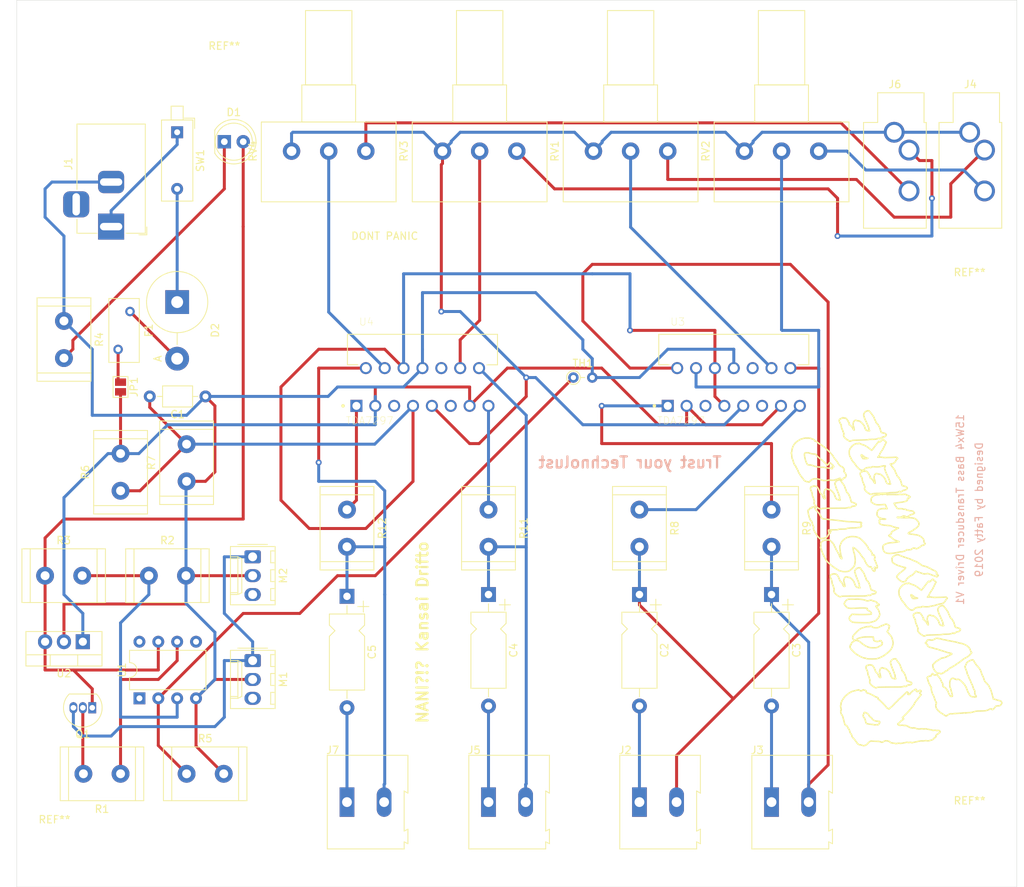
<source format=kicad_pcb>
(kicad_pcb (version 20171130) (host pcbnew "(5.1.4)-1")
  (layers (0 F.Cu signal) (31 B.Cu signal) (34 B.Paste user) (35 F.Paste user) (36 B.SilkS user) (37 F.SilkS user) (38 B.Mask user) (39 F.Mask user) (44 Edge.Cuts user))
  (net 0 "")
  (net 1 "Net-(C1-Pad1)")
  (net 2 "Net-(C1-Pad2)")
  (net 3 "Net-(C2-Pad2)")
  (net 4 "Net-(C2-Pad1)")
  (net 5 "Net-(C3-Pad1)")
  (net 6 "Net-(C3-Pad2)")
  (net 7 "Net-(C4-Pad1)")
  (net 8 "Net-(C4-Pad2)")
  (net 9 "Net-(C5-Pad2)")
  (net 10 "Net-(C5-Pad1)")
  (net 11 "Net-(D1-Pad1)")
  (net 12 "Net-(D1-Pad2)")
  (net 13 "Net-(D2-Pad1)")
  (net 14 "Net-(D2-Pad2)")
  (net 15 "Net-(F1-Pad2)")
  (net 16 "Net-(J1-Pad1)")
  (net 17 "Net-(J4-PadS)")
  (net 18 "Net-(J4-PadT)")
  (net 19 "Net-(J4-PadR)")
  (net 20 "Net-(J6-PadR)")
  (net 21 "Net-(J6-PadT)")
  (net 22 "Net-(JP1-Pad2)")
  (net 23 "Net-(M1-Pad1)")
  (net 24 "Net-(Q1-Pad2)")
  (net 25 "Net-(R1-Pad1)")
  (net 26 "Net-(R2-Pad1)")
  (net 27 "Net-(R5-Pad1)")
  (net 28 "Net-(R8-Pad1)")
  (net 29 "Net-(R9-Pad1)")
  (net 30 "Net-(R11-Pad1)")
  (net 31 "Net-(R12-Pad1)")
  (net 32 "Net-(RV1-Pad2)")
  (net 33 "Net-(RV2-Pad2)")
  (net 34 "Net-(RV3-Pad2)")
  (net 35 "Net-(RV4-Pad2)")
  (net 36 "Net-(U1-Pad1)")
  (net 37 "Net-(U1-Pad5)")
  (net 38 "Net-(U1-Pad8)")
  (module MountingHole:MountingHole_3mm (layer F.Cu) (at 53.34 135.89)
    (fp_text reference REF** (at 0 -4) (layer F.SilkS))
    (fp_text value MountingHole_3mm)
    (pad 1 np_thru_hole circle (at 0 0) (size 3 3) (drill 3) (layers *.Cu *.Mask))
  )
  (module MountingHole:MountingHole_3mm (layer F.Cu) (at 76.2 31.75)
    (fp_text reference REF** (at 0 -4) (layer F.SilkS))
    (fp_text value MountingHole_3mm)
    (pad 1 np_thru_hole circle (at 0 0) (size 3 3) (drill 3) (layers *.Cu *.Mask))
  )
  (module MountingHole:MountingHole_3mm (layer F.Cu) (at 176.53 62.23)
    (fp_text reference REF** (at 0 -4) (layer F.SilkS))
    (fp_text value MountingHole_3mm)
    (pad 1 np_thru_hole circle (at 0 0) (size 3 3) (drill 3) (layers *.Cu *.Mask))
  )
  (module MountingHole:MountingHole_3mm (layer F.Cu) (at 176.53 133.35)
    (fp_text reference REF** (at 0 -4) (layer F.SilkS))
    (fp_text value MountingHole_3mm)
    (pad 1 np_thru_hole circle (at 0 0) (size 3 3) (drill 3) (layers *.Cu *.Mask))
  )
  (module Resistor_THT:R_Radial_Power_L11.0mm_W7.0mm_P5.00mm (layer F.Cu) (at 71.12 86.36 90)
    (fp_text reference R7 (at 2.5 -4.75 90) (layer F.SilkS))
    (fp_text value R)
    (pad 2 thru_hole circle (at 5 0 90) (size 2.4 2.4) (drill 1.2) (layers *.Cu *.Mask) (net 2 "Net-(C1-Pad2)"))
    (pad 1 thru_hole circle (at 0 0 90) (size 2.4 2.4) (drill 1.2) (layers *.Cu *.Mask) (net 1 "Net-(C1-Pad1)"))
  )
  (module Resistor_THT:R_Radial_Power_L11.0mm_W7.0mm_P5.00mm (layer F.Cu) (at 62.23 87.63 90)
    (fp_text reference R6 (at 2.5 -4.75 90) (layer F.SilkS))
    (fp_text value R)
    (pad 1 thru_hole circle (at 0 0 90) (size 2.4 2.4) (drill 1.2) (layers *.Cu *.Mask) (net 2 "Net-(C1-Pad2)"))
    (pad 2 thru_hole circle (at 5 0 90) (size 2.4 2.4) (drill 1.2) (layers *.Cu *.Mask) (net 22 "Net-(JP1-Pad2)"))
  )
  (module Resistor_THT:R_Radial_Power_L11.0mm_W7.0mm_P5.00mm (layer F.Cu) (at 54.61 64.77 270)
    (fp_text reference R4 (at 2.5 -4.75 90) (layer F.SilkS))
    (fp_text value R)
    (pad 1 thru_hole circle (at 0 0 270) (size 2.4 2.4) (drill 1.2) (layers *.Cu *.Mask) (net 1 "Net-(C1-Pad1)"))
    (pad 2 thru_hole circle (at 5 0 270) (size 2.4 2.4) (drill 1.2) (layers *.Cu *.Mask) (net 11 "Net-(D1-Pad1)"))
  )
  (module Capacitor_THT:C_Axial_L3.8mm_D2.6mm_P7.50mm_Horizontal (layer F.Cu) (at 73.66 74.93 180)
    (fp_text reference C1 (at 3.75 -2.42) (layer F.SilkS))
    (fp_text value C)
    (pad 1 thru_hole circle (at 0 0 180) (size 1.6 1.6) (drill 0.8) (layers *.Cu *.Mask) (net 1 "Net-(C1-Pad1)"))
    (pad 2 thru_hole oval (at 7.5 0 180) (size 1.6 1.6) (drill 0.8) (layers *.Cu *.Mask) (net 2 "Net-(C1-Pad2)"))
  )
  (module Capacitor_THT:CP_Axial_L10.0mm_D4.5mm_P15.00mm_Horizontal (layer F.Cu) (at 132.08 101.6 270)
    (fp_text reference C2 (at 7.5 -3.37 90) (layer F.SilkS))
    (fp_text value CP)
    (pad 2 thru_hole oval (at 15 0 270) (size 2 2) (drill 1) (layers *.Cu *.Mask) (net 3 "Net-(C2-Pad2)"))
    (pad 1 thru_hole rect (at 0 0 270) (size 2 2) (drill 1) (layers *.Cu *.Mask) (net 4 "Net-(C2-Pad1)"))
  )
  (module Capacitor_THT:CP_Axial_L10.0mm_D4.5mm_P15.00mm_Horizontal (layer F.Cu) (at 149.86 101.6 270)
    (fp_text reference C3 (at 7.5 -3.37 90) (layer F.SilkS))
    (fp_text value CP)
    (pad 1 thru_hole rect (at 0 0 270) (size 2 2) (drill 1) (layers *.Cu *.Mask) (net 5 "Net-(C3-Pad1)"))
    (pad 2 thru_hole oval (at 15 0 270) (size 2 2) (drill 1) (layers *.Cu *.Mask) (net 6 "Net-(C3-Pad2)"))
  )
  (module Capacitor_THT:CP_Axial_L10.0mm_D4.5mm_P15.00mm_Horizontal (layer F.Cu) (at 111.76 101.6 270)
    (fp_text reference C4 (at 7.5 -3.37 90) (layer F.SilkS))
    (fp_text value CP)
    (pad 1 thru_hole rect (at 0 0 270) (size 2 2) (drill 1) (layers *.Cu *.Mask) (net 7 "Net-(C4-Pad1)"))
    (pad 2 thru_hole oval (at 15 0 270) (size 2 2) (drill 1) (layers *.Cu *.Mask) (net 8 "Net-(C4-Pad2)"))
  )
  (module Capacitor_THT:CP_Axial_L10.0mm_D4.5mm_P15.00mm_Horizontal (layer F.Cu) (at 92.71 101.84 270)
    (fp_text reference C5 (at 7.5 -3.37 90) (layer F.SilkS))
    (fp_text value CP)
    (pad 2 thru_hole oval (at 15 0 270) (size 2 2) (drill 1) (layers *.Cu *.Mask) (net 9 "Net-(C5-Pad2)"))
    (pad 1 thru_hole rect (at 0 0 270) (size 2 2) (drill 1) (layers *.Cu *.Mask) (net 10 "Net-(C5-Pad1)"))
  )
  (module LED_THT:LED_D5.0mm (layer F.Cu) (at 76.2 40.64)
    (fp_text reference D1 (at 1.27 -3.96) (layer F.SilkS))
    (fp_text value LED)
    (pad 1 thru_hole rect (at 0 0) (size 1.8 1.8) (drill 0.9) (layers *.Cu *.Mask) (net 11 "Net-(D1-Pad1)"))
    (pad 2 thru_hole circle (at 2.54 0) (size 1.8 1.8) (drill 0.9) (layers *.Cu *.Mask) (net 12 "Net-(D1-Pad2)"))
  )
  (module Diode_THT:D_5KPW_P7.62mm_Vertical_AnodeUp (layer F.Cu) (at 69.85 62.23 270)
    (fp_text reference D2 (at 3.81 -5.12 90) (layer F.SilkS))
    (fp_text value DIODE)
    (fp_text user A (at 7.62 2.6 90) (layer F.SilkS))
    (pad 1 thru_hole rect (at 0 0 270) (size 3.2 3.2) (drill 1.6) (layers *.Cu *.Mask) (net 13 "Net-(D2-Pad1)"))
    (pad 2 thru_hole oval (at 7.62 0 270) (size 3.2 3.2) (drill 1.6) (layers *.Cu *.Mask) (net 14 "Net-(D2-Pad2)"))
  )
  (module Fuse:Fuse_BelFuse_0ZRE0005FF_L8.3mm_W3.8mm (layer F.Cu) (at 63.5 63.5 270)
    (fp_text reference F1 (at 2.54 -2.54 90) (layer F.SilkS))
    (fp_text value Polyfuse)
    (pad 2 thru_hole circle (at 5.1 1.6 270) (size 1.27 1.27) (drill 0.71) (layers *.Cu *.Mask) (net 15 "Net-(F1-Pad2)"))
    (pad 1 thru_hole circle (at 0 0 270) (size 1.27 1.27) (drill 0.71) (layers *.Cu *.Mask) (net 14 "Net-(D2-Pad2)"))
  )
  (module Connector_BarrelJack:BarrelJack_Horizontal (layer F.Cu) (at 60.96 52.07 270)
    (fp_text reference J1 (at -8.45 5.75 90) (layer F.SilkS))
    (fp_text value Barrel_Jack)
    (pad 1 thru_hole rect (at 0 0 270) (size 3.5 3.5) (drill oval 1 3) (layers *.Cu *.Mask) (net 16 "Net-(J1-Pad1)"))
    (pad 2 thru_hole roundrect (at -6 0 270) (size 3 3.5) (drill oval 1 3) (layers *.Cu *.Mask) (net 1 "Net-(C1-Pad1)"))
    (pad 3 thru_hole roundrect (at -3 4.7 270) (size 3.5 3.5) (drill oval 3 1) (layers *.Cu *.Mask))
  )
  (module TerminalBlock:TerminalBlock_Altech_AK300-2_P5.00mm (layer F.Cu) (at 132.08 129.54)
    (fp_text reference J2 (at -1.92 -6.99) (layer F.SilkS))
    (fp_text value Screw_Terminal_01x02)
    (pad 1 thru_hole rect (at 0 0) (size 1.98 3.96) (drill 1.32) (layers *.Cu *.Mask) (net 3 "Net-(C2-Pad2)"))
    (pad 2 thru_hole oval (at 5 0) (size 1.98 3.96) (drill 1.32) (layers *.Cu *.Mask) (net 4 "Net-(C2-Pad1)"))
  )
  (module TerminalBlock:TerminalBlock_Altech_AK300-2_P5.00mm (layer F.Cu) (at 149.86 129.54)
    (fp_text reference J3 (at -1.92 -6.99) (layer F.SilkS))
    (fp_text value Screw_Terminal_01x02)
    (pad 2 thru_hole oval (at 5 0) (size 1.98 3.96) (drill 1.32) (layers *.Cu *.Mask) (net 5 "Net-(C3-Pad1)"))
    (pad 1 thru_hole rect (at 0 0) (size 1.98 3.96) (drill 1.32) (layers *.Cu *.Mask) (net 6 "Net-(C3-Pad2)"))
  )
  (module Connector_Audio:Jack_3.5mm_CUI_SJ1-3533NG_Horizontal_CircularHoles (layer F.Cu) (at 176.53 39.37)
    (fp_text reference J4 (at 0.1 -6.45) (layer F.SilkS))
    (fp_text value AudioJack3)
    (pad S thru_hole circle (at 0 0) (size 2.8 2.8) (drill 2) (layers *.Cu *.Mask) (net 17 "Net-(J4-PadS)"))
    (pad T thru_hole circle (at 2 2.4) (size 2.8 2.8) (drill 2) (layers *.Cu *.Mask) (net 18 "Net-(J4-PadT)"))
    (pad R thru_hole circle (at 2 7.9) (size 2.8 2.8) (drill 2) (layers *.Cu *.Mask) (net 19 "Net-(J4-PadR)"))
  )
  (module TerminalBlock:TerminalBlock_Altech_AK300-2_P5.00mm (layer F.Cu) (at 111.76 129.54)
    (fp_text reference J5 (at -1.92 -6.99) (layer F.SilkS))
    (fp_text value Screw_Terminal_01x02)
    (pad 2 thru_hole oval (at 5 0) (size 1.98 3.96) (drill 1.32) (layers *.Cu *.Mask) (net 7 "Net-(C4-Pad1)"))
    (pad 1 thru_hole rect (at 0 0) (size 1.98 3.96) (drill 1.32) (layers *.Cu *.Mask) (net 8 "Net-(C4-Pad2)"))
  )
  (module Connector_Audio:Jack_3.5mm_CUI_SJ1-3533NG_Horizontal_CircularHoles (layer F.Cu) (at 166.37 39.37)
    (fp_text reference J6 (at 0.1 -6.45) (layer F.SilkS))
    (fp_text value AudioJack3)
    (pad R thru_hole circle (at 2 7.9) (size 2.8 2.8) (drill 2) (layers *.Cu *.Mask) (net 20 "Net-(J6-PadR)"))
    (pad T thru_hole circle (at 2 2.4) (size 2.8 2.8) (drill 2) (layers *.Cu *.Mask) (net 21 "Net-(J6-PadT)"))
    (pad S thru_hole circle (at 0 0) (size 2.8 2.8) (drill 2) (layers *.Cu *.Mask) (net 17 "Net-(J4-PadS)"))
  )
  (module TerminalBlock:TerminalBlock_Altech_AK300-2_P5.00mm (layer F.Cu) (at 92.71 129.54)
    (fp_text reference J7 (at -1.92 -6.99) (layer F.SilkS))
    (fp_text value Screw_Terminal_01x02)
    (pad 1 thru_hole rect (at 0 0) (size 1.98 3.96) (drill 1.32) (layers *.Cu *.Mask) (net 9 "Net-(C5-Pad2)"))
    (pad 2 thru_hole oval (at 5 0) (size 1.98 3.96) (drill 1.32) (layers *.Cu *.Mask) (net 10 "Net-(C5-Pad1)"))
  )
  (module Jumper:SolderJumper-2_P1.3mm_Open_Pad1.0x1.5mm (layer F.Cu) (at 62.23 73.66 270)
    (fp_text reference JP1 (at 0 -1.8 90) (layer F.SilkS))
    (fp_text value Jumper)
    (pad 2 smd rect (at 0.65 0 270) (size 1 1.5) (layers F.Cu F.Mask) (net 22 "Net-(JP1-Pad2)"))
    (pad 1 smd rect (at -0.65 0 270) (size 1 1.5) (layers F.Cu F.Mask) (net 15 "Net-(F1-Pad2)"))
  )
  (module Connector_Molex:Molex_KK-254_AE-6410-03A_1x03_P2.54mm_Vertical (layer F.Cu) (at 80.01 110.49 270)
    (fp_text reference M1 (at 2.54 -4.12 90) (layer F.SilkS))
    (fp_text value Fan)
    (pad 1 thru_hole roundrect (at 0 0 270) (size 1.74 2.2) (drill 1.2) (layers *.Cu *.Mask) (roundrect_rratio 0.143678) (net 23 "Net-(M1-Pad1)"))
    (pad 2 thru_hole oval (at 2.54 0 270) (size 1.74 2.2) (drill 1.2) (layers *.Cu *.Mask) (net 1 "Net-(C1-Pad1)"))
    (pad 3 thru_hole oval (at 5.08 0 270) (size 1.74 2.2) (drill 1.2) (layers *.Cu *.Mask))
  )
  (module Package_TO_SOT_THT:TO-92_Inline (layer F.Cu) (at 58.42 116.84 180)
    (fp_text reference Q1 (at 1.27 -3.56) (layer F.SilkS))
    (fp_text value BC337)
    (pad 2 thru_hole oval (at 1.27 0 180) (size 1.05 1.5) (drill 0.75) (layers *.Cu *.Mask) (net 24 "Net-(Q1-Pad2)"))
    (pad 3 thru_hole oval (at 2.54 0 180) (size 1.05 1.5) (drill 0.75) (layers *.Cu *.Mask) (net 23 "Net-(M1-Pad1)"))
    (pad 1 thru_hole rect (at 0 0 180) (size 1.05 1.5) (drill 0.75) (layers *.Cu *.Mask) (net 12 "Net-(D1-Pad2)"))
  )
  (module Resistor_THT:R_Radial_Power_L11.0mm_W7.0mm_P5.00mm (layer F.Cu) (at 62.23 125.73 180)
    (fp_text reference R1 (at 2.5 -4.75) (layer F.SilkS))
    (fp_text value R)
    (pad 2 thru_hole circle (at 5 0 180) (size 2.4 2.4) (drill 1.2) (layers *.Cu *.Mask) (net 24 "Net-(Q1-Pad2)"))
    (pad 1 thru_hole circle (at 0 0 180) (size 2.4 2.4) (drill 1.2) (layers *.Cu *.Mask) (net 25 "Net-(R1-Pad1)"))
  )
  (module Resistor_THT:R_Radial_Power_L11.0mm_W7.0mm_P5.00mm (layer F.Cu) (at 66.04 99.06)
    (fp_text reference R2 (at 2.5 -4.75) (layer F.SilkS))
    (fp_text value R)
    (pad 1 thru_hole circle (at 0 0) (size 2.4 2.4) (drill 1.2) (layers *.Cu *.Mask) (net 26 "Net-(R2-Pad1)"))
    (pad 2 thru_hole circle (at 5 0) (size 2.4 2.4) (drill 1.2) (layers *.Cu *.Mask) (net 1 "Net-(C1-Pad1)"))
  )
  (module Resistor_THT:R_Radial_Power_L11.0mm_W7.0mm_P5.00mm (layer F.Cu) (at 52.07 99.06)
    (fp_text reference R3 (at 2.5 -4.75) (layer F.SilkS))
    (fp_text value R)
    (pad 2 thru_hole circle (at 5 0) (size 2.4 2.4) (drill 1.2) (layers *.Cu *.Mask) (net 26 "Net-(R2-Pad1)"))
    (pad 1 thru_hole circle (at 0 0) (size 2.4 2.4) (drill 1.2) (layers *.Cu *.Mask) (net 12 "Net-(D1-Pad2)"))
  )
  (module Resistor_THT:R_Radial_Power_L11.0mm_W7.0mm_P5.00mm (layer F.Cu) (at 71.12 125.73)
    (fp_text reference R5 (at 2.5 -4.75) (layer F.SilkS))
    (fp_text value R)
    (pad 1 thru_hole circle (at 0 0) (size 2.4 2.4) (drill 1.2) (layers *.Cu *.Mask) (net 27 "Net-(R5-Pad1)"))
    (pad 2 thru_hole circle (at 5 0) (size 2.4 2.4) (drill 1.2) (layers *.Cu *.Mask) (net 1 "Net-(C1-Pad1)"))
  )
  (module Resistor_THT:R_Radial_Power_L11.0mm_W7.0mm_P5.00mm (layer F.Cu) (at 132.08 90.17 270)
    (fp_text reference R8 (at 2.5 -4.75 90) (layer F.SilkS))
    (fp_text value R)
    (pad 2 thru_hole circle (at 5 0 270) (size 2.4 2.4) (drill 1.2) (layers *.Cu *.Mask) (net 4 "Net-(C2-Pad1)"))
    (pad 1 thru_hole circle (at 0 0 270) (size 2.4 2.4) (drill 1.2) (layers *.Cu *.Mask) (net 28 "Net-(R8-Pad1)"))
  )
  (module Resistor_THT:R_Radial_Power_L11.0mm_W7.0mm_P5.00mm (layer F.Cu) (at 149.86 90.17 270)
    (fp_text reference R9 (at 2.5 -4.75 90) (layer F.SilkS))
    (fp_text value R)
    (pad 1 thru_hole circle (at 0 0 270) (size 2.4 2.4) (drill 1.2) (layers *.Cu *.Mask) (net 29 "Net-(R9-Pad1)"))
    (pad 2 thru_hole circle (at 5 0 270) (size 2.4 2.4) (drill 1.2) (layers *.Cu *.Mask) (net 5 "Net-(C3-Pad1)"))
  )
  (module Resistor_THT:R_Radial_Power_L11.0mm_W7.0mm_P5.00mm (layer F.Cu) (at 111.76 90.17 270)
    (fp_text reference R11 (at 2.5 -4.75 90) (layer F.SilkS))
    (fp_text value R)
    (pad 1 thru_hole circle (at 0 0 270) (size 2.4 2.4) (drill 1.2) (layers *.Cu *.Mask) (net 30 "Net-(R11-Pad1)"))
    (pad 2 thru_hole circle (at 5 0 270) (size 2.4 2.4) (drill 1.2) (layers *.Cu *.Mask) (net 7 "Net-(C4-Pad1)"))
  )
  (module Resistor_THT:R_Radial_Power_L11.0mm_W7.0mm_P5.00mm (layer F.Cu) (at 92.71 90.17 270)
    (fp_text reference R12 (at 2.5 -4.75 90) (layer F.SilkS))
    (fp_text value R)
    (pad 2 thru_hole circle (at 5 0 270) (size 2.4 2.4) (drill 1.2) (layers *.Cu *.Mask) (net 10 "Net-(C5-Pad1)"))
    (pad 1 thru_hole circle (at 0 0 270) (size 2.4 2.4) (drill 1.2) (layers *.Cu *.Mask) (net 31 "Net-(R12-Pad1)"))
  )
  (module Potentiometer_THT:Potentiometer_Alps_RK163_Single_Horizontal (layer F.Cu) (at 135.89 41.91 90)
    (fp_text reference RV1 (at 0 -15.2 90) (layer F.SilkS))
    (fp_text value R_POT)
    (pad 1 thru_hole circle (at 0 0 90) (size 2.34 2.34) (drill 1.3) (layers *.Cu *.Mask) (net 18 "Net-(J4-PadT)"))
    (pad 2 thru_hole circle (at 0 -5 90) (size 2.34 2.34) (drill 1.3) (layers *.Cu *.Mask) (net 32 "Net-(RV1-Pad2)"))
    (pad 3 thru_hole circle (at 0 -10 90) (size 2.34 2.34) (drill 1.3) (layers *.Cu *.Mask) (net 17 "Net-(J4-PadS)"))
  )
  (module Potentiometer_THT:Potentiometer_Alps_RK163_Single_Horizontal (layer F.Cu) (at 156.21 41.91 90)
    (fp_text reference RV2 (at 0 -15.2 90) (layer F.SilkS))
    (fp_text value R_POT)
    (pad 3 thru_hole circle (at 0 -10 90) (size 2.34 2.34) (drill 1.3) (layers *.Cu *.Mask) (net 17 "Net-(J4-PadS)"))
    (pad 2 thru_hole circle (at 0 -5 90) (size 2.34 2.34) (drill 1.3) (layers *.Cu *.Mask) (net 33 "Net-(RV2-Pad2)"))
    (pad 1 thru_hole circle (at 0 0 90) (size 2.34 2.34) (drill 1.3) (layers *.Cu *.Mask) (net 19 "Net-(J4-PadR)"))
  )
  (module Potentiometer_THT:Potentiometer_Alps_RK163_Single_Horizontal (layer F.Cu) (at 115.57 41.91 90)
    (fp_text reference RV3 (at 0 -15.2 90) (layer F.SilkS))
    (fp_text value R_POT)
    (pad 1 thru_hole circle (at 0 0 90) (size 2.34 2.34) (drill 1.3) (layers *.Cu *.Mask) (net 21 "Net-(J6-PadT)"))
    (pad 2 thru_hole circle (at 0 -5 90) (size 2.34 2.34) (drill 1.3) (layers *.Cu *.Mask) (net 34 "Net-(RV3-Pad2)"))
    (pad 3 thru_hole circle (at 0 -10 90) (size 2.34 2.34) (drill 1.3) (layers *.Cu *.Mask) (net 17 "Net-(J4-PadS)"))
  )
  (module Potentiometer_THT:Potentiometer_Alps_RK163_Single_Horizontal (layer F.Cu) (at 95.25 41.91 90)
    (fp_text reference RV4 (at 0 -15.2 90) (layer F.SilkS))
    (fp_text value R_POT)
    (pad 3 thru_hole circle (at 0 -10 90) (size 2.34 2.34) (drill 1.3) (layers *.Cu *.Mask) (net 17 "Net-(J4-PadS)"))
    (pad 2 thru_hole circle (at 0 -5 90) (size 2.34 2.34) (drill 1.3) (layers *.Cu *.Mask) (net 35 "Net-(RV4-Pad2)"))
    (pad 1 thru_hole circle (at 0 0 90) (size 2.34 2.34) (drill 1.3) (layers *.Cu *.Mask) (net 20 "Net-(J6-PadR)"))
  )
  (module Button_Switch_THT:SW_DIP_SPSTx01_Piano_10.8x4.1mm_W7.62mm_P2.54mm (layer F.Cu) (at 69.85 39.37 270)
    (fp_text reference SW1 (at 3.81 -3.11 90) (layer F.SilkS))
    (fp_text value SW_SPST)
    (pad 1 thru_hole rect (at 0 0 270) (size 1.6 1.6) (drill 0.8) (layers *.Cu *.Mask) (net 16 "Net-(J1-Pad1)"))
    (pad 2 thru_hole oval (at 7.62 0 270) (size 1.6 1.6) (drill 0.8) (layers *.Cu *.Mask) (net 13 "Net-(D2-Pad1)"))
  )
  (module Resistor_THT:R_Axial_DIN0204_L3.6mm_D1.6mm_P2.54mm_Vertical (layer F.Cu) (at 123.19 72.39)
    (fp_text reference TH1 (at 1.27 -1.92) (layer F.SilkS))
    (fp_text value Thermistor)
    (pad 1 thru_hole circle (at 0 0) (size 1.4 1.4) (drill 0.7) (layers *.Cu *.Mask) (net 27 "Net-(R5-Pad1)"))
    (pad 2 thru_hole oval (at 2.54 0) (size 1.4 1.4) (drill 0.7) (layers *.Cu *.Mask) (net 1 "Net-(C1-Pad1)"))
  )
  (module Package_DIP:DIP-8_W7.62mm (layer F.Cu) (at 64.77 115.57 90)
    (fp_text reference U1 (at 3.81 -2.33 90) (layer F.SilkS))
    (fp_text value LM741)
    (pad 1 thru_hole rect (at 0 0 90) (size 1.6 1.6) (drill 0.8) (layers *.Cu *.Mask) (net 36 "Net-(U1-Pad1)"))
    (pad 5 thru_hole oval (at 7.62 7.62 90) (size 1.6 1.6) (drill 0.8) (layers *.Cu *.Mask) (net 37 "Net-(U1-Pad5)"))
    (pad 2 thru_hole oval (at 0 2.54 90) (size 1.6 1.6) (drill 0.8) (layers *.Cu *.Mask) (net 27 "Net-(R5-Pad1)"))
    (pad 6 thru_hole oval (at 7.62 5.08 90) (size 1.6 1.6) (drill 0.8) (layers *.Cu *.Mask) (net 25 "Net-(R1-Pad1)"))
    (pad 3 thru_hole oval (at 0 5.08 90) (size 1.6 1.6) (drill 0.8) (layers *.Cu *.Mask) (net 26 "Net-(R2-Pad1)"))
    (pad 7 thru_hole oval (at 7.62 2.54 90) (size 1.6 1.6) (drill 0.8) (layers *.Cu *.Mask) (net 12 "Net-(D1-Pad2)"))
    (pad 4 thru_hole oval (at 0 7.62 90) (size 1.6 1.6) (drill 0.8) (layers *.Cu *.Mask) (net 1 "Net-(C1-Pad1)"))
    (pad 8 thru_hole oval (at 7.62 0 90) (size 1.6 1.6) (drill 0.8) (layers *.Cu *.Mask) (net 38 "Net-(U1-Pad8)"))
  )
  (module Package_TO_SOT_THT:TO-220-3_Vertical (layer F.Cu) (at 57.15 107.95 180)
    (fp_text reference U2 (at 2.54 -4.27) (layer F.SilkS))
    (fp_text value uA7805)
    (pad 1 thru_hole rect (at 0 0 180) (size 1.905 2) (drill 1.1) (layers *.Cu *.Mask) (net 22 "Net-(JP1-Pad2)"))
    (pad 2 thru_hole oval (at 2.54 0 180) (size 1.905 2) (drill 1.1) (layers *.Cu *.Mask) (net 1 "Net-(C1-Pad1)"))
    (pad 3 thru_hole oval (at 5.08 0 180) (size 1.905 2) (drill 1.1) (layers *.Cu *.Mask) (net 12 "Net-(D1-Pad2)"))
  )
  (module TDA7297:TO127P2020X500X2100-15 (layer F.Cu) (at 135.89 76.2)
    (fp_text reference U3 (at 1.34005 -11.3154) (layer F.SilkS) (effects (font (size 1.00004 1.00004) (thickness 0.05))))
    (fp_text value TDA7297 (at 1.77653 1.98671) (layer F.SilkS) (effects (font (size 1.00086 1.00086) (thickness 0.05))))
    (pad 14 thru_hole circle (at 16.51 -5.08) (size 1.62 1.62) (drill 1.08) (layers *.Cu *.Mask) (net 4 "Net-(C2-Pad1)"))
    (pad 12 thru_hole circle (at 13.97 -5.08) (size 1.62 1.62) (drill 1.08) (layers *.Cu *.Mask) (net 32 "Net-(RV1-Pad2)"))
    (pad 10 thru_hole circle (at 11.43 -5.08) (size 1.62 1.62) (drill 1.08) (layers *.Cu *.Mask))
    (pad 8 thru_hole circle (at 8.89 -5.08) (size 1.62 1.62) (drill 1.08) (layers *.Cu *.Mask) (net 1 "Net-(C1-Pad1)"))
    (pad 6 thru_hole circle (at 6.35 -5.08) (size 1.62 1.62) (drill 1.08) (layers *.Cu *.Mask) (net 2 "Net-(C1-Pad2)"))
    (pad 4 thru_hole circle (at 3.81 -5.08) (size 1.62 1.62) (drill 1.08) (layers *.Cu *.Mask) (net 33 "Net-(RV2-Pad2)"))
    (pad 2 thru_hole circle (at 1.27 -5.08) (size 1.62 1.62) (drill 1.08) (layers *.Cu *.Mask) (net 5 "Net-(C3-Pad1)"))
    (pad 15 thru_hole circle (at 17.78 0) (size 1.62 1.62) (drill 1.08) (layers *.Cu *.Mask) (net 28 "Net-(R8-Pad1)"))
    (pad 13 thru_hole circle (at 15.24 0) (size 1.62 1.62) (drill 1.08) (layers *.Cu *.Mask) (net 22 "Net-(JP1-Pad2)"))
    (pad 11 thru_hole circle (at 12.7 0) (size 1.62 1.62) (drill 1.08) (layers *.Cu *.Mask))
    (pad 9 thru_hole circle (at 10.16 0) (size 1.62 1.62) (drill 1.08) (layers *.Cu *.Mask) (net 17 "Net-(J4-PadS)"))
    (pad 7 thru_hole circle (at 7.62 0) (size 1.62 1.62) (drill 1.08) (layers *.Cu *.Mask) (net 2 "Net-(C1-Pad2)"))
    (pad 5 thru_hole circle (at 5.08 0) (size 1.62 1.62) (drill 1.08) (layers *.Cu *.Mask))
    (pad 3 thru_hole circle (at 2.54 0) (size 1.62 1.62) (drill 1.08) (layers *.Cu *.Mask) (net 22 "Net-(JP1-Pad2)"))
    (pad 1 thru_hole rect (at 0 0) (size 1.62 1.62) (drill 1.08) (layers *.Cu *.Mask) (net 29 "Net-(R9-Pad1)"))
  )
  (module TDA7297:TO127P2020X500X2100-15 (layer F.Cu) (at 93.98 76.2)
    (fp_text reference U4 (at 1.34005 -11.3154) (layer F.SilkS) (effects (font (size 1.00004 1.00004) (thickness 0.05))))
    (fp_text value TDA7297 (at 1.77653 1.98671) (layer F.SilkS) (effects (font (size 1.00086 1.00086) (thickness 0.05))))
    (pad 1 thru_hole rect (at 0 0) (size 1.62 1.62) (drill 1.08) (layers *.Cu *.Mask) (net 31 "Net-(R12-Pad1)"))
    (pad 3 thru_hole circle (at 2.54 0) (size 1.62 1.62) (drill 1.08) (layers *.Cu *.Mask) (net 22 "Net-(JP1-Pad2)"))
    (pad 5 thru_hole circle (at 5.08 0) (size 1.62 1.62) (drill 1.08) (layers *.Cu *.Mask))
    (pad 7 thru_hole circle (at 7.62 0) (size 1.62 1.62) (drill 1.08) (layers *.Cu *.Mask) (net 2 "Net-(C1-Pad2)"))
    (pad 9 thru_hole circle (at 10.16 0) (size 1.62 1.62) (drill 1.08) (layers *.Cu *.Mask) (net 17 "Net-(J4-PadS)"))
    (pad 11 thru_hole circle (at 12.7 0) (size 1.62 1.62) (drill 1.08) (layers *.Cu *.Mask))
    (pad 13 thru_hole circle (at 15.24 0) (size 1.62 1.62) (drill 1.08) (layers *.Cu *.Mask) (net 22 "Net-(JP1-Pad2)"))
    (pad 15 thru_hole circle (at 17.78 0) (size 1.62 1.62) (drill 1.08) (layers *.Cu *.Mask) (net 30 "Net-(R11-Pad1)"))
    (pad 2 thru_hole circle (at 1.27 -5.08) (size 1.62 1.62) (drill 1.08) (layers *.Cu *.Mask) (net 10 "Net-(C5-Pad1)"))
    (pad 4 thru_hole circle (at 3.81 -5.08) (size 1.62 1.62) (drill 1.08) (layers *.Cu *.Mask) (net 35 "Net-(RV4-Pad2)"))
    (pad 6 thru_hole circle (at 6.35 -5.08) (size 1.62 1.62) (drill 1.08) (layers *.Cu *.Mask) (net 2 "Net-(C1-Pad2)"))
    (pad 8 thru_hole circle (at 8.89 -5.08) (size 1.62 1.62) (drill 1.08) (layers *.Cu *.Mask) (net 1 "Net-(C1-Pad1)"))
    (pad 10 thru_hole circle (at 11.43 -5.08) (size 1.62 1.62) (drill 1.08) (layers *.Cu *.Mask))
    (pad 12 thru_hole circle (at 13.97 -5.08) (size 1.62 1.62) (drill 1.08) (layers *.Cu *.Mask) (net 34 "Net-(RV3-Pad2)"))
    (pad 14 thru_hole circle (at 16.51 -5.08) (size 1.62 1.62) (drill 1.08) (layers *.Cu *.Mask) (net 7 "Net-(C4-Pad1)"))
  )
  (module Connector_Molex:Molex_KK-254_AE-6410-03A_1x03_P2.54mm_Vertical (layer F.Cu) (at 80.01 96.52 270)
    (fp_text reference M2 (at 2.54 -4.12 90) (layer F.SilkS))
    (fp_text value Fan)
    (pad 1 thru_hole roundrect (at 0 0 270) (size 1.74 2.2) (drill 1.2) (layers *.Cu *.Mask) (roundrect_rratio 0.143678) (net 23 "Net-(M1-Pad1)"))
    (pad 2 thru_hole oval (at 2.54 0 270) (size 1.74 2.2) (drill 1.2) (layers *.Cu *.Mask) (net 1 "Net-(C1-Pad1)"))
    (pad 3 thru_hole oval (at 5.08 0 270) (size 1.74 2.2) (drill 1.2) (layers *.Cu *.Mask))
  )
  (gr_line (start 48.26 140.97) (end 48.26 21.59) (layer Edge.Cuts) (width 0.05))
  (gr_line (start 182.88 140.97) (end 48.26 140.97) (layer Edge.Cuts) (width 0.05))
  (gr_line (start 182.88 21.59) (end 182.88 140.97) (layer Edge.Cuts) (width 0.05))
  (gr_line (start 48.26 21.59) (end 182.88 21.59) (layer Edge.Cuts) (width 0.05))
  (gr_text "NANI?!? Kansai Drifto" (at 102.87 106.68 90) (layer F.SilkS) (effects (font (size 1.5 1.5) (thickness 0.3))))
  (gr_text "Trust your Technolust" (at 130.81 83.82) (layer B.SilkS) (effects (font (size 1.5 1.5) (thickness 0.3)) (justify mirror)))
  (gr_text "Designed by Fatty 2019" (at 177.8 90.17 90) (layer B.SilkS) (effects (font (size 1 1)) (justify mirror)))
  (gr_text "DONT PANIC" (at 97.79 53.34) (layer F.SilkS) (effects (font (size 1 1))))
  (gr_text "15Wx4 Bass Transducer Driver V1" (at 175.26 90.17 90) (layer B.SilkS) (effects (font (size 1 1)) (justify mirror)))
  (gr_curve (pts (xy 155.287293 91.782739) (xy 155.292962 91.779338) (xy 155.251293 91.738406) (xy 155.192049 91.691832)) (layer F.SilkS) (width 0.2))
  (gr_curve (pts (xy 161.665444 92.574042) (xy 161.624058 92.560719) (xy 161.504152 92.570641) (xy 161.399271 92.595585)) (layer F.SilkS) (width 0.2))
  (gr_curve (pts (xy 155.670537 93.135098) (xy 155.670537 93.108452) (xy 155.642191 93.055983) (xy 155.608175 93.018197)) (layer F.SilkS) (width 0.2))
  (gr_curve (pts (xy 155.312805 91.892469) (xy 155.290128 91.835549) (xy 155.279073 91.786198) (xy 155.287293 91.782739)) (layer F.SilkS) (width 0.2))
  (gr_curve (pts (xy 161.541541 98.004435) (xy 161.718423 97.969455) (xy 161.744219 97.973764) (xy 161.816219 98.050555)) (layer F.SilkS) (width 0.2))
  (gr_curve (pts (xy 162.932984 99.98958) (xy 162.965299 100.016509) (xy 162.991661 100.067872) (xy 162.991661 100.103958)) (layer F.SilkS) (width 0.2))
  (gr_curve (pts (xy 158.182487 92.887299) (xy 157.852732 92.885315) (xy 157.565101 92.894669) (xy 157.543331 92.908275)) (layer F.SilkS) (width 0.2))
  (gr_curve (pts (xy 163.166842 100.623525) (xy 163.232606 100.920763) (xy 163.259535 100.983449) (xy 163.324448 100.991737)) (layer F.SilkS) (width 0.2))
  (gr_curve (pts (xy 159.193435 92.792338) (xy 159.014285 92.792228) (xy 158.877286 92.81133) (xy 158.841145 92.841519)) (layer F.SilkS) (width 0.2))
  (gr_curve (pts (xy 159.981778 92.723201) (xy 159.915447 92.783211) (xy 159.804896 92.792905) (xy 159.193435 92.792338)) (layer F.SilkS) (width 0.2))
  (gr_curve (pts (xy 162.739378 99.733951) (xy 162.813645 99.790616) (xy 162.874307 99.860348) (xy 162.874307 99.888921)) (layer F.SilkS) (width 0.2))
  (gr_curve (pts (xy 155.380553 92.146906) (xy 155.363545 92.06388) (xy 155.334632 91.949388) (xy 155.312805 91.892469)) (layer F.SilkS) (width 0.2))
  (gr_curve (pts (xy 160.15866 92.674842) (xy 160.097715 92.668322) (xy 160.018061 92.690149) (xy 159.981778 92.723201)) (layer F.SilkS) (width 0.2))
  (gr_curve (pts (xy 156.976628 94.004767) (xy 156.94488 94.031129) (xy 156.794077 94.055762) (xy 156.641403 94.059617)) (layer F.SilkS) (width 0.2))
  (gr_curve (pts (xy 162.419346 99.055961) (xy 162.433519 99.134537) (xy 162.470086 99.218754) (xy 162.499283 99.243161)) (layer F.SilkS) (width 0.2))
  (gr_curve (pts (xy 163.324448 100.991737) (xy 163.460795 101.009029) (xy 163.791456 101.13432) (xy 163.862663 101.195463)) (layer F.SilkS) (width 0.2))
  (gr_curve (pts (xy 155.489403 92.407013) (xy 155.445183 92.346976) (xy 155.396143 92.229933) (xy 155.380553 92.146906)) (layer F.SilkS) (width 0.2))
  (gr_curve (pts (xy 155.608175 93.018197) (xy 155.51775 92.918191) (xy 155.470695 92.674873) (xy 155.525403 92.587722)) (layer F.SilkS) (width 0.2))
  (gr_curve (pts (xy 162.991661 100.103958) (xy 162.991661 100.140071) (xy 163.014338 100.191151) (xy 163.039567 100.217457)) (layer F.SilkS) (width 0.2))
  (gr_curve (pts (xy 155.944364 93.594395) (xy 155.944364 93.56568) (xy 155.882852 93.461422) (xy 155.80745 93.36272)) (layer F.SilkS) (width 0.2))
  (gr_curve (pts (xy 157.57848 93.453154) (xy 157.515268 93.502873) (xy 157.470764 93.575752) (xy 157.470764 93.630376)) (layer F.SilkS) (width 0.2))
  (gr_curve (pts (xy 160.318534 92.656133) (xy 160.290187 92.672858) (xy 160.219605 92.681362) (xy 160.15866 92.674842)) (layer F.SilkS) (width 0.2))
  (gr_curve (pts (xy 163.862663 101.195463) (xy 163.955639 101.275344) (xy 163.949119 101.329287) (xy 163.832048 101.438874)) (layer F.SilkS) (width 0.2))
  (gr_curve (pts (xy 161.816219 98.050555) (xy 161.860156 98.097128) (xy 161.895872 98.151865) (xy 161.895872 98.172161)) (layer F.SilkS) (width 0.2))
  (gr_curve (pts (xy 155.084332 91.544573) (xy 155.084332 91.510132) (xy 155.053435 91.44811) (xy 155.015734 91.406695)) (layer F.SilkS) (width 0.2))
  (gr_curve (pts (xy 154.914254 90.164508) (xy 154.943167 90.164508) (xy 154.966695 90.140697) (xy 154.966695 90.111841)) (layer F.SilkS) (width 0.2))
  (gr_curve (pts (xy 154.800301 90.232993) (xy 154.834033 90.195321) (xy 154.88534 90.164508) (xy 154.914254 90.164508)) (layer F.SilkS) (width 0.2))
  (gr_curve (pts (xy 163.039567 100.217457) (xy 163.065078 100.243819) (xy 163.123189 100.426512) (xy 163.166842 100.623525)) (layer F.SilkS) (width 0.2))
  (gr_curve (pts (xy 162.499283 99.243161) (xy 162.528763 99.267539) (xy 162.56448 99.364767) (xy 162.578653 99.459217)) (layer F.SilkS) (width 0.2))
  (gr_curve (pts (xy 154.843104 90.816451) (xy 154.748143 90.347094) (xy 154.744175 90.295429) (xy 154.800301 90.232993)) (layer F.SilkS) (width 0.2))
  (gr_line (start 163.832048 101.438874) (end 163.830433 101.439135) (layer F.SilkS) (width 0.2))
  (gr_curve (pts (xy 161.190612 98.228939) (xy 161.321006 98.073232) (xy 161.377982 98.03675) (xy 161.541541 98.004435)) (layer F.SilkS) (width 0.2))
  (gr_curve (pts (xy 157.470764 93.630376) (xy 157.470764 93.735399) (xy 157.186392 93.989324) (xy 157.091431 93.969079)) (layer F.SilkS) (width 0.2))
  (gr_curve (pts (xy 161.399271 92.595585) (xy 161.294672 92.62053) (xy 161.019513 92.63768) (xy 160.788234 92.633456)) (layer F.SilkS) (width 0.2))
  (gr_line (start 164.054908 98.003939) (end 164.058905 98.003851) (layer F.SilkS) (width 0.2))
  (gr_curve (pts (xy 155.80745 93.36272) (xy 155.732049 93.264046) (xy 155.670537 93.161602) (xy 155.670537 93.135098)) (layer F.SilkS) (width 0.2))
  (gr_curve (pts (xy 157.543331 92.908275) (xy 157.486354 92.943425) (xy 157.583866 93.419183) (xy 157.641976 93.390423)) (layer F.SilkS) (width 0.2))
  (gr_curve (pts (xy 161.876341 92.494785) (xy 161.788751 92.561683) (xy 161.714483 92.589576) (xy 161.665444 92.574042)) (layer F.SilkS) (width 0.2))
  (gr_curve (pts (xy 162.578653 99.459217) (xy 162.598496 99.593154) (xy 162.634212 99.653589) (xy 162.739378 99.733951)) (layer F.SilkS) (width 0.2))
  (gr_curve (pts (xy 158.841145 92.841519) (xy 158.798909 92.877009) (xy 158.612672 92.889907) (xy 158.182487 92.887299)) (layer F.SilkS) (width 0.2))
  (gr_curve (pts (xy 157.091431 93.969079) (xy 157.059967 93.962559) (xy 157.008376 93.978433) (xy 156.976628 94.004767)) (layer F.SilkS) (width 0.2))
  (gr_curve (pts (xy 162.072754 98.424076) (xy 162.283368 98.680129) (xy 162.383289 98.86219) (xy 162.419346 99.055961)) (layer F.SilkS) (width 0.2))
  (gr_curve (pts (xy 155.044364 89.989016) (xy 155.105309 89.933683) (xy 155.133939 89.928666) (xy 155.177876 89.965204)) (layer F.SilkS) (width 0.2))
  (gr_curve (pts (xy 154.966695 90.111841) (xy 154.966695 90.082899) (xy 155.001561 90.027623) (xy 155.044364 89.989016)) (layer F.SilkS) (width 0.2))
  (gr_curve (pts (xy 155.015734 91.406695) (xy 154.974065 91.360973) (xy 154.906317 91.12924) (xy 154.843104 90.816451)) (layer F.SilkS) (width 0.2))
  (gr_curve (pts (xy 155.192049 91.691832) (xy 155.132805 91.645259) (xy 155.084332 91.578985) (xy 155.084332 91.544573)) (layer F.SilkS) (width 0.2))
  (gr_curve (pts (xy 155.525403 92.587722) (xy 155.561403 92.530321) (xy 155.554317 92.494604) (xy 155.489403 92.407013)) (layer F.SilkS) (width 0.2))
  (gr_curve (pts (xy 157.641976 93.390423) (xy 157.667488 93.378517) (xy 157.639142 93.40658) (xy 157.57848 93.453154)) (layer F.SilkS) (width 0.2))
  (gr_curve (pts (xy 161.895872 98.172161) (xy 161.895872 98.19257) (xy 161.975526 98.305814) (xy 162.072754 98.424076)) (layer F.SilkS) (width 0.2))
  (gr_curve (pts (xy 156.154128 93.856515) (xy 156.038758 93.741088) (xy 155.944364 93.62311) (xy 155.944364 93.594395)) (layer F.SilkS) (width 0.2))
  (gr_curve (pts (xy 160.788234 92.633456) (xy 160.556927 92.629204) (xy 160.345548 92.639409) (xy 160.318534 92.656133)) (layer F.SilkS) (width 0.2))
  (gr_curve (pts (xy 162.874307 99.888921) (xy 162.874307 99.917466) (xy 162.899819 99.962764) (xy 162.932984 99.98958)) (layer F.SilkS) (width 0.2))
  (gr_curve (pts (xy 158.290628 98.813264) (xy 158.334849 98.837075) (xy 158.411951 98.846259) (xy 158.462124 98.833674)) (layer F.SilkS) (width 0.2))
  (gr_curve (pts (xy 163.731475 96.445632) (xy 163.731475 96.491808) (xy 163.751318 96.550316) (xy 163.77768 96.575629)) (layer F.SilkS) (width 0.2))
  (gr_curve (pts (xy 158.279006 100.986865) (xy 158.320959 100.921101) (xy 158.319542 100.888162) (xy 158.273337 100.795753)) (layer F.SilkS) (width 0.2))
  (gr_curve (pts (xy 158.849847 101.800269) (xy 158.390493 101.521141) (xy 158.153772 101.183833) (xy 158.279006 100.986865)) (layer F.SilkS) (width 0.2))
  (gr_curve (pts (xy 161.059085 98.546521) (xy 161.039242 98.432653) (xy 161.05625 98.389709) (xy 161.190612 98.228939)) (layer F.SilkS) (width 0.2))
  (gr_curve (pts (xy 162.767667 101.733173) (xy 162.663919 101.769059) (xy 162.491006 101.796159) (xy 162.383233 101.793437)) (layer F.SilkS) (width 0.2))
  (gr_curve (pts (xy 161.139022 98.767397) (xy 161.108408 98.718329) (xy 161.072691 98.618975) (xy 161.059085 98.546521)) (layer F.SilkS) (width 0.2))
  (gr_curve (pts (xy 161.171053 98.894559) (xy 161.182392 98.873582) (xy 161.169636 98.816464) (xy 161.139022 98.767397)) (layer F.SilkS) (width 0.2))
  (gr_curve (pts (xy 161.484849 99.715557) (xy 161.455935 99.691463) (xy 161.420786 99.603475) (xy 161.406612 99.519825)) (layer F.SilkS) (width 0.2))
  (gr_curve (pts (xy 159.742817 100.487737) (xy 159.742817 100.357854) (xy 159.644738 99.922509) (xy 159.605904 99.879618)) (layer F.SilkS) (width 0.2))
  (gr_curve (pts (xy 160.315784 99.29972) (xy 160.468571 99.261368) (xy 161.034565 99.851725) (xy 161.00242 100.015976)) (layer F.SilkS) (width 0.2))
  (gr_curve (pts (xy 160.076823 99.246429) (xy 160.164131 99.290905) (xy 160.26306 99.312958) (xy 160.315784 99.29972)) (layer F.SilkS) (width 0.2))
  (gr_curve (pts (xy 159.719006 99.330306) (xy 159.857053 99.177094) (xy 159.914597 99.163657) (xy 160.076823 99.246429)) (layer F.SilkS) (width 0.2))
  (gr_curve (pts (xy 160.418256 101.801374) (xy 159.56585 101.807894) (xy 159.262855 101.822634) (xy 159.226316 101.858974)) (layer F.SilkS) (width 0.2))
  (gr_curve (pts (xy 159.645022 100.508147) (xy 159.69888 100.518352) (xy 159.742817 100.509244) (xy 159.742817 100.487737)) (layer F.SilkS) (width 0.2))
  (gr_curve (pts (xy 158.003479 99.93427) (xy 157.997809 99.812153) (xy 157.973148 99.691908) (xy 157.948487 99.667076)) (layer F.SilkS) (width 0.2))
  (gr_curve (pts (xy 163.906656 97.288962) (xy 163.938971 97.315891) (xy 163.965333 97.385992) (xy 163.965333 97.445037)) (layer F.SilkS) (width 0.2))
  (gr_curve (pts (xy 158.088802 100.259013) (xy 158.039195 100.191718) (xy 158.009715 100.079721) (xy 158.003479 99.93427)) (layer F.SilkS) (width 0.2))
  (gr_curve (pts (xy 158.983416 99.483649) (xy 159.015164 99.510011) (xy 159.030471 99.562651) (xy 159.017715 99.602421)) (layer F.SilkS) (width 0.2))
  (gr_curve (pts (xy 163.830433 101.439135) (xy 163.751063 101.513771) (xy 163.696354 101.5299) (xy 163.552637 101.521056)) (layer F.SilkS) (width 0.2))
  (gr_curve (pts (xy 157.948487 99.667076) (xy 157.922975 99.642131) (xy 157.903132 99.592355) (xy 157.903132 99.556242)) (layer F.SilkS) (width 0.2))
  (gr_curve (pts (xy 162.383233 101.793437) (xy 162.172052 101.788052) (xy 162.129532 101.788335) (xy 160.418256 101.801374)) (layer F.SilkS) (width 0.2))
  (gr_curve (pts (xy 161.208471 99.019595) (xy 161.174738 98.97169) (xy 161.158014 98.91545) (xy 161.171053 98.894559)) (layer F.SilkS) (width 0.2))
  (gr_curve (pts (xy 161.680723 100.340823) (xy 161.69773 100.257315) (xy 161.689226 100.198524) (xy 161.649258 100.153283)) (layer F.SilkS) (width 0.2))
  (gr_curve (pts (xy 163.965333 97.445037) (xy 163.965333 97.504083) (xy 164.000766 97.597201) (xy 164.04357 97.651938)) (layer F.SilkS) (width 0.2))
  (gr_curve (pts (xy 159.429872 100.201041) (xy 159.429872 100.251753) (xy 159.455384 100.315192) (xy 159.488549 100.342008)) (layer F.SilkS) (width 0.2))
  (gr_curve (pts (xy 159.212455 99.891328) (xy 159.353337 100.032125) (xy 159.429872 100.141344) (xy 159.429872 100.201041)) (layer F.SilkS) (width 0.2))
  (gr_curve (pts (xy 163.007478 101.710496) (xy 162.970061 101.679513) (xy 162.905148 101.685551) (xy 162.767667 101.733173)) (layer F.SilkS) (width 0.2))
  (gr_line (start 157.674575 94.255202) (end 157.962858 94.532459) (layer F.SilkS) (width 0.2))
  (gr_curve (pts (xy 159.017715 99.602421) (xy 159.000707 99.653586) (xy 159.056549 99.735507) (xy 159.212455 99.891328)) (layer F.SilkS) (width 0.2))
  (gr_curve (pts (xy 158.189998 100.522918) (xy 158.175825 100.43425) (xy 158.130187 100.315507) (xy 158.088802 100.259013)) (layer F.SilkS) (width 0.2))
  (gr_curve (pts (xy 163.552637 101.521056) (xy 163.406653 101.512269) (xy 163.362716 101.525308) (xy 163.314811 101.593992)) (layer F.SilkS) (width 0.2))
  (gr_curve (pts (xy 161.033601 100.086785) (xy 161.056278 100.100392) (xy 161.073853 100.139453) (xy 161.073853 100.173525)) (layer F.SilkS) (width 0.2))
  (gr_curve (pts (xy 158.462124 98.833674) (xy 158.535542 98.815248) (xy 158.58288 98.846996) (xy 158.712424 99.000152)) (layer F.SilkS) (width 0.2))
  (gr_curve (pts (xy 163.792987 97.01814) (xy 163.823318 97.043085) (xy 163.847979 97.103406) (xy 163.847979 97.151963)) (layer F.SilkS) (width 0.2))
  (gr_curve (pts (xy 157.767636 99.22181) (xy 157.736172 99.01352) (xy 157.811857 98.893825) (xy 157.974849 98.893825)) (layer F.SilkS) (width 0.2))
  (gr_curve (pts (xy 163.847979 97.151963) (xy 163.847979 97.200493) (xy 163.873491 97.262146) (xy 163.906656 97.288962)) (layer F.SilkS) (width 0.2))
  (gr_curve (pts (xy 161.269415 99.191006) (xy 161.269415 99.144603) (xy 161.241069 99.067472) (xy 161.208471 99.019595)) (layer F.SilkS) (width 0.2))
  (gr_curve (pts (xy 161.325258 99.32157) (xy 161.294644 99.296058) (xy 161.269415 99.237409) (xy 161.269415 99.191006)) (layer F.SilkS) (width 0.2))
  (gr_curve (pts (xy 157.848707 99.445379) (xy 157.818943 99.420434) (xy 157.782376 99.319917) (xy 157.767636 99.22181)) (layer F.SilkS) (width 0.2))
  (gr_curve (pts (xy 161.406612 99.519825) (xy 161.392439 99.436175) (xy 161.355872 99.346968) (xy 161.325258 99.32157)) (layer F.SilkS) (width 0.2))
  (gr_curve (pts (xy 161.564219 99.923308) (xy 161.550045 99.833053) (xy 161.513762 99.739538) (xy 161.484849 99.715557)) (layer F.SilkS) (width 0.2))
  (gr_curve (pts (xy 161.649258 100.153283) (xy 161.617226 100.117056) (xy 161.578959 100.013564) (xy 161.564219 99.923308)) (layer F.SilkS) (width 0.2))
  (gr_curve (pts (xy 164.04357 97.651938) (xy 164.139097 97.773629) (xy 164.1442 97.915362) (xy 164.054908 98.003939)) (layer F.SilkS) (width 0.2))
  (gr_curve (pts (xy 158.899227 99.312833) (xy 158.9134 99.380723) (xy 158.951951 99.457599) (xy 158.983416 99.483649)) (layer F.SilkS) (width 0.2))
  (gr_curve (pts (xy 158.273337 100.795753) (xy 158.241589 100.734326) (xy 158.203888 100.611557) (xy 158.189998 100.522918)) (layer F.SilkS) (width 0.2))
  (gr_curve (pts (xy 159.488549 100.342008) (xy 159.520864 100.368937) (xy 159.547227 100.412931) (xy 159.547227 100.440087)) (layer F.SilkS) (width 0.2))
  (gr_curve (pts (xy 159.226316 101.858974) (xy 159.150631 101.934518) (xy 159.043198 101.917765) (xy 158.849847 101.800269)) (layer F.SilkS) (width 0.2))
  (gr_curve (pts (xy 161.00242 100.015976) (xy 160.996751 100.041204) (xy 161.010924 100.073122) (xy 161.033601 100.086785)) (layer F.SilkS) (width 0.2))
  (gr_curve (pts (xy 163.77768 96.575629) (xy 163.813113 96.610949) (xy 163.808011 96.639068) (xy 163.755003 96.696271)) (layer F.SilkS) (width 0.2))
  (gr_curve (pts (xy 159.547227 100.440087) (xy 159.547227 100.4673) (xy 159.591447 100.497857) (xy 159.645022 100.508147)) (layer F.SilkS) (width 0.2))
  (gr_curve (pts (xy 158.712424 99.000152) (xy 158.800014 99.104212) (xy 158.884203 99.244924) (xy 158.899227 99.312833)) (layer F.SilkS) (width 0.2))
  (gr_curve (pts (xy 161.073853 100.173525) (xy 161.073853 100.298335) (xy 161.242798 100.572312) (xy 161.343712 100.611475)) (layer F.SilkS) (width 0.2))
  (gr_line (start 157.346663 94.256903) (end 157.674575 94.255202) (layer F.SilkS) (width 0.2))
  (gr_curve (pts (xy 161.717856 100.559856) (xy 161.673919 100.492817) (xy 161.662581 100.424587) (xy 161.680723 100.340823)) (layer F.SilkS) (width 0.2))
  (gr_curve (pts (xy 161.760093 100.692036) (xy 161.771431 100.67276) (xy 161.754423 100.613431) (xy 161.717856 100.559856)) (layer F.SilkS) (width 0.2))
  (gr_curve (pts (xy 159.605904 99.879618) (xy 159.539573 99.806626) (xy 159.614408 99.447147) (xy 159.719006 99.330306)) (layer F.SilkS) (width 0.2))
  (gr_curve (pts (xy 163.650971 96.28882) (xy 163.695192 96.328873) (xy 163.731475 96.399427) (xy 163.731475 96.445632)) (layer F.SilkS) (width 0.2))
  (gr_curve (pts (xy 161.343712 100.611475) (xy 161.544121 100.68906) (xy 161.738634 100.726732) (xy 161.760093 100.692036)) (layer F.SilkS) (width 0.2))
  (gr_curve (pts (xy 158.141526 98.831973) (xy 158.195101 98.783585) (xy 158.227416 98.779532) (xy 158.290628 98.813264)) (layer F.SilkS) (width 0.2))
  (gr_curve (pts (xy 157.974849 98.893825) (xy 158.02899 98.893825) (xy 158.104109 98.866045) (xy 158.141526 98.831973)) (layer F.SilkS) (width 0.2))
  (gr_curve (pts (xy 163.755003 96.696271) (xy 163.679885 96.7791) (xy 163.69916 96.940193) (xy 163.792987 97.01814)) (layer F.SilkS) (width 0.2))
  (gr_curve (pts (xy 157.903132 99.556242) (xy 157.903132 99.520128) (xy 157.87762 99.470239) (xy 157.848707 99.445379)) (layer F.SilkS) (width 0.2))
  (gr_curve (pts (xy 163.314811 101.593992) (xy 163.236858 101.705138) (xy 163.075 101.766537) (xy 163.007478 101.710496)) (layer F.SilkS) (width 0.2))
  (gr_curve (pts (xy 158.760499 95.890353) (xy 158.760499 95.9223) (xy 158.786011 95.970375) (xy 158.819176 95.997163)) (layer F.SilkS) (width 0.2))
  (gr_curve (pts (xy 163.498751 96.260757) (xy 163.556294 96.224785) (xy 163.586625 96.230312) (xy 163.650971 96.28882)) (layer F.SilkS) (width 0.2))
  (gr_curve (pts (xy 159.112562 96.602615) (xy 159.112562 96.662766) (xy 159.239554 96.780035) (xy 159.304751 96.780035)) (layer F.SilkS) (width 0.2))
  (gr_line (start 164.401784 104.37371) (end 164.401954 104.373957) (layer F.SilkS) (width 0.2))
  (gr_curve (pts (xy 159.234792 98.456116) (xy 159.140682 98.416913) (xy 159.031548 98.384796) (xy 158.99243 98.384796)) (layer F.SilkS) (width 0.2))
  (gr_curve (pts (xy 158.99243 98.384796) (xy 158.953595 98.384796) (xy 158.911642 98.368922) (xy 158.899737 98.349391)) (layer F.SilkS) (width 0.2))
  (gr_curve (pts (xy 158.408436 95.214234) (xy 158.408436 95.25202) (xy 158.433948 95.304857) (xy 158.467113 95.331673)) (layer F.SilkS) (width 0.2))
  (gr_curve (pts (xy 156.51271 95.413515) (xy 156.442978 95.336413) (xy 156.431356 95.209931) (xy 156.490033 95.152472)) (layer F.SilkS) (width 0.2))
  (gr_curve (pts (xy 160.352975 93.838957) (xy 160.57266 93.75046) (xy 161.245519 93.790088) (xy 161.477138 93.905175)) (layer F.SilkS) (width 0.2))
  (gr_curve (pts (xy 157.00112 96.55857) (xy 156.981277 96.512224) (xy 156.945561 96.462759) (xy 156.922883 96.448614)) (layer F.SilkS) (width 0.2))
  (gr_curve (pts (xy 156.758474 94.385228) (xy 156.81545 94.362834) (xy 156.897372 94.325246) (xy 156.940458 94.301634)) (layer F.SilkS) (width 0.2))
  (gr_curve (pts (xy 156.556647 94.555788) (xy 156.610506 94.484355) (xy 156.701498 94.407593) (xy 156.758474 94.385228)) (layer F.SilkS) (width 0.2))
  (gr_curve (pts (xy 161.059765 97.537778) (xy 161.071104 97.589596) (xy 161.05849 97.643908) (xy 161.034253 97.658449)) (layer F.SilkS) (width 0.2))
  (gr_curve (pts (xy 161.079608 97.420991) (xy 161.059765 97.433464) (xy 161.050978 97.48599) (xy 161.059765 97.537778)) (layer F.SilkS) (width 0.2))
  (gr_curve (pts (xy 161.12808 97.08347) (xy 161.111072 97.121086) (xy 161.102568 97.207344) (xy 161.108238 97.275149)) (layer F.SilkS) (width 0.2))
  (gr_curve (pts (xy 161.494004 95.766505) (xy 161.201696 95.457313) (xy 160.893031 95.222403) (xy 160.843765 95.271669)) (layer F.SilkS) (width 0.2))
  (gr_curve (pts (xy 157.920707 97.677297) (xy 157.650282 97.476065) (xy 157.279935 97.111235) (xy 157.229592 96.996324)) (layer F.SilkS) (width 0.2))
  (gr_curve (pts (xy 158.653406 98.187335) (xy 158.530099 98.117687) (xy 158.36705 98.013429) (xy 158.291309 97.955631)) (layer F.SilkS) (width 0.2))
  (gr_curve (pts (xy 163.423349 96.183484) (xy 163.370625 96.282101) (xy 163.406341 96.318583) (xy 163.498751 96.260757)) (layer F.SilkS) (width 0.2))
  (gr_curve (pts (xy 163.343696 95.937579) (xy 163.442341 96.074662) (xy 163.457081 96.120583) (xy 163.423349 96.183484)) (layer F.SilkS) (width 0.2))
  (gr_curve (pts (xy 161.627091 93.961641) (xy 161.715532 93.961641) (xy 162.264915 94.469363) (xy 162.510253 94.777891)) (layer F.SilkS) (width 0.2))
  (gr_curve (pts (xy 156.881498 96.351754) (xy 156.881498 96.31258) (xy 156.855986 96.260394) (xy 156.827356 96.235761)) (layer F.SilkS) (width 0.2))
  (gr_curve (pts (xy 163.222656 95.725689) (xy 163.222656 95.7495) (xy 163.277081 95.844886) (xy 163.343696 95.937579)) (layer F.SilkS) (width 0.2))
  (gr_curve (pts (xy 158.467113 95.331673) (xy 158.499428 95.358602) (xy 158.52579 95.415324) (xy 158.52579 95.45807)) (layer F.SilkS) (width 0.2))
  (gr_curve (pts (xy 160.99145 97.752078) (xy 160.99145 97.846018) (xy 160.456297 98.358182) (xy 160.269438 98.443076)) (layer F.SilkS) (width 0.2))
  (gr_curve (pts (xy 157.962858 94.532459) (xy 158.159866 94.722068) (xy 158.258937 94.848621) (xy 158.275775 94.93281)) (layer F.SilkS) (width 0.2))
  (gr_curve (pts (xy 156.827356 96.235761) (xy 156.797592 96.211099) (xy 156.762159 96.135244) (xy 156.748553 96.067184)) (layer F.SilkS) (width 0.2))
  (gr_curve (pts (xy 163.045491 95.557481) (xy 163.142719 95.626164) (xy 163.222656 95.701849) (xy 163.222656 95.725689)) (layer F.SilkS) (width 0.2))
  (gr_curve (pts (xy 156.6706 95.882139) (xy 156.641403 95.848435) (xy 156.607954 95.744602) (xy 156.596049 95.651455)) (layer F.SilkS) (width 0.2))
  (gr_curve (pts (xy 162.889869 95.376631) (xy 162.875696 95.412234) (xy 162.932956 95.478026) (xy 163.045491 95.557481)) (layer F.SilkS) (width 0.2))
  (gr_curve (pts (xy 162.510253 94.777891) (xy 162.854974 95.211359) (xy 162.916203 95.307958) (xy 162.889869 95.376631)) (layer F.SilkS) (width 0.2))
  (gr_curve (pts (xy 156.490033 95.152472) (xy 156.51271 95.128378) (xy 156.515545 95.034863) (xy 156.492868 94.899991)) (layer F.SilkS) (width 0.2))
  (gr_curve (pts (xy 156.922883 96.448614) (xy 156.900206 96.434441) (xy 156.881498 96.390901) (xy 156.881498 96.351754)) (layer F.SilkS) (width 0.2))
  (gr_curve (pts (xy 159.304751 96.780035) (xy 159.364846 96.780035) (xy 159.324594 96.555928) (xy 159.249759 96.466883)) (layer F.SilkS) (width 0.2))
  (gr_curve (pts (xy 158.52579 95.45807) (xy 158.52579 95.50076) (xy 158.578798 95.602438) (xy 158.643145 95.683991)) (layer F.SilkS) (width 0.2))
  (gr_curve (pts (xy 158.275775 94.93281) (xy 158.289948 95.000501) (xy 158.324814 95.076073) (xy 158.354294 95.100706)) (layer F.SilkS) (width 0.2))
  (gr_curve (pts (xy 161.034253 97.658449) (xy 161.011576 97.672906) (xy 160.99145 97.715142) (xy 160.99145 97.752078)) (layer F.SilkS) (width 0.2))
  (gr_curve (pts (xy 161.477138 93.905175) (xy 161.5395 93.936242) (xy 161.607249 93.961641) (xy 161.627091 93.961641)) (layer F.SilkS) (width 0.2))
  (gr_curve (pts (xy 160.157101 93.884992) (xy 160.204156 93.884221) (xy 160.292313 93.863449) (xy 160.352975 93.838957)) (layer F.SilkS) (width 0.2))
  (gr_curve (pts (xy 159.269035 94.559819) (xy 159.269035 94.541961) (xy 159.362861 94.432912) (xy 159.477381 94.317457)) (layer F.SilkS) (width 0.2))
  (gr_curve (pts (xy 156.596049 95.651455) (xy 156.58471 95.55828) (xy 156.546726 95.451216) (xy 156.51271 95.413515)) (layer F.SilkS) (width 0.2))
  (gr_curve (pts (xy 157.149372 96.838576) (xy 157.059797 96.684173) (xy 157.037403 96.641653) (xy 157.00112 96.55857)) (layer F.SilkS) (width 0.2))
  (gr_curve (pts (xy 159.181727 94.776046) (xy 159.229916 94.674962) (xy 159.269035 94.577677) (xy 159.269035 94.559819)) (layer F.SilkS) (width 0.2))
  (gr_curve (pts (xy 159.089885 94.998991) (xy 159.09272 94.977447) (xy 159.133822 94.877129) (xy 159.181727 94.776046)) (layer F.SilkS) (width 0.2))
  (gr_curve (pts (xy 159.249759 96.466883) (xy 159.186546 96.392134) (xy 159.015901 95.197949) (xy 159.055586 95.106594)) (layer F.SilkS) (width 0.2))
  (gr_curve (pts (xy 158.877853 96.095043) (xy 158.877853 96.121972) (xy 158.903365 96.166108) (xy 158.936531 96.192895)) (layer F.SilkS) (width 0.2))
  (gr_curve (pts (xy 158.643145 95.683991) (xy 158.707775 95.765544) (xy 158.760499 95.858407) (xy 158.760499 95.890353)) (layer F.SilkS) (width 0.2))
  (gr_curve (pts (xy 156.940458 94.301634) (xy 156.983545 94.278106) (xy 157.16638 94.257895) (xy 157.346663 94.256903)) (layer F.SilkS) (width 0.2))
  (gr_curve (pts (xy 156.748553 96.067184) (xy 156.73438 95.999124) (xy 156.699797 95.915843) (xy 156.6706 95.882139)) (layer F.SilkS) (width 0.2))
  (gr_curve (pts (xy 157.229592 96.996324) (xy 157.20975 96.952642) (xy 157.174317 96.881663) (xy 157.149372 96.838576)) (layer F.SilkS) (width 0.2))
  (gr_curve (pts (xy 160.269438 98.443076) (xy 160.046351 98.544472) (xy 159.464625 98.55187) (xy 159.234792 98.456116)) (layer F.SilkS) (width 0.2))
  (gr_curve (pts (xy 160.843765 95.271669) (xy 160.806348 95.309058) (xy 160.913781 95.931739) (xy 160.968206 95.994031)) (layer F.SilkS) (width 0.2))
  (gr_curve (pts (xy 158.936531 96.192895) (xy 158.968846 96.219824) (xy 158.995208 96.290152) (xy 158.995208 96.349481)) (layer F.SilkS) (width 0.2))
  (gr_curve (pts (xy 156.492868 94.899991) (xy 156.461403 94.703663) (xy 156.467356 94.674806) (xy 156.556647 94.555788)) (layer F.SilkS) (width 0.2))
  (gr_curve (pts (xy 161.108238 97.275149) (xy 161.111072 97.342925) (xy 161.099734 97.408575) (xy 161.079608 97.420991)) (layer F.SilkS) (width 0.2))
  (gr_curve (pts (xy 158.819176 95.997163) (xy 158.851491 96.024092) (xy 158.877853 96.068001) (xy 158.877853 96.095043)) (layer F.SilkS) (width 0.2))
  (gr_curve (pts (xy 158.899737 98.349391) (xy 158.888398 98.329832) (xy 158.776713 98.256982) (xy 158.653406 98.187335)) (layer F.SilkS) (width 0.2))
  (gr_curve (pts (xy 158.291309 97.955631) (xy 158.215624 97.897832) (xy 158.048946 97.772598) (xy 157.920707 97.677297)) (layer F.SilkS) (width 0.2))
  (gr_curve (pts (xy 160.968206 95.994031) (xy 161.034253 96.069205) (xy 161.168899 96.987679) (xy 161.12808 97.08347)) (layer F.SilkS) (width 0.2))
  (gr_curve (pts (xy 159.477381 94.317457) (xy 159.703302 94.089608) (xy 160.020924 93.887608) (xy 160.157101 93.884992)) (layer F.SilkS) (width 0.2))
  (gr_curve (pts (xy 159.055586 95.106594) (xy 159.072594 95.06895) (xy 159.087334 95.020506) (xy 159.089885 94.998991)) (layer F.SilkS) (width 0.2))
  (gr_curve (pts (xy 159.053885 96.506038) (xy 159.0862 96.532968) (xy 159.112562 96.576309) (xy 159.112562 96.602615)) (layer F.SilkS) (width 0.2))
  (gr_curve (pts (xy 158.354294 95.100706) (xy 158.384058 95.125368) (xy 158.408436 95.176448) (xy 158.408436 95.214234)) (layer F.SilkS) (width 0.2))
  (gr_curve (pts (xy 158.995208 96.349481) (xy 158.995208 96.40881) (xy 159.02072 96.479251) (xy 159.053885 96.506038)) (layer F.SilkS) (width 0.2))
  (gr_curve (pts (xy 163.782527 97.936783) (xy 163.712228 97.91524) (xy 163.694653 97.925445) (xy 163.694653 97.986078)) (layer F.SilkS) (width 0.2))
  (gr_curve (pts (xy 164.178981 102.847112) (xy 164.230288 102.847112) (xy 164.294067 102.873758) (xy 164.32128 102.906555)) (layer F.SilkS) (width 0.2))
  (gr_curve (pts (xy 162.753324 103.534539) (xy 162.868127 103.396067) (xy 162.266162 103.370867) (xy 160.876278 103.456048)) (layer F.SilkS) (width 0.2))
  (gr_curve (pts (xy 162.994552 103.808593) (xy 162.757009 103.68829) (xy 162.689403 103.611386) (xy 162.753324 103.534539)) (layer F.SilkS) (width 0.2))
  (gr_curve (pts (xy 164.058905 98.003851) (xy 164.002496 98.060204) (xy 163.983503 98.06216) (xy 163.931629 98.01689)) (layer F.SilkS) (width 0.2))
  (gr_line (start 160.522997 104.442343) (end 160.708666 104.256277) (layer F.SilkS) (width 0.2))
  (gr_line (start 164.751721 108.072598) (end 164.750927 108.072713) (layer F.SilkS) (width 0.2))
  (gr_curve (pts (xy 164.521094 79.450141) (xy 164.59196 79.732925) (xy 164.620023 79.791755) (xy 164.682952 79.791755)) (layer F.SilkS) (width 0.2))
  (gr_curve (pts (xy 164.10528 103.453831) (xy 164.217815 103.588647) (xy 164.295201 103.736729) (xy 164.353595 103.929638)) (layer F.SilkS) (width 0.2))
  (gr_curve (pts (xy 162.977573 102.412986) (xy 163.168911 102.339087) (xy 163.355119 102.339966) (xy 163.440074 102.415254)) (layer F.SilkS) (width 0.2))
  (gr_curve (pts (xy 163.711916 102.509534) (xy 163.920263 102.536463) (xy 164.086004 102.654384) (xy 164.086004 102.775651)) (layer F.SilkS) (width 0.2))
  (gr_curve (pts (xy 163.440074 102.415254) (xy 163.48316 102.453351) (xy 163.605333 102.495758) (xy 163.711916 102.509534)) (layer F.SilkS) (width 0.2))
  (gr_curve (pts (xy 159.891268 103.203651) (xy 159.610638 102.886803) (xy 159.608086 102.879634) (xy 159.702197 102.679477)) (layer F.SilkS) (width 0.2))
  (gr_curve (pts (xy 161.205012 102.221534) (xy 161.406839 102.19092) (xy 162.230105 102.266463) (xy 162.344228 102.326047)) (layer F.SilkS) (width 0.2))
  (gr_curve (pts (xy 160.603897 102.232022) (xy 160.83974 102.240526) (xy 161.110108 102.235991) (xy 161.205012 102.221534)) (layer F.SilkS) (width 0.2))
  (gr_curve (pts (xy 160.876278 103.456048) (xy 160.645538 103.470221) (xy 160.418455 103.460867) (xy 160.277658 103.431386)) (layer F.SilkS) (width 0.2))
  (gr_curve (pts (xy 164.401954 104.373957) (xy 164.367655 104.545708) (xy 164.29934 104.678914) (xy 164.181135 104.804542)) (layer F.SilkS) (width 0.2))
  (gr_curve (pts (xy 164.390417 79.054524) (xy 164.415929 79.084231) (xy 164.473755 79.262246) (xy 164.521094 79.450141)) (layer F.SilkS) (width 0.2))
  (gr_curve (pts (xy 164.050543 78.573119) (xy 164.11659 78.621903) (xy 164.188023 78.700281) (xy 164.209283 78.747279)) (layer F.SilkS) (width 0.2))
  (gr_curve (pts (xy 160.277658 103.431386) (xy 160.084335 103.390936) (xy 160.027359 103.357175) (xy 159.891268 103.203651)) (layer F.SilkS) (width 0.2))
  (gr_curve (pts (xy 164.682952 79.791755) (xy 164.724622 79.791755) (xy 164.788685 79.807629) (xy 164.824968 79.826933)) (layer F.SilkS) (width 0.2))
  (gr_curve (pts (xy 163.694653 97.986078) (xy 163.694653 98.027945) (xy 163.720165 98.084128) (xy 163.75333 98.110944)) (layer F.SilkS) (width 0.2))
  (gr_curve (pts (xy 164.181135 104.804542) (xy 164.130395 104.858344) (xy 164.03997 104.95818) (xy 163.979875 105.026325)) (layer F.SilkS) (width 0.2))
  (gr_curve (pts (xy 163.931629 98.01689) (xy 163.898181 97.98758) (xy 163.831 97.951523) (xy 163.782527 97.936783)) (layer F.SilkS) (width 0.2))
  (gr_curve (pts (xy 162.344228 102.326047) (xy 162.387315 102.348441) (xy 162.44174 102.359893) (xy 162.465551 102.351276)) (layer F.SilkS) (width 0.2))
  (gr_curve (pts (xy 163.479248 105.265683) (xy 163.263815 105.329179) (xy 163.048184 105.382101) (xy 162.99974 105.38332)) (layer F.SilkS) (width 0.2))
  (gr_curve (pts (xy 161.794222 96.121825) (xy 161.80556 96.11162) (xy 161.669214 95.951831) (xy 161.494004 95.766505)) (layer F.SilkS) (width 0.2))
  (gr_curve (pts (xy 163.979875 105.026325) (xy 163.892852 105.124886) (xy 163.790521 105.173868) (xy 163.479248 105.265683)) (layer F.SilkS) (width 0.2))
  (gr_curve (pts (xy 161.91271 96.299954) (xy 161.837308 96.21208) (xy 161.784017 96.131916) (xy 161.794222 96.121825)) (layer F.SilkS) (width 0.2))
  (gr_curve (pts (xy 163.254206 104.243209) (xy 163.388285 104.159473) (xy 163.257041 103.942371) (xy 162.994552 103.808593)) (layer F.SilkS) (width 0.2))
  (gr_curve (pts (xy 163.121771 97.879075) (xy 163.036448 97.949942) (xy 162.745982 97.681586) (xy 162.598978 97.396012)) (layer F.SilkS) (width 0.2))
  (gr_curve (pts (xy 160.506839 105.141638) (xy 160.349516 104.995201) (xy 160.333075 104.962602) (xy 160.33506 104.803975)) (layer F.SilkS) (width 0.2))
  (gr_curve (pts (xy 164.209283 78.747279) (xy 164.262007 78.863188) (xy 164.336275 78.989301) (xy 164.390417 79.054524)) (layer F.SilkS) (width 0.2))
  (gr_curve (pts (xy 165.303768 80.069182) (xy 165.32928 80.115387) (xy 165.303456 80.165078) (xy 165.210225 80.25556)) (layer F.SilkS) (width 0.2))
  (gr_curve (pts (xy 162.04934 96.494496) (xy 162.04934 96.475504) (xy 161.987828 96.387828) (xy 161.91271 96.299954)) (layer F.SilkS) (width 0.2))
  (gr_curve (pts (xy 164.353595 103.929638) (xy 164.400083 104.083701) (xy 164.436083 104.215798) (xy 164.433532 104.223219)) (layer F.SilkS) (width 0.2))
  (gr_curve (pts (xy 162.598978 97.396012) (xy 162.529812 97.261763) (xy 162.448458 97.107851) (xy 162.418411 97.054026)) (layer F.SilkS) (width 0.2))
  (gr_curve (pts (xy 163.888401 78.325852) (xy 163.913913 78.426397) (xy 163.974291 78.516879) (xy 164.050543 78.573119)) (layer F.SilkS) (width 0.2))
  (gr_curve (pts (xy 161.03706 104.275269) (xy 161.70357 104.314047) (xy 163.174836 104.292844) (xy 163.254206 104.243209)) (layer F.SilkS) (width 0.2))
  (gr_curve (pts (xy 163.794007 78.108577) (xy 163.822637 78.140892) (xy 163.865157 78.23863) (xy 163.888401 78.325852)) (layer F.SilkS) (width 0.2))
  (gr_curve (pts (xy 163.543567 98.372814) (xy 163.474968 98.302061) (xy 163.418842 98.21637) (xy 163.418842 98.182354)) (layer F.SilkS) (width 0.2))
  (gr_curve (pts (xy 164.32128 102.906555) (xy 164.404335 103.006674) (xy 164.265721 103.121109) (xy 164.061343 103.121109)) (layer F.SilkS) (width 0.2))
  (gr_curve (pts (xy 164.433532 104.223219) (xy 164.430697 104.230589) (xy 164.416524 104.298365) (xy 164.401784 104.37371)) (layer F.SilkS) (width 0.2))
  (gr_curve (pts (xy 164.061343 103.121109) (xy 163.856115 103.121109) (xy 163.861784 103.162523) (xy 164.10528 103.453831)) (layer F.SilkS) (width 0.2))
  (gr_curve (pts (xy 162.558244 102.395695) (xy 162.616354 102.465654) (xy 162.819882 102.474101) (xy 162.977573 102.412986)) (layer F.SilkS) (width 0.2))
  (gr_curve (pts (xy 160.33506 104.803975) (xy 160.336477 104.648098) (xy 160.357737 104.607506) (xy 160.522997 104.442343)) (layer F.SilkS) (width 0.2))
  (gr_curve (pts (xy 162.465551 102.351276) (xy 162.488228 102.342772) (xy 162.531031 102.362614) (xy 162.558244 102.395695)) (layer F.SilkS) (width 0.2))
  (gr_curve (pts (xy 159.702197 102.679477) (xy 159.784401 102.504267) (xy 159.930386 102.347401) (xy 160.090543 102.261673)) (layer F.SilkS) (width 0.2))
  (gr_curve (pts (xy 160.807878 105.332013) (xy 160.737863 105.316423) (xy 160.60265 105.230788) (xy 160.506839 105.141638)) (layer F.SilkS) (width 0.2))
  (gr_curve (pts (xy 162.362852 96.895598) (xy 162.36254 96.862291) (xy 162.291985 96.766253) (xy 162.205812 96.682149)) (layer F.SilkS) (width 0.2))
  (gr_curve (pts (xy 163.75333 98.110944) (xy 163.833834 98.17787) (xy 163.827031 98.359174) (xy 163.739157 98.437132)) (layer F.SilkS) (width 0.2))
  (gr_line (start 160.708666 104.256277) (end 161.03706 104.275269) (layer F.SilkS) (width 0.2))
  (gr_curve (pts (xy 160.090543 102.261673) (xy 160.145819 102.232079) (xy 160.324685 102.221761) (xy 160.603897 102.232022)) (layer F.SilkS) (width 0.2))
  (gr_curve (pts (xy 162.205812 96.682149) (xy 162.119639 96.598074) (xy 162.04934 96.513601) (xy 162.04934 96.494496)) (layer F.SilkS) (width 0.2))
  (gr_curve (pts (xy 164.086004 102.775651) (xy 164.086004 102.824803) (xy 164.114918 102.847112) (xy 164.178981 102.847112)) (layer F.SilkS) (width 0.2))
  (gr_curve (pts (xy 162.418411 97.054026) (xy 162.38808 97.000196) (xy 162.363135 96.928905) (xy 162.362852 96.895598)) (layer F.SilkS) (width 0.2))
  (gr_curve (pts (xy 163.301488 97.95374) (xy 163.301488 97.866886) (xy 163.191504 97.821192) (xy 163.121771 97.879075)) (layer F.SilkS) (width 0.2))
  (gr_curve (pts (xy 162.99974 105.38332) (xy 162.212162 105.402879) (xy 160.998537 105.374533) (xy 160.807878 105.332013)) (layer F.SilkS) (width 0.2))
  (gr_curve (pts (xy 164.824968 79.826933) (xy 164.861251 79.846209) (xy 164.94374 79.867582) (xy 165.00837 79.874329)) (layer F.SilkS) (width 0.2))
  (gr_curve (pts (xy 165.00837 79.874329) (xy 165.131677 79.887085) (xy 165.247047 79.96328) (xy 165.303768 80.069182)) (layer F.SilkS) (width 0.2))
  (gr_curve (pts (xy 163.360165 98.071775) (xy 163.32785 98.044846) (xy 163.301488 97.991838) (xy 163.301488 97.95374)) (layer F.SilkS) (width 0.2))
  (gr_line (start 165.210225 80.25556) (end 165.207787 80.255237) (layer F.SilkS) (width 0.2))
  (gr_curve (pts (xy 163.418842 98.182354) (xy 163.418842 98.148338) (xy 163.39333 98.098562) (xy 163.360165 98.071775)) (layer F.SilkS) (width 0.2))
  (gr_curve (pts (xy 163.739157 98.437132) (xy 163.672543 98.497453) (xy 163.660354 98.493428) (xy 163.543567 98.372814)) (layer F.SilkS) (width 0.2))
  (gr_curve (pts (xy 162.896729 79.026962) (xy 162.842304 78.924518) (xy 162.797516 78.810197) (xy 162.797516 78.773006)) (layer F.SilkS) (width 0.2))
  (gr_curve (pts (xy 162.349841 78.930584) (xy 162.352675 78.941356) (xy 162.375352 78.99975) (xy 162.400014 79.060354)) (layer F.SilkS) (width 0.2))
  (gr_curve (pts (xy 161.355759 78.185348) (xy 161.456956 78.230617) (xy 161.539727 78.247001) (xy 161.560987 78.225911)) (layer F.SilkS) (width 0.2))
  (gr_curve (pts (xy 159.798206 80.569571) (xy 159.570301 80.353939) (xy 159.501702 80.180966) (xy 159.583623 80.02791)) (layer F.SilkS) (width 0.2))
  (gr_curve (pts (xy 164.22819 80.569854) (xy 164.113387 80.665268) (xy 163.820625 80.716037) (xy 163.42043 80.709971)) (layer F.SilkS) (width 0.2))
  (gr_curve (pts (xy 160.328001 80.940371) (xy 160.26819 80.910437) (xy 160.197324 80.859895) (xy 160.170962 80.828062)) (layer F.SilkS) (width 0.2))
  (gr_curve (pts (xy 160.561293 80.915993) (xy 160.449891 80.986434) (xy 160.425513 80.988985) (xy 160.328001 80.940371)) (layer F.SilkS) (width 0.2))
  (gr_curve (pts (xy 163.42043 80.709971) (xy 163.194508 80.706569) (xy 162.956568 80.720175) (xy 162.891967 80.73999)) (layer F.SilkS) (width 0.2))
  (gr_curve (pts (xy 160.333954 78.729129) (xy 160.438836 78.764109) (xy 160.755154 79.093149) (xy 160.780326 79.193515)) (layer F.SilkS) (width 0.2))
  (gr_curve (pts (xy 160.292568 78.482458) (xy 160.352096 78.536345) (xy 160.357765 78.564408) (xy 160.322616 78.630257)) (layer F.SilkS) (width 0.2))
  (gr_curve (pts (xy 160.170962 80.828062) (xy 160.14545 80.796201) (xy 160.097545 80.77015) (xy 160.066647 80.77015)) (layer F.SilkS) (width 0.2))
  (gr_curve (pts (xy 159.714584 77.837667) (xy 159.805576 77.802999) (xy 159.830521 77.818108) (xy 159.991529 78.006527)) (layer F.SilkS) (width 0.2))
  (gr_curve (pts (xy 159.572285 79.853891) (xy 159.540253 79.804965) (xy 159.493198 79.687242) (xy 159.46797 79.592281)) (layer F.SilkS) (width 0.2))
  (gr_curve (pts (xy 159.099749 78.541776) (xy 159.069135 78.516548) (xy 159.023498 78.407584) (xy 158.997419 78.299641)) (layer F.SilkS) (width 0.2))
  (gr_curve (pts (xy 159.52608 77.817824) (xy 159.591277 77.860599) (xy 159.640316 77.86573) (xy 159.714584 77.837667)) (layer F.SilkS) (width 0.2))
  (gr_curve (pts (xy 164.931976 80.378601) (xy 164.81944 80.378601) (xy 164.745456 80.411142) (xy 164.625891 80.513501)) (layer F.SilkS) (width 0.2))
  (gr_curve (pts (xy 162.370335 77.828616) (xy 162.37317 77.799589) (xy 162.350493 77.710383) (xy 162.314209 77.630333)) (layer F.SilkS) (width 0.2))
  (gr_curve (pts (xy 162.502146 78.13524) (xy 162.487973 78.066755) (xy 162.450272 77.98163) (xy 162.418808 77.946055)) (layer F.SilkS) (width 0.2))
  (gr_curve (pts (xy 160.322616 78.630257) (xy 160.288883 78.693242) (xy 160.291151 78.715494) (xy 160.333954 78.729129)) (layer F.SilkS) (width 0.2))
  (gr_curve (pts (xy 162.739689 78.657466) (xy 162.707941 78.631104) (xy 162.671091 78.550345) (xy 162.657485 78.47792)) (layer F.SilkS) (width 0.2))
  (gr_curve (pts (xy 162.797516 78.773006) (xy 162.797516 78.735788) (xy 162.772004 78.6838) (xy 162.739689 78.657466)) (layer F.SilkS) (width 0.2))
  (gr_curve (pts (xy 164.625891 80.513501) (xy 164.475655 80.642024) (xy 164.463749 80.645511) (xy 164.374741 80.587146)) (layer F.SilkS) (width 0.2))
  (gr_curve (pts (xy 162.400014 79.060354) (xy 162.425526 79.120959) (xy 162.445652 79.193668) (xy 162.445652 79.221929)) (layer F.SilkS) (width 0.2))
  (gr_curve (pts (xy 160.193639 78.314704) (xy 160.207812 78.370376) (xy 160.252316 78.445891) (xy 160.292568 78.482458)) (layer F.SilkS) (width 0.2))
  (gr_curve (pts (xy 159.368757 77.83625) (xy 159.431403 77.767084) (xy 159.446143 77.765355) (xy 159.52608 77.817824)) (layer F.SilkS) (width 0.2))
  (gr_curve (pts (xy 161.943863 78.431962) (xy 162.094666 78.558699) (xy 162.331671 78.84993) (xy 162.349841 78.930584)) (layer F.SilkS) (width 0.2))
  (gr_curve (pts (xy 160.981586 79.451099) (xy 161.021838 79.437493) (xy 160.939916 79.01538) (xy 160.864798 78.848555)) (layer F.SilkS) (width 0.2))
  (gr_curve (pts (xy 159.252537 78.853955) (xy 159.263875 78.815943) (xy 159.246868 78.762566) (xy 159.214836 78.735382)) (layer F.SilkS) (width 0.2))
  (gr_curve (pts (xy 162.504329 79.322049) (xy 162.536644 79.348978) (xy 162.563006 79.39317) (xy 162.563006 79.420496)) (layer F.SilkS) (width 0.2))
  (gr_curve (pts (xy 160.864798 78.848555) (xy 160.807255 78.720373) (xy 160.864713 78.383883) (xy 160.96231 78.2796)) (layer F.SilkS) (width 0.2))
  (gr_curve (pts (xy 158.997419 78.299641) (xy 158.953198 78.115474) (xy 158.956033 78.097502) (xy 159.039938 78.008001)) (layer F.SilkS) (width 0.2))
  (gr_line (start 166.136644 108.57019) (end 166.137466 108.57019) (layer F.SilkS) (width 0.2))
  (gr_curve (pts (xy 159.039938 78.008001) (xy 159.089261 77.955532) (xy 159.167781 77.912615) (xy 159.214553 77.912615)) (layer F.SilkS) (width 0.2))
  (gr_curve (pts (xy 164.374741 80.587146) (xy 164.304442 80.541054) (xy 164.268159 80.536802) (xy 164.22819 80.569854)) (layer F.SilkS) (width 0.2))
  (gr_curve (pts (xy 159.46797 79.592281) (xy 159.442458 79.497349) (xy 159.399655 79.393261) (xy 159.372442 79.360946)) (layer F.SilkS) (width 0.2))
  (gr_curve (pts (xy 159.583623 80.02791) (xy 159.619623 79.960559) (xy 159.617072 79.92436) (xy 159.572285 79.853891)) (layer F.SilkS) (width 0.2))
  (gr_curve (pts (xy 159.991529 78.006527) (xy 160.088757 78.120338) (xy 160.179749 78.259037) (xy 160.193639 78.314704)) (layer F.SilkS) (width 0.2))
  (gr_curve (pts (xy 159.372442 79.360946) (xy 159.306112 79.2822) (xy 159.225041 78.940327) (xy 159.252537 78.853955)) (layer F.SilkS) (width 0.2))
  (gr_curve (pts (xy 160.066647 80.77015) (xy 160.035749 80.77015) (xy 159.914994 80.679867) (xy 159.798206 80.569571)) (layer F.SilkS) (width 0.2))
  (gr_curve (pts (xy 162.418808 77.946055) (xy 162.387343 77.910481) (xy 162.365516 77.857643) (xy 162.370335 77.828616)) (layer F.SilkS) (width 0.2))
  (gr_curve (pts (xy 163.695929 77.86715) (xy 163.721441 77.967638) (xy 163.765378 78.07629) (xy 163.794007 78.108577)) (layer F.SilkS) (width 0.2))
  (gr_curve (pts (xy 159.155025 78.636793) (xy 159.155025 78.609864) (xy 159.129513 78.567004) (xy 159.099749 78.541776)) (layer F.SilkS) (width 0.2))
  (gr_curve (pts (xy 163.555897 77.596101) (xy 163.607771 77.644687) (xy 163.6707 77.766662) (xy 163.695929 77.86715)) (layer F.SilkS) (width 0.2))
  (gr_curve (pts (xy 163.46207 77.472681) (xy 163.46207 77.491956) (xy 163.504307 77.547516) (xy 163.555897 77.596101)) (layer F.SilkS) (width 0.2))
  (gr_curve (pts (xy 162.743545 76.882699) (xy 162.944804 76.823567) (xy 162.945088 76.823595) (xy 163.038348 76.927797)) (layer F.SilkS) (width 0.2))
  (gr_curve (pts (xy 163.038348 76.927797) (xy 163.236206 77.148814) (xy 163.46207 77.439144) (xy 163.46207 77.472681)) (layer F.SilkS) (width 0.2))
  (gr_curve (pts (xy 163.029957 79.496493) (xy 162.96391 79.455759) (xy 162.92054 79.30711) (xy 162.959941 79.257873)) (layer F.SilkS) (width 0.2))
  (gr_curve (pts (xy 162.891967 80.73999) (xy 162.782549 80.77375) (xy 162.533271 80.785968) (xy 161.201611 80.82296)) (layer F.SilkS) (width 0.2))
  (gr_curve (pts (xy 162.885957 79.555454) (xy 163.061138 79.580399) (xy 163.124067 79.55468) (xy 163.029957 79.496493)) (layer F.SilkS) (width 0.2))
  (gr_curve (pts (xy 162.563006 79.420496) (xy 162.563006 79.484332) (xy 162.653998 79.522288) (xy 162.885957 79.555454)) (layer F.SilkS) (width 0.2))
  (gr_curve (pts (xy 162.445652 79.221929) (xy 162.445652 79.250276) (xy 162.471163 79.295233) (xy 162.504329 79.322049)) (layer F.SilkS) (width 0.2))
  (gr_curve (pts (xy 160.96231 78.2796) (xy 161.116798 78.114567) (xy 161.169523 78.101924) (xy 161.355759 78.185348)) (layer F.SilkS) (width 0.2))
  (gr_curve (pts (xy 161.201611 80.82296) (xy 160.76791 80.835149) (xy 160.665749 80.849889) (xy 160.561293 80.915993)) (layer F.SilkS) (width 0.2))
  (gr_curve (pts (xy 159.214553 77.912615) (xy 159.261324 77.912615) (xy 159.33049 77.878259) (xy 159.368757 77.83625)) (layer F.SilkS) (width 0.2))
  (gr_curve (pts (xy 164.750303 108.269434) (xy 164.797075 108.108171) (xy 164.797359 108.100603) (xy 164.751721 108.072598)) (layer F.SilkS) (width 0.2))
  (gr_curve (pts (xy 160.780326 79.193515) (xy 160.813208 79.324731) (xy 160.92631 79.469496) (xy 160.981586 79.451099)) (layer F.SilkS) (width 0.2))
  (gr_curve (pts (xy 162.314209 77.630333) (xy 162.231154 77.443444) (xy 162.232571 77.399479) (xy 162.328382 77.214192)) (layer F.SilkS) (width 0.2))
  (gr_curve (pts (xy 161.560987 78.225911) (xy 161.606625 78.180274) (xy 161.712074 78.236967) (xy 161.943863 78.431962)) (layer F.SilkS) (width 0.2))
  (gr_curve (pts (xy 162.959941 79.257873) (xy 162.982619 79.229271) (xy 162.960253 79.146499) (xy 162.896729 79.026962)) (layer F.SilkS) (width 0.2))
  (gr_curve (pts (xy 159.214836 78.735382) (xy 159.182238 78.70817) (xy 159.155025 78.663807) (xy 159.155025 78.636793)) (layer F.SilkS) (width 0.2))
  (gr_curve (pts (xy 165.207787 80.255237) (xy 165.110559 80.349574) (xy 165.045645 80.378601) (xy 164.931976 80.378601)) (layer F.SilkS) (width 0.2))
  (gr_curve (pts (xy 162.657485 78.47792) (xy 162.643311 78.405495) (xy 162.609296 78.326777) (xy 162.580666 78.302994)) (layer F.SilkS) (width 0.2))
  (gr_curve (pts (xy 162.328382 77.214192) (xy 162.435532 77.008737) (xy 162.505831 76.952584) (xy 162.743545 76.882699)) (layer F.SilkS) (width 0.2))
  (gr_curve (pts (xy 162.580666 78.302994) (xy 162.552036 78.279183) (xy 162.516603 78.203725) (xy 162.502146 78.13524)) (layer F.SilkS) (width 0.2))
  (gr_curve (pts (xy 155.717819 89.979208) (xy 155.682953 90.021416) (xy 155.71215 90.069293) (xy 155.848213 90.204619)) (layer F.SilkS) (width 0.2))
  (gr_curve (pts (xy 156.049784 87.178524) (xy 156.137375 87.282612) (xy 156.221564 87.423296) (xy 156.236304 87.491208)) (layer F.SilkS) (width 0.2))
  (gr_curve (pts (xy 156.531929 91.139655) (xy 156.531929 91.261913) (xy 156.721 91.416685) (xy 156.876027 91.421277)) (layer F.SilkS) (width 0.2))
  (gr_curve (pts (xy 155.24021 87.734611) (xy 155.24021 87.698497) (xy 155.214698 87.648607) (xy 155.185784 87.623748)) (layer F.SilkS) (width 0.2))
  (gr_curve (pts (xy 160.652993 89.772466) (xy 160.575041 89.883612) (xy 160.413182 89.94501) (xy 160.345661 89.88897)) (layer F.SilkS) (width 0.2))
  (gr_curve (pts (xy 160.345661 89.88897) (xy 160.308244 89.857987) (xy 160.243331 89.864025) (xy 160.10585 89.911647)) (layer F.SilkS) (width 0.2))
  (gr_curve (pts (xy 157.764235 89.980415) (xy 156.793255 89.988636) (xy 156.612745 89.999407) (xy 156.51648 90.054768)) (layer F.SilkS) (width 0.2))
  (gr_curve (pts (xy 160.89082 89.69953) (xy 160.744836 89.690459) (xy 160.701182 89.704066) (xy 160.652993 89.772466)) (layer F.SilkS) (width 0.2))
  (gr_line (start 156.363891 94.066421) (end 156.154128 93.856515) (layer F.SilkS) (width 0.2))
  (gr_curve (pts (xy 156.354792 87.780795) (xy 156.337784 87.831961) (xy 156.39391 87.91391) (xy 156.549532 88.0697)) (layer F.SilkS) (width 0.2))
  (gr_curve (pts (xy 159.624329 91.730225) (xy 159.76436 91.755453) (xy 160.072515 91.783516) (xy 160.309349 91.79236)) (layer F.SilkS) (width 0.2))
  (gr_curve (pts (xy 155.612115 89.170682) (xy 155.660304 89.097094) (xy 155.660021 89.070931) (xy 155.610698 88.974127)) (layer F.SilkS) (width 0.2))
  (gr_curve (pts (xy 160.309349 91.79236) (xy 161.196055 91.825497) (xy 161.346489 91.834341) (xy 161.366559 91.854411)) (layer F.SilkS) (width 0.2))
  (gr_curve (pts (xy 155.256395 89.929545) (xy 155.242222 89.929545) (xy 155.257671 89.89706) (xy 155.293813 89.857318)) (layer F.SilkS) (width 0.2))
  (gr_curve (pts (xy 161.916905 92.073444) (xy 161.829031 92.142637) (xy 161.824496 92.157548) (xy 161.878071 92.20191)) (layer F.SilkS) (width 0.2))
  (gr_curve (pts (xy 156.549532 88.0697) (xy 156.690414 88.210497) (xy 156.76695 88.319715) (xy 156.76695 88.379416)) (layer F.SilkS) (width 0.2))
  (gr_curve (pts (xy 155.285564 87.845445) (xy 155.260052 87.8205) (xy 155.24021 87.770724) (xy 155.24021 87.734611)) (layer F.SilkS) (width 0.2))
  (gr_curve (pts (xy 159.721444 89.971911) (xy 159.497223 89.966242) (xy 159.32156 89.966809) (xy 157.764235 89.980415)) (layer F.SilkS) (width 0.2))
  (gr_curve (pts (xy 155.610698 88.974127) (xy 155.57895 88.912729) (xy 155.541249 88.789932) (xy 155.527359 88.701293)) (layer F.SilkS) (width 0.2))
  (gr_curve (pts (xy 156.453693 91.005973) (xy 156.49678 91.044949) (xy 156.531929 91.1051) (xy 156.531929 91.139655)) (layer F.SilkS) (width 0.2))
  (gr_curve (pts (xy 155.25923 89.97059) (xy 155.273403 89.947913) (xy 155.273403 89.929545) (xy 155.256395 89.929545)) (layer F.SilkS) (width 0.2))
  (gr_curve (pts (xy 158.370679 88.265109) (xy 158.393356 88.278715) (xy 158.410931 88.317805) (xy 158.410931 88.351849)) (layer F.SilkS) (width 0.2))
  (gr_curve (pts (xy 157.056083 87.508655) (xy 157.194131 87.355443) (xy 157.251674 87.342007) (xy 157.413901 87.42475)) (layer F.SilkS) (width 0.2))
  (gr_curve (pts (xy 156.942981 88.057964) (xy 156.876934 87.984972) (xy 156.951485 87.625494) (xy 157.056083 87.508655)) (layer F.SilkS) (width 0.2))
  (gr_curve (pts (xy 158.339498 88.194299) (xy 158.333828 88.219528) (xy 158.348001 88.251446) (xy 158.370679 88.265109)) (layer F.SilkS) (width 0.2))
  (gr_curve (pts (xy 156.982099 88.686493) (xy 157.035957 88.696698) (xy 157.079894 88.687587) (xy 157.079894 88.666084)) (layer F.SilkS) (width 0.2))
  (gr_curve (pts (xy 156.825627 88.520355) (xy 156.857942 88.547284) (xy 156.884304 88.591306) (xy 156.884304 88.618433)) (layer F.SilkS) (width 0.2))
  (gr_curve (pts (xy 155.478887 87.010345) (xy 155.532462 86.961957) (xy 155.564776 86.957904) (xy 155.627989 86.991636)) (layer F.SilkS) (width 0.2))
  (gr_curve (pts (xy 157.756269 91.51825) (xy 157.911891 91.529589) (xy 158.091835 91.54603) (xy 158.156436 91.554222)) (layer F.SilkS) (width 0.2))
  (gr_curve (pts (xy 157.413901 87.42475) (xy 157.501208 87.469254) (xy 157.600137 87.491307) (xy 157.652861 87.478041)) (layer F.SilkS) (width 0.2))
  (gr_curve (pts (xy 158.821869 91.626704) (xy 159.123305 91.658282) (xy 159.484411 91.704883) (xy 159.624329 91.730225)) (layer F.SilkS) (width 0.2))
  (gr_curve (pts (xy 156.876027 91.421277) (xy 157.101098 91.427797) (xy 157.263041 91.444521) (xy 157.372912 91.472045)) (layer F.SilkS) (width 0.2))
  (gr_curve (pts (xy 155.799485 87.012045) (xy 155.872902 86.99362) (xy 155.920524 87.025085) (xy 156.049784 87.178524)) (layer F.SilkS) (width 0.2))
  (gr_curve (pts (xy 156.51648 90.054768) (xy 156.407063 90.117555) (xy 156.398559 90.11594) (xy 156.209432 89.995155)) (layer F.SilkS) (width 0.2))
  (gr_curve (pts (xy 161.168615 89.617609) (xy 161.089245 89.692245) (xy 161.034537 89.708374) (xy 160.89082 89.69953)) (layer F.SilkS) (width 0.2))
  (gr_curve (pts (xy 156.375457 90.868351) (xy 156.375457 90.905088) (xy 156.41089 90.967025) (xy 156.453693 91.005973)) (layer F.SilkS) (width 0.2))
  (gr_curve (pts (xy 155.340556 88.112639) (xy 155.334887 87.990522) (xy 155.310509 87.870277) (xy 155.285564 87.845445)) (layer F.SilkS) (width 0.2))
  (gr_curve (pts (xy 156.023394 90.399841) (xy 156.023394 90.412597) (xy 156.102764 90.508379) (xy 156.199425 90.612411)) (layer F.SilkS) (width 0.2))
  (gr_curve (pts (xy 155.848213 90.204619) (xy 155.944591 90.299097) (xy 156.023394 90.386971) (xy 156.023394 90.399841)) (layer F.SilkS) (width 0.2))
  (gr_curve (pts (xy 156.209432 89.995155) (xy 155.711129 89.677026) (xy 155.484925 89.364795) (xy 155.612115 89.170682)) (layer F.SilkS) (width 0.2))
  (gr_curve (pts (xy 158.410931 88.351849) (xy 158.410931 88.476658) (xy 158.579875 88.750635) (xy 158.680789 88.789799)) (layer F.SilkS) (width 0.2))
  (gr_curve (pts (xy 156.884304 88.618433) (xy 156.884304 88.645646) (xy 156.928241 88.676232) (xy 156.982099 88.686493)) (layer F.SilkS) (width 0.2))
  (gr_curve (pts (xy 161.951488 91.923604) (xy 162.012433 91.990757) (xy 162.010165 91.999998) (xy 161.916905 92.073444)) (layer F.SilkS) (width 0.2))
  (gr_curve (pts (xy 155.311926 87.072196) (xy 155.366068 87.072196) (xy 155.441186 87.044417) (xy 155.478887 87.010345)) (layer F.SilkS) (width 0.2))
  (gr_curve (pts (xy 156.320493 87.662024) (xy 156.352241 87.688386) (xy 156.367548 87.741025) (xy 156.354792 87.780795)) (layer F.SilkS) (width 0.2))
  (gr_curve (pts (xy 155.627989 86.991636) (xy 155.67221 87.015447) (xy 155.749312 87.024603) (xy 155.799485 87.012045)) (layer F.SilkS) (width 0.2))
  (gr_curve (pts (xy 158.156436 91.554222) (xy 158.221066 91.562442) (xy 158.520461 91.595097) (xy 158.821869 91.626704)) (layer F.SilkS) (width 0.2))
  (gr_curve (pts (xy 161.878071 92.20191) (xy 162.019519 92.319349) (xy 162.019519 92.386275) (xy 161.877447 92.494457)) (layer F.SilkS) (width 0.2))
  (gr_curve (pts (xy 161.366559 91.854411) (xy 161.377897 91.865749) (xy 161.499504 91.869718) (xy 161.636984 91.863482)) (layer F.SilkS) (width 0.2))
  (gr_curve (pts (xy 155.185784 87.623748) (xy 155.156021 87.598803) (xy 155.119454 87.498286) (xy 155.104714 87.400179)) (layer F.SilkS) (width 0.2))
  (gr_curve (pts (xy 157.652861 87.478041) (xy 157.805649 87.439688) (xy 158.371614 88.030054) (xy 158.339498 88.194299)) (layer F.SilkS) (width 0.2))
  (gr_curve (pts (xy 155.177876 89.965204) (xy 155.216143 89.996896) (xy 155.241939 89.998597) (xy 155.25923 89.97059)) (layer F.SilkS) (width 0.2))
  (gr_curve (pts (xy 157.079894 88.666084) (xy 157.079894 88.536229) (xy 156.981816 88.100855) (xy 156.942981 88.057964)) (layer F.SilkS) (width 0.2))
  (gr_curve (pts (xy 156.76695 88.379416) (xy 156.76695 88.430128) (xy 156.792461 88.493567) (xy 156.825627 88.520355)) (layer F.SilkS) (width 0.2))
  (gr_curve (pts (xy 155.104714 87.400179) (xy 155.073532 87.191889) (xy 155.149217 87.072196) (xy 155.311926 87.072196)) (layer F.SilkS) (width 0.2))
  (gr_curve (pts (xy 160.10585 89.911647) (xy 160.002102 89.947505) (xy 159.829189 89.974633) (xy 159.721444 89.971911)) (layer F.SilkS) (width 0.2))
  (gr_curve (pts (xy 161.636984 91.863482) (xy 161.838811 91.854411) (xy 161.899189 91.865749) (xy 161.951488 91.923604)) (layer F.SilkS) (width 0.2))
  (gr_curve (pts (xy 155.293813 89.857318) (xy 155.421939 89.715727) (xy 155.837384 89.835208) (xy 155.717819 89.979208)) (layer F.SilkS) (width 0.2))
  (gr_curve (pts (xy 155.426162 88.437387) (xy 155.376556 88.370093) (xy 155.347076 88.258096) (xy 155.340556 88.112639)) (layer F.SilkS) (width 0.2))
  (gr_line (start 156.641403 94.059617) (end 156.363891 94.066421) (layer F.SilkS) (width 0.2))
  (gr_curve (pts (xy 157.372912 91.472045) (xy 157.428471 91.485935) (xy 157.600817 91.506741) (xy 157.756269 91.51825)) (layer F.SilkS) (width 0.2))
  (gr_curve (pts (xy 155.527359 88.701293) (xy 155.513186 88.612625) (xy 155.467548 88.493882) (xy 155.426162 88.437387)) (layer F.SilkS) (width 0.2))
  (gr_curve (pts (xy 156.199425 90.612411) (xy 156.29637 90.716442) (xy 156.375457 90.831614) (xy 156.375457 90.868351)) (layer F.SilkS) (width 0.2))
  (gr_curve (pts (xy 156.236304 87.491208) (xy 156.250477 87.559098) (xy 156.289312 87.635973) (xy 156.320493 87.662024)) (layer F.SilkS) (width 0.2))
  (gr_curve (pts (xy 166.51728 85.030347) (xy 166.542792 85.130836) (xy 166.586729 85.239488) (xy 166.615358 85.271774)) (layer F.SilkS) (width 0.2))
  (gr_curve (pts (xy 166.377248 84.759299) (xy 166.428839 84.807885) (xy 166.491768 84.929859) (xy 166.51728 85.030347)) (layer F.SilkS) (width 0.2))
  (gr_line (start 165.312045 81.103207) (end 165.140833 81.435929) (layer F.SilkS) (width 0.2))
  (gr_line (start 164.8551 80.693544) (end 165.083573 80.898375) (layer F.SilkS) (width 0.2))
  (gr_curve (pts (xy 160.443655 83.05312) (xy 160.360033 82.963545) (xy 160.322332 82.754952) (xy 160.321198 82.37365)) (layer F.SilkS) (width 0.2))
  (gr_curve (pts (xy 162.055463 81.40707) (xy 162.340628 81.453926) (xy 162.754089 81.694704) (xy 163.1614 82.05111)) (layer F.SilkS) (width 0.2))
  (gr_curve (pts (xy 165.853122 84.04852) (xy 165.853774 84.064677) (xy 165.950351 84.1968) (xy 166.068555 84.342144)) (layer F.SilkS) (width 0.2))
  (gr_curve (pts (xy 161.439211 81.284471) (xy 161.495337 81.314518) (xy 161.531053 81.309133) (xy 161.58151 81.263778)) (layer F.SilkS) (width 0.2))
  (gr_curve (pts (xy 164.617897 82.372879) (xy 164.49459 82.538394) (xy 164.410685 82.688267) (xy 164.422874 82.72033)) (layer F.SilkS) (width 0.2))
  (gr_line (start 168.647516 113.69109) (end 168.645305 113.691248) (layer F.SilkS) (width 0.2))
  (gr_line (start 164.657525 80.888653) (end 164.8551 80.693544) (layer F.SilkS) (width 0.2))
  (gr_curve (pts (xy 166.586814 83.580503) (xy 166.609491 83.644452) (xy 166.354373 83.908545) (xy 166.21624 83.966287)) (layer F.SilkS) (width 0.2))
  (gr_curve (pts (xy 161.58151 81.263778) (xy 161.642738 81.208304) (xy 161.66088 81.210969) (xy 161.78362 81.293712)) (layer F.SilkS) (width 0.2))
  (gr_curve (pts (xy 166.707569 83.406541) (xy 166.633869 83.480298) (xy 166.579443 83.558591) (xy 166.586814 83.580503)) (layer F.SilkS) (width 0.2))
  (gr_curve (pts (xy 161.78362 81.293712) (xy 161.857888 81.343659) (xy 161.980061 81.394654) (xy 162.055463 81.40707)) (layer F.SilkS) (width 0.2))
  (gr_curve (pts (xy 165.971044 84.019153) (xy 165.905847 84.019153) (xy 165.852555 84.032192) (xy 165.853122 84.04852)) (layer F.SilkS) (width 0.2))
  (gr_curve (pts (xy 164.404732 83.096742) (xy 164.537677 83.086538) (xy 164.676858 83.097513) (xy 164.72139 83.12112)) (layer F.SilkS) (width 0.2))
  (gr_curve (pts (xy 163.1614 82.05111) (xy 163.242187 82.121806) (xy 163.325526 82.179661) (xy 163.346785 82.179661)) (layer F.SilkS) (width 0.2))
  (gr_curve (pts (xy 160.726014 81.602419) (xy 160.952219 81.3763) (xy 161.311482 81.216114) (xy 161.439211 81.284471)) (layer F.SilkS) (width 0.2))
  (gr_curve (pts (xy 164.902155 81.925234) (xy 164.865022 82.011351) (xy 164.737179 82.212786) (xy 164.617897 82.372879)) (layer F.SilkS) (width 0.2))
  (gr_curve (pts (xy 160.881041 83.764429) (xy 160.750364 83.635679) (xy 160.657954 83.498993) (xy 160.604096 83.354888)) (layer F.SilkS) (width 0.2))
  (gr_line (start 166.841648 83.272434) (end 166.707569 83.406541) (layer F.SilkS) (width 0.2))
  (gr_curve (pts (xy 168.124864 87.232382) (xy 168.150376 87.278587) (xy 168.124552 87.328278) (xy 168.031321 87.41876)) (layer F.SilkS) (width 0.2))
  (gr_curve (pts (xy 167.829437 87.0375) (xy 167.953028 87.050256) (xy 168.068114 87.126452) (xy 168.124864 87.232382)) (layer F.SilkS) (width 0.2))
  (gr_curve (pts (xy 166.068555 84.342144) (xy 166.186477 84.487504) (xy 166.283138 84.620931) (xy 166.283138 84.638685)) (layer F.SilkS) (width 0.2))
  (gr_curve (pts (xy 160.321198 82.37365) (xy 160.320575 82.111417) (xy 160.434584 81.893781) (xy 160.726014 81.602419)) (layer F.SilkS) (width 0.2))
  (gr_curve (pts (xy 167.646036 86.990105) (xy 167.682319 87.009381) (xy 167.764807 87.030782) (xy 167.829437 87.0375)) (layer F.SilkS) (width 0.2))
  (gr_curve (pts (xy 165.160222 83.162534) (xy 165.699655 83.160834) (xy 166.557985 83.126846) (xy 166.615443 83.104793)) (layer F.SilkS) (width 0.2))
  (gr_curve (pts (xy 167.030634 85.910477) (xy 167.083358 86.026385) (xy 167.157626 86.152499) (xy 167.211768 86.217721)) (layer F.SilkS) (width 0.2))
  (gr_line (start 165.083573 80.898375) (end 165.312045 81.103207) (layer F.SilkS) (width 0.2))
  (gr_curve (pts (xy 167.50402 86.954956) (xy 167.545689 86.954956) (xy 167.609752 86.97083) (xy 167.646036 86.990105)) (layer F.SilkS) (width 0.2))
  (gr_line (start 164.306086 82.945797) (end 164.167472 83.114884) (layer F.SilkS) (width 0.2))
  (gr_curve (pts (xy 163.346785 82.179661) (xy 163.366628 82.179661) (xy 163.495604 82.027185) (xy 163.630477 81.840853)) (layer F.SilkS) (width 0.2))
  (gr_curve (pts (xy 166.283138 84.638685) (xy 166.283138 84.656543) (xy 166.325374 84.710713) (xy 166.377248 84.759299)) (layer F.SilkS) (width 0.2))
  (gr_curve (pts (xy 167.211768 86.217721) (xy 167.23728 86.247428) (xy 167.295106 86.425444) (xy 167.342162 86.613341)) (layer F.SilkS) (width 0.2))
  (gr_curve (pts (xy 164.422874 82.72033) (xy 164.434212 82.751596) (xy 164.382622 82.852056) (xy 164.306086 82.945797)) (layer F.SilkS) (width 0.2))
  (gr_curve (pts (xy 164.402691 81.026388) (xy 164.453148 81.076788) (xy 164.484045 81.060092) (xy 164.657525 80.888653)) (layer F.SilkS) (width 0.2))
  (gr_curve (pts (xy 163.630477 81.840853) (xy 163.896366 81.473432) (xy 164.241655 81.041698) (xy 164.305463 80.996964)) (layer F.SilkS) (width 0.2))
  (gr_curve (pts (xy 160.604096 83.354888) (xy 160.559875 83.235918) (xy 160.487592 83.100138) (xy 160.443655 83.05312)) (layer F.SilkS) (width 0.2))
  (gr_curve (pts (xy 162.286855 83.006963) (xy 162.1678 82.904009) (xy 162.03939 82.808311) (xy 162.001633 82.794308)) (layer F.SilkS) (width 0.2))
  (gr_curve (pts (xy 167.342162 86.613341) (xy 167.413028 86.896125) (xy 167.441091 86.954956) (xy 167.50402 86.954956)) (layer F.SilkS) (width 0.2))
  (gr_curve (pts (xy 166.615443 83.104793) (xy 166.64379 83.094021) (xy 166.705585 83.12747) (xy 166.753774 83.17889)) (layer F.SilkS) (width 0.2))
  (gr_line (start 166.753774 83.17889) (end 166.841648 83.272434) (layer F.SilkS) (width 0.2))
  (gr_curve (pts (xy 166.21624 83.966287) (xy 166.146508 83.99537) (xy 166.03624 84.019153) (xy 165.971044 84.019153)) (layer F.SilkS) (width 0.2))
  (gr_curve (pts (xy 165.140833 81.435929) (xy 165.046722 81.618934) (xy 164.939289 81.839115) (xy 164.902155 81.925234)) (layer F.SilkS) (width 0.2))
  (gr_curve (pts (xy 166.615358 85.271774) (xy 166.643988 85.304061) (xy 166.686508 85.401828) (xy 166.709752 85.48905)) (layer F.SilkS) (width 0.2))
  (gr_line (start 164.167472 83.114884) (end 164.404732 83.096742) (layer F.SilkS) (width 0.2))
  (gr_curve (pts (xy 164.72139 83.12112) (xy 164.765044 83.144364) (xy 164.962618 83.16313) (xy 165.160222 83.162534)) (layer F.SilkS) (width 0.2))
  (gr_curve (pts (xy 162.653006 83.212702) (xy 162.546707 83.199663) (xy 162.440691 83.139965) (xy 162.286855 83.006963)) (layer F.SilkS) (width 0.2))
  (gr_curve (pts (xy 166.871894 85.736316) (xy 166.937941 85.7851) (xy 167.009374 85.863478) (xy 167.030634 85.910477)) (layer F.SilkS) (width 0.2))
  (gr_curve (pts (xy 166.709752 85.48905) (xy 166.735264 85.589623) (xy 166.795642 85.680077) (xy 166.871894 85.736316)) (layer F.SilkS) (width 0.2))
  (gr_curve (pts (xy 164.305463 80.996964) (xy 164.32814 80.981657) (xy 164.371226 80.994697) (xy 164.402691 81.026388)) (layer F.SilkS) (width 0.2))
  (gr_curve (pts (xy 161.973711 85.800146) (xy 161.973711 85.773217) (xy 161.9482 85.730386) (xy 161.918436 85.705158)) (layer F.SilkS) (width 0.2))
  (gr_curve (pts (xy 162.033239 85.075994) (xy 162.080011 85.075994) (xy 162.14946 85.04161) (xy 162.187444 84.999628)) (layer F.SilkS) (width 0.2))
  (gr_curve (pts (xy 163.152641 85.892511) (xy 163.257522 85.92749) (xy 163.573841 86.25653) (xy 163.599012 86.356899)) (layer F.SilkS) (width 0.2))
  (gr_curve (pts (xy 161.858625 85.17138) (xy 161.907948 85.11891) (xy 161.986467 85.075994) (xy 162.033239 85.075994)) (layer F.SilkS) (width 0.2))
  (gr_curve (pts (xy 162.88505 87.933501) (xy 162.854152 87.933501) (xy 162.733396 87.843217) (xy 162.616609 87.732921)) (layer F.SilkS) (width 0.2))
  (gr_curve (pts (xy 163.379696 88.079343) (xy 163.268294 88.149784) (xy 163.243916 88.152335) (xy 163.146404 88.103721)) (layer F.SilkS) (width 0.2))
  (gr_curve (pts (xy 165.558376 85.820822) (xy 165.526628 85.79446) (xy 165.489777 85.713701) (xy 165.475888 85.641276)) (layer F.SilkS) (width 0.2))
  (gr_curve (pts (xy 165.71037 87.903368) (xy 165.600952 87.937129) (xy 165.351673 87.949346) (xy 164.020014 87.986338)) (layer F.SilkS) (width 0.2))
  (gr_curve (pts (xy 161.077198 84.002) (xy 161.077198 83.977623) (xy 160.989041 83.8707) (xy 160.881041 83.764429)) (layer F.SilkS) (width 0.2))
  (gr_curve (pts (xy 162.286373 86.755635) (xy 162.260861 86.660702) (xy 162.218058 86.556614) (xy 162.190845 86.524299)) (layer F.SilkS) (width 0.2))
  (gr_curve (pts (xy 161.155434 84.1172) (xy 161.112348 84.078224) (xy 161.077198 84.026407) (xy 161.077198 84.002)) (layer F.SilkS) (width 0.2))
  (gr_curve (pts (xy 165.264055 86.385314) (xy 165.264055 86.41366) (xy 165.289566 86.458618) (xy 165.322732 86.485433)) (layer F.SilkS) (width 0.2))
  (gr_curve (pts (xy 162.533271 85.001046) (xy 162.624546 84.966406) (xy 162.649208 84.98177) (xy 162.810215 85.169906)) (layer F.SilkS) (width 0.2))
  (gr_curve (pts (xy 162.190845 86.524299) (xy 162.124515 86.445553) (xy 162.043444 86.103683) (xy 162.07094 86.017309)) (layer F.SilkS) (width 0.2))
  (gr_curve (pts (xy 161.233671 84.23189) (xy 161.233671 84.207796) (xy 161.198238 84.156177) (xy 161.155434 84.1172)) (layer F.SilkS) (width 0.2))
  (gr_curve (pts (xy 164.981525 84.270124) (xy 164.868423 84.284581) (xy 164.687941 84.325116) (xy 164.58031 84.360521)) (layer F.SilkS) (width 0.2))
  (gr_curve (pts (xy 165.23721 85.109411) (xy 165.205746 85.073837) (xy 165.183919 85.020999) (xy 165.188738 84.991972)) (layer F.SilkS) (width 0.2))
  (gr_curve (pts (xy 161.517475 84.554924) (xy 161.361286 84.401371) (xy 161.233671 84.256005) (xy 161.233671 84.23189)) (layer F.SilkS) (width 0.2))
  (gr_curve (pts (xy 163.343157 84.446779) (xy 163.266622 84.50333) (xy 163.209078 84.520338) (xy 163.169393 84.498114)) (layer F.SilkS) (width 0.2))
  (gr_curve (pts (xy 165.399069 85.46635) (xy 165.370439 85.442539) (xy 165.335006 85.367081) (xy 165.320549 85.298596)) (layer F.SilkS) (width 0.2))
  (gr_curve (pts (xy 162.616609 87.732921) (xy 162.388704 87.51729) (xy 162.320077 87.34432) (xy 162.402026 87.191263)) (layer F.SilkS) (width 0.2))
  (gr_curve (pts (xy 163.599012 86.356899) (xy 163.631894 86.488115) (xy 163.744996 86.63288) (xy 163.800272 86.614483)) (layer F.SilkS) (width 0.2))
  (gr_curve (pts (xy 165.132612 84.79366) (xy 165.052959 84.614227) (xy 165.050974 84.52624) (xy 165.126943 84.428014)) (layer F.SilkS) (width 0.2))
  (gr_curve (pts (xy 162.379463 84.717941) (xy 162.215053 84.887028) (xy 162.212502 84.887907) (xy 162.007614 84.861091)) (layer F.SilkS) (width 0.2))
  (gr_curve (pts (xy 162.007614 84.861091) (xy 161.81826 84.836429) (xy 161.777724 84.811003) (xy 161.517475 84.554924)) (layer F.SilkS) (width 0.2))
  (gr_curve (pts (xy 163.146404 88.103721) (xy 163.086593 88.073787) (xy 163.015727 88.023246) (xy 162.989365 87.991384)) (layer F.SilkS) (width 0.2))
  (gr_curve (pts (xy 162.187444 84.999628) (xy 162.250089 84.930463) (xy 162.26483 84.928734) (xy 162.344767 84.981203)) (layer F.SilkS) (width 0.2))
  (gr_curve (pts (xy 164.762266 85.595349) (xy 164.913069 85.722086) (xy 165.150073 86.013318) (xy 165.168244 86.093969)) (layer F.SilkS) (width 0.2))
  (gr_curve (pts (xy 162.827478 84.506335) (xy 162.568959 84.544291) (xy 162.531031 84.562149) (xy 162.379463 84.717941)) (layer F.SilkS) (width 0.2))
  (gr_curve (pts (xy 163.169393 84.498114) (xy 163.135944 84.479406) (xy 162.986559 84.482807) (xy 162.827478 84.506335)) (layer F.SilkS) (width 0.2))
  (gr_curve (pts (xy 163.607913 84.391957) (xy 163.485173 84.367579) (xy 163.436417 84.377784) (xy 163.343157 84.446779)) (layer F.SilkS) (width 0.2))
  (gr_curve (pts (xy 164.37939 85.389299) (xy 164.425028 85.343661) (xy 164.530477 85.400354) (xy 164.762266 85.595349)) (layer F.SilkS) (width 0.2))
  (gr_curve (pts (xy 163.111255 85.64584) (xy 163.170782 85.699726) (xy 163.176452 85.727818) (xy 163.141302 85.793638)) (layer F.SilkS) (width 0.2))
  (gr_curve (pts (xy 161.918436 85.705158) (xy 161.887822 85.679929) (xy 161.842184 85.570965) (xy 161.816105 85.463022)) (layer F.SilkS) (width 0.2))
  (gr_curve (pts (xy 164.58031 84.360521) (xy 164.373664 84.428496) (xy 163.874029 84.444653) (xy 163.607913 84.391957)) (layer F.SilkS) (width 0.2))
  (gr_curve (pts (xy 164.174162 85.348735) (xy 164.275359 85.394033) (xy 164.35813 85.410388) (xy 164.37939 85.389299)) (layer F.SilkS) (width 0.2))
  (gr_curve (pts (xy 164.020014 87.986338) (xy 163.586341 87.998244) (xy 163.484152 88.013268) (xy 163.379696 88.079343)) (layer F.SilkS) (width 0.2))
  (gr_curve (pts (xy 165.320549 85.298596) (xy 165.306376 85.230111) (xy 165.268675 85.144986) (xy 165.23721 85.109411)) (layer F.SilkS) (width 0.2))
  (gr_curve (pts (xy 165.218417 86.223739) (xy 165.243929 86.284344) (xy 165.264055 86.357052) (xy 165.264055 86.385314)) (layer F.SilkS) (width 0.2))
  (gr_curve (pts (xy 162.07094 86.017309) (xy 162.085113 85.979296) (xy 162.065271 85.92592) (xy 162.033239 85.898735)) (layer F.SilkS) (width 0.2))
  (gr_curve (pts (xy 162.390688 87.017244) (xy 162.358656 86.968318) (xy 162.311601 86.850595) (xy 162.286373 86.755635)) (layer F.SilkS) (width 0.2))
  (gr_curve (pts (xy 165.168244 86.093969) (xy 165.171078 86.10474) (xy 165.193755 86.163134) (xy 165.218417 86.223739)) (layer F.SilkS) (width 0.2))
  (gr_curve (pts (xy 165.616203 85.936363) (xy 165.616203 85.899144) (xy 165.590691 85.847156) (xy 165.558376 85.820822)) (layer F.SilkS) (width 0.2))
  (gr_curve (pts (xy 163.141302 85.793638) (xy 163.10757 85.856624) (xy 163.109554 85.878876) (xy 163.152641 85.892511)) (layer F.SilkS) (width 0.2))
  (gr_curve (pts (xy 161.816105 85.463022) (xy 161.771885 85.278855) (xy 161.774719 85.260884) (xy 161.858625 85.17138)) (layer F.SilkS) (width 0.2))
  (gr_curve (pts (xy 165.475888 85.641276) (xy 165.461714 85.568851) (xy 165.427699 85.490133) (xy 165.399069 85.46635)) (layer F.SilkS) (width 0.2))
  (gr_curve (pts (xy 163.683485 86.011946) (xy 163.625658 85.883763) (xy 163.683371 85.547271) (xy 163.780713 85.442987)) (layer F.SilkS) (width 0.2))
  (gr_curve (pts (xy 162.989365 87.991384) (xy 162.963853 87.959551) (xy 162.915948 87.933501) (xy 162.88505 87.933501)) (layer F.SilkS) (width 0.2))
  (gr_curve (pts (xy 162.402026 87.191263) (xy 162.438026 87.123912) (xy 162.435475 87.087713) (xy 162.390688 87.017244)) (layer F.SilkS) (width 0.2))
  (gr_curve (pts (xy 165.126943 84.428014) (xy 165.239478 84.27928) (xy 165.204896 84.241806) (xy 164.981525 84.270124)) (layer F.SilkS) (width 0.2))
  (gr_curve (pts (xy 165.188738 84.991972) (xy 165.191573 84.962974) (xy 165.168896 84.873711) (xy 165.132612 84.79366)) (layer F.SilkS) (width 0.2))
  (gr_curve (pts (xy 165.70436 86.718838) (xy 165.879541 86.743783) (xy 165.94247 86.718067) (xy 165.84836 86.659877)) (layer F.SilkS) (width 0.2))
  (gr_curve (pts (xy 162.033239 85.898735) (xy 162.000641 85.871523) (xy 161.973711 85.827161) (xy 161.973711 85.800146)) (layer F.SilkS) (width 0.2))
  (gr_curve (pts (xy 166.238832 87.873378) (xy 166.012628 87.869976) (xy 165.774971 87.883299) (xy 165.71037 87.903368)) (layer F.SilkS) (width 0.2))
  (gr_curve (pts (xy 165.715132 86.190347) (xy 165.660707 86.087874) (xy 165.616203 85.973581) (xy 165.616203 85.936363)) (layer F.SilkS) (width 0.2))
  (gr_curve (pts (xy 165.381409 86.583881) (xy 165.381409 86.647745) (xy 165.472118 86.685673) (xy 165.70436 86.718838)) (layer F.SilkS) (width 0.2))
  (gr_curve (pts (xy 163.780713 85.442987) (xy 163.935201 85.277954) (xy 163.987926 85.265311) (xy 164.174162 85.348735)) (layer F.SilkS) (width 0.2))
  (gr_curve (pts (xy 162.810215 85.169906) (xy 162.907444 85.283717) (xy 162.998436 85.422416) (xy 163.012326 85.478085)) (layer F.SilkS) (width 0.2))
  (gr_curve (pts (xy 162.344767 84.981203) (xy 162.410247 85.023978) (xy 162.459003 85.029109) (xy 162.533271 85.001046)) (layer F.SilkS) (width 0.2))
  (gr_curve (pts (xy 165.778344 86.421257) (xy 165.801021 86.392655) (xy 165.778656 86.309884) (xy 165.715132 86.190347)) (layer F.SilkS) (width 0.2))
  (gr_curve (pts (xy 165.84836 86.659877) (xy 165.782596 86.619172) (xy 165.738943 86.470495) (xy 165.778344 86.421257)) (layer F.SilkS) (width 0.2))
  (gr_curve (pts (xy 165.322732 86.485433) (xy 165.355047 86.512363) (xy 165.381409 86.556555) (xy 165.381409 86.583881)) (layer F.SilkS) (width 0.2))
  (gr_curve (pts (xy 163.800272 86.614483) (xy 163.840524 86.600877) (xy 163.758603 86.178764) (xy 163.683485 86.011946)) (layer F.SilkS) (width 0.2))
  (gr_curve (pts (xy 163.012326 85.478085) (xy 163.026499 85.533758) (xy 163.070719 85.609273) (xy 163.111255 85.64584)) (layer F.SilkS) (width 0.2))
  (gr_curve (pts (xy 167.234502 111.30815) (xy 167.248675 111.386726) (xy 167.285242 111.470972) (xy 167.314722 111.49535)) (layer F.SilkS) (width 0.2))
  (gr_curve (pts (xy 166.356414 110.256627) (xy 166.533295 110.221647) (xy 166.559091 110.225956) (xy 166.631374 110.302746)) (layer F.SilkS) (width 0.2))
  (gr_curve (pts (xy 164.361815 112.69211) (xy 164.361815 112.719323) (xy 164.405752 112.749895) (xy 164.459611 112.760184)) (layer F.SilkS) (width 0.2))
  (gr_curve (pts (xy 162.903674 112.511039) (xy 162.854067 112.443773) (xy 162.824587 112.331748) (xy 162.818067 112.186293)) (layer F.SilkS) (width 0.2))
  (gr_curve (pts (xy 166.57471 112.944171) (xy 166.586048 112.925037) (xy 166.56904 112.865552) (xy 166.532473 112.811992)) (layer F.SilkS) (width 0.2))
  (gr_curve (pts (xy 164.303138 112.594003) (xy 164.335453 112.620932) (xy 164.361815 112.664955) (xy 164.361815 112.69211)) (layer F.SilkS) (width 0.2))
  (gr_curve (pts (xy 162.663296 111.697402) (xy 162.633248 111.672457) (xy 162.596682 111.571941) (xy 162.582225 111.473834)) (layer F.SilkS) (width 0.2))
  (gr_curve (pts (xy 163.713815 111.564854) (xy 163.727989 111.632744) (xy 163.766823 111.709619) (xy 163.798004 111.73567)) (layer F.SilkS) (width 0.2))
  (gr_curve (pts (xy 163.527296 111.252173) (xy 163.614886 111.356261) (xy 163.699075 111.496945) (xy 163.713815 111.564854)) (layer F.SilkS) (width 0.2))
  (gr_curve (pts (xy 163.276996 111.085694) (xy 163.350414 111.067269) (xy 163.398036 111.099017) (xy 163.527296 111.252173)) (layer F.SilkS) (width 0.2))
  (gr_curve (pts (xy 163.798004 111.73567) (xy 163.829752 111.762032) (xy 163.845059 111.814671) (xy 163.832303 111.854442)) (layer F.SilkS) (width 0.2))
  (gr_curve (pts (xy 165.848218 112.338936) (xy 165.870895 112.352543) (xy 165.88847 112.391604) (xy 165.88847 112.425676)) (layer F.SilkS) (width 0.2))
  (gr_curve (pts (xy 166.299466 111.967726) (xy 166.270552 111.943632) (xy 166.235403 111.855645) (xy 166.221229 111.771994)) (layer F.SilkS) (width 0.2))
  (gr_curve (pts (xy 167.046593 87.733261) (xy 166.93179 87.828675) (xy 166.639056 87.879444) (xy 166.238832 87.873378)) (layer F.SilkS) (width 0.2))
  (gr_curve (pts (xy 167.75035 87.541979) (xy 167.637815 87.541979) (xy 167.563831 87.574521) (xy 167.444294 87.67688)) (layer F.SilkS) (width 0.2))
  (gr_curve (pts (xy 167.8071 112.356147) (xy 167.8071 112.39226) (xy 167.829777 112.44334) (xy 167.855006 112.469674)) (layer F.SilkS) (width 0.2))
  (gr_curve (pts (xy 167.193144 87.750553) (xy 167.122845 87.704461) (xy 167.086562 87.700181) (xy 167.046593 87.733261)) (layer F.SilkS) (width 0.2))
  (gr_curve (pts (xy 166.532473 112.811992) (xy 166.488536 112.744952) (xy 166.477198 112.676711) (xy 166.495623 112.592964)) (layer F.SilkS) (width 0.2))
  (gr_curve (pts (xy 163.00487 112.774933) (xy 162.990697 112.68628) (xy 162.945343 112.567531) (xy 162.903674 112.511039)) (layer F.SilkS) (width 0.2))
  (gr_curve (pts (xy 165.817037 112.268127) (xy 165.811368 112.293355) (xy 165.825541 112.325273) (xy 165.848218 112.338936)) (layer F.SilkS) (width 0.2))
  (gr_curve (pts (xy 162.789437 111.145845) (xy 162.843579 111.145845) (xy 162.918697 111.118066) (xy 162.956398 111.083993)) (layer F.SilkS) (width 0.2))
  (gr_curve (pts (xy 168.026161 87.418616) (xy 167.928933 87.512953) (xy 167.86402 87.541979) (xy 167.75035 87.541979)) (layer F.SilkS) (width 0.2))
  (gr_line (start 167.031654 91.193714) (end 167.031654 91.193714) (layer F.SilkS) (width 0.2))
  (gr_curve (pts (xy 168.139887 113.24395) (xy 168.276234 113.261355) (xy 168.606924 113.386524) (xy 168.67813 113.447676)) (layer F.SilkS) (width 0.2))
  (gr_curve (pts (xy 167.554533 111.98614) (xy 167.628801 112.042805) (xy 167.689746 112.112537) (xy 167.689746 112.14111)) (layer F.SilkS) (width 0.2))
  (gr_curve (pts (xy 166.084316 111.443204) (xy 166.084316 111.3968) (xy 166.055969 111.31967) (xy 166.023371 111.271764)) (layer F.SilkS) (width 0.2))
  (gr_curve (pts (xy 164.244461 112.453065) (xy 164.244461 112.503777) (xy 164.269973 112.567216) (xy 164.303138 112.594003)) (layer F.SilkS) (width 0.2))
  (gr_curve (pts (xy 166.711028 110.424353) (xy 166.711028 110.444762) (xy 166.790681 110.558006) (xy 166.88791 110.676268)) (layer F.SilkS) (width 0.2))
  (gr_curve (pts (xy 167.689746 112.14111) (xy 167.689746 112.169684) (xy 167.715258 112.214981) (xy 167.748423 112.241769)) (layer F.SilkS) (width 0.2))
  (gr_curve (pts (xy 167.393809 111.711406) (xy 167.413651 111.845343) (xy 167.449368 111.905778) (xy 167.554533 111.98614)) (layer F.SilkS) (width 0.2))
  (gr_curve (pts (xy 166.221229 111.771994) (xy 166.207056 111.688344) (xy 166.170489 111.599137) (xy 166.139875 111.573739)) (layer F.SilkS) (width 0.2))
  (gr_curve (pts (xy 166.158329 112.863625) (xy 166.358738 112.941223) (xy 166.553251 112.978881) (xy 166.57471 112.944171)) (layer F.SilkS) (width 0.2))
  (gr_curve (pts (xy 164.89144 111.49858) (xy 164.978748 111.543056) (xy 165.077677 111.565109) (xy 165.130401 111.551871)) (layer F.SilkS) (width 0.2))
  (gr_curve (pts (xy 165.953922 111.019566) (xy 165.923308 110.970498) (xy 165.887592 110.871144) (xy 165.873985 110.798719)) (layer F.SilkS) (width 0.2))
  (gr_curve (pts (xy 167.314722 111.49535) (xy 167.343919 111.519728) (xy 167.379636 111.616956) (xy 167.393809 111.711406)) (layer F.SilkS) (width 0.2))
  (gr_curve (pts (xy 165.88847 112.425676) (xy 165.88847 112.550486) (xy 166.057415 112.824461) (xy 166.158329 112.863625)) (layer F.SilkS) (width 0.2))
  (gr_curve (pts (xy 166.631374 110.302746) (xy 166.675311 110.34932) (xy 166.711028 110.404057) (xy 166.711028 110.424353)) (layer F.SilkS) (width 0.2))
  (gr_curve (pts (xy 162.717721 111.808265) (xy 162.717721 111.772152) (xy 162.692209 111.722262) (xy 162.663296 111.697402)) (layer F.SilkS) (width 0.2))
  (gr_curve (pts (xy 166.88791 110.676268) (xy 167.098524 110.932321) (xy 167.198445 111.114382) (xy 167.234502 111.30815)) (layer F.SilkS) (width 0.2))
  (gr_curve (pts (xy 166.139875 111.573739) (xy 166.109261 111.548227) (xy 166.084316 111.489607) (xy 166.084316 111.443204)) (layer F.SilkS) (width 0.2))
  (gr_curve (pts (xy 164.027044 112.143346) (xy 164.167926 112.284171) (xy 164.244461 112.393361) (xy 164.244461 112.453065)) (layer F.SilkS) (width 0.2))
  (gr_curve (pts (xy 162.956398 111.083993) (xy 163.009973 111.035606) (xy 163.042288 111.031552) (xy 163.1055 111.065285)) (layer F.SilkS) (width 0.2))
  (gr_curve (pts (xy 167.748423 112.241769) (xy 167.780738 112.268698) (xy 167.8071 112.320062) (xy 167.8071 112.356147)) (layer F.SilkS) (width 0.2))
  (gr_curve (pts (xy 166.464158 112.405452) (xy 166.43241 112.369226) (xy 166.393859 112.265733) (xy 166.379119 112.175478)) (layer F.SilkS) (width 0.2))
  (gr_curve (pts (xy 165.873985 110.798719) (xy 165.854143 110.684851) (xy 165.871151 110.641906) (xy 166.005513 110.481131)) (layer F.SilkS) (width 0.2))
  (gr_curve (pts (xy 166.023371 111.271764) (xy 165.989639 111.223887) (xy 165.972914 111.167619) (xy 165.985954 111.146728)) (layer F.SilkS) (width 0.2))
  (gr_curve (pts (xy 162.763075 111.9191) (xy 162.737563 111.894155) (xy 162.717721 111.844379) (xy 162.717721 111.808265)) (layer F.SilkS) (width 0.2))
  (gr_curve (pts (xy 166.379119 112.175478) (xy 166.364946 112.085222) (xy 166.328662 111.991736) (xy 166.299466 111.967726)) (layer F.SilkS) (width 0.2))
  (gr_curve (pts (xy 163.1055 111.065285) (xy 163.149721 111.089096) (xy 163.227107 111.09828) (xy 163.276996 111.085694)) (layer F.SilkS) (width 0.2))
  (gr_curve (pts (xy 167.444294 87.67688) (xy 167.294058 87.805403) (xy 167.282152 87.80889) (xy 167.193144 87.750553)) (layer F.SilkS) (width 0.2))
  (gr_curve (pts (xy 167.855006 112.469674) (xy 167.880517 112.496036) (xy 167.938628 112.678701) (xy 167.982281 112.87574)) (layer F.SilkS) (width 0.2))
  (gr_curve (pts (xy 162.582225 111.473834) (xy 162.55076 111.265544) (xy 162.626445 111.145845) (xy 162.789437 111.145845)) (layer F.SilkS) (width 0.2))
  (gr_curve (pts (xy 166.005513 110.481131) (xy 166.135906 110.325424) (xy 166.192883 110.288942) (xy 166.356414 110.256627)) (layer F.SilkS) (width 0.2))
  (gr_curve (pts (xy 165.985954 111.146728) (xy 165.997292 111.125752) (xy 165.984536 111.068634) (xy 165.953922 111.019566)) (layer F.SilkS) (width 0.2))
  (gr_curve (pts (xy 164.533595 111.582457) (xy 164.671925 111.429245) (xy 164.729185 111.415808) (xy 164.89144 111.49858)) (layer F.SilkS) (width 0.2))
  (gr_curve (pts (xy 164.557406 112.739888) (xy 164.557406 112.610033) (xy 164.459327 112.174657) (xy 164.420492 112.131766)) (layer F.SilkS) (width 0.2))
  (gr_curve (pts (xy 166.495623 112.592964) (xy 166.512631 112.509456) (xy 166.504127 112.450665) (xy 166.464158 112.405452)) (layer F.SilkS) (width 0.2))
  (gr_curve (pts (xy 168.67813 113.447676) (xy 168.771106 113.527556) (xy 168.764587 113.581486) (xy 168.647516 113.69109)) (layer F.SilkS) (width 0.2))
  (gr_curve (pts (xy 163.832303 111.854442) (xy 163.815296 111.905579) (xy 163.871138 111.987528) (xy 164.027044 112.143346)) (layer F.SilkS) (width 0.2))
  (gr_curve (pts (xy 167.982281 112.87574) (xy 168.048045 113.172979) (xy 168.074974 113.235664) (xy 168.139887 113.24395)) (layer F.SilkS) (width 0.2))
  (gr_curve (pts (xy 165.130401 111.551871) (xy 165.283188 111.513519) (xy 165.849154 112.103879) (xy 165.817037 112.268127)) (layer F.SilkS) (width 0.2))
  (gr_curve (pts (xy 164.459611 112.760184) (xy 164.513469 112.770531) (xy 164.557406 112.761279) (xy 164.557406 112.739888)) (layer F.SilkS) (width 0.2))
  (gr_curve (pts (xy 162.818067 112.186293) (xy 162.812398 112.064177) (xy 162.78802 111.943931) (xy 162.763075 111.9191)) (layer F.SilkS) (width 0.2))
  (gr_curve (pts (xy 164.420492 112.131766) (xy 164.354445 112.058774) (xy 164.428996 111.699296) (xy 164.533595 111.582457)) (layer F.SilkS) (width 0.2))
  (gr_line (start 168.415727 88.369013) (end 168.508987 88.456462) (layer F.SilkS) (width 0.2))
  (gr_curve (pts (xy 168.939343 92.924481) (xy 168.888602 92.978311) (xy 168.82624 93.022333) (xy 168.800728 93.022333)) (layer F.SilkS) (width 0.2))
  (gr_curve (pts (xy 167.867847 90.114871) (xy 167.890524 90.100414) (xy 167.951752 90.133296) (xy 168.002776 90.187551)) (layer F.SilkS) (width 0.2))
  (gr_curve (pts (xy 167.82235 113.962623) (xy 167.784933 113.931626) (xy 167.72002 113.937763) (xy 167.582539 113.985356)) (layer F.SilkS) (width 0.2))
  (gr_curve (pts (xy 165.233129 114.053402) (xy 164.380722 114.059922) (xy 164.077699 114.07452) (xy 164.041189 114.111016)) (layer F.SilkS) (width 0.2))
  (gr_curve (pts (xy 168.367509 113.773169) (xy 168.221525 113.76424) (xy 168.177872 113.777563) (xy 168.129683 113.846119)) (layer F.SilkS) (width 0.2))
  (gr_curve (pts (xy 168.427689 93.435993) (xy 168.482965 93.440812) (xy 168.660413 93.465445) (xy 168.82179 93.49073)) (layer F.SilkS) (width 0.2))
  (gr_curve (pts (xy 166.940379 91.260697) (xy 167.094867 91.260697) (xy 167.170836 91.204854) (xy 167.031654 91.193714)) (layer F.SilkS) (width 0.2))
  (gr_line (start 168.978744 90.471214) (end 169.094398 90.611359) (layer F.SilkS) (width 0.2))
  (gr_curve (pts (xy 170.544035 94.752779) (xy 170.544035 94.76185) (xy 170.494713 94.816502) (xy 170.434335 94.874357)) (layer F.SilkS) (width 0.2))
  (gr_curve (pts (xy 168.359374 90.286084) (xy 168.405579 90.310745) (xy 168.537957 90.331069) (xy 168.653327 90.331069)) (layer F.SilkS) (width 0.2))
  (gr_curve (pts (xy 166.747028 89.964096) (xy 166.747028 90.028726) (xy 166.906902 90.055372) (xy 167.169078 90.034452)) (layer F.SilkS) (width 0.2))
  (gr_curve (pts (xy 163.088209 113.047782) (xy 163.056461 112.986369) (xy 163.01876 112.863584) (xy 163.00487 112.774933)) (layer F.SilkS) (width 0.2))
  (gr_curve (pts (xy 163.093878 113.238894) (xy 163.135548 113.173144) (xy 163.134414 113.140191) (xy 163.088209 113.047782)) (layer F.SilkS) (width 0.2))
  (gr_curve (pts (xy 163.664719 114.052297) (xy 163.205365 113.773161) (xy 162.968644 113.435864) (xy 163.093878 113.238894)) (layer F.SilkS) (width 0.2))
  (gr_curve (pts (xy 164.041189 114.111016) (xy 163.965503 114.18656) (xy 163.85807 114.169807) (xy 163.664719 114.052297)) (layer F.SilkS) (width 0.2))
  (gr_curve (pts (xy 167.198105 114.045607) (xy 166.986924 114.040221) (xy 166.944404 114.040363) (xy 165.233129 114.053402)) (layer F.SilkS) (width 0.2))
  (gr_curve (pts (xy 167.582539 113.985356) (xy 167.478791 114.021229) (xy 167.305878 114.048342) (xy 167.198105 114.045607)) (layer F.SilkS) (width 0.2))
  (gr_curve (pts (xy 168.129683 113.846119) (xy 168.05173 113.957265) (xy 167.889872 114.018661) (xy 167.82235 113.962623)) (layer F.SilkS) (width 0.2))
  (gr_curve (pts (xy 168.469642 90.925438) (xy 168.225012 91.140899) (xy 168.013406 91.200427) (xy 167.885563 91.089847)) (layer F.SilkS) (width 0.2))
  (gr_curve (pts (xy 168.645305 113.691248) (xy 168.565651 113.765898) (xy 168.511226 113.782013) (xy 168.367509 113.773169)) (layer F.SilkS) (width 0.2))
  (gr_line (start 170.434335 94.874357) (end 170.435072 94.874187) (layer F.SilkS) (width 0.2))
  (gr_curve (pts (xy 166.797796 91.211771) (xy 166.786458 91.24573) (xy 166.829261 91.260697) (xy 166.940379 91.260697)) (layer F.SilkS) (width 0.2))
  (gr_curve (pts (xy 166.889072 91.175544) (xy 166.848536 91.168741) (xy 166.807434 91.184899) (xy 166.797796 91.211771)) (layer F.SilkS) (width 0.2))
  (gr_curve (pts (xy 167.031654 91.193686) (xy 166.993954 91.190851) (xy 166.929607 91.182631) (xy 166.889072 91.175544)) (layer F.SilkS) (width 0.2))
  (gr_curve (pts (xy 168.338114 93.273256) (xy 168.216224 93.373063) (xy 168.241736 93.41975) (xy 168.427689 93.435993)) (layer F.SilkS) (width 0.2))
  (gr_curve (pts (xy 167.246634 91.182427) (xy 167.182854 91.182427) (xy 167.173217 91.193482) (xy 167.207516 91.227781)) (layer F.SilkS) (width 0.2))
  (gr_line (start 164.620165 88.010416) (end 164.691881 88.089616) (layer F.SilkS) (width 0.2))
  (gr_line (start 169.094398 90.611359) (end 169.011626 90.699573) (layer F.SilkS) (width 0.2))
  (gr_curve (pts (xy 168.82179 93.49073) (xy 168.983365 93.515958) (xy 169.211043 93.545665) (xy 169.327944 93.556578)) (layer F.SilkS) (width 0.2))
  (gr_curve (pts (xy 168.654744 93.100626) (xy 168.600035 93.143684) (xy 168.531437 93.179542) (xy 168.502524 93.180308)) (layer F.SilkS) (width 0.2))
  (gr_curve (pts (xy 169.586719 92.407793) (xy 169.542498 92.496744) (xy 169.14168 92.822442) (xy 169.073421 92.825013)) (layer F.SilkS) (width 0.2))
  (gr_curve (pts (xy 169.668924 92.272977) (xy 169.646246 92.302174) (xy 169.609113 92.362836) (xy 169.586719 92.407793)) (layer F.SilkS) (width 0.2))
  (gr_curve (pts (xy 168.242247 88.638134) (xy 168.157491 88.638134) (xy 168.148987 88.651173) (xy 168.168829 88.750188)) (layer F.SilkS) (width 0.2))
  (gr_curve (pts (xy 167.474539 91.085028) (xy 167.395453 91.138603) (xy 167.293122 91.182427) (xy 167.246634 91.182427)) (layer F.SilkS) (width 0.2))
  (gr_curve (pts (xy 169.480987 91.646246) (xy 169.665805 91.856746) (xy 169.700105 91.919477) (xy 169.704924 92.057261)) (layer F.SilkS) (width 0.2))
  (gr_curve (pts (xy 169.091251 91.3478) (xy 169.222779 91.386153) (xy 169.313771 91.455828) (xy 169.480987 91.646246)) (layer F.SilkS) (width 0.2))
  (gr_curve (pts (xy 167.207516 91.227781) (xy 167.250319 91.270471) (xy 168.20225 91.285409) (xy 168.268609 91.244506)) (layer F.SilkS) (width 0.2))
  (gr_curve (pts (xy 167.885563 91.089847) (xy 167.762823 90.983746) (xy 167.626193 90.982159) (xy 167.474539 91.085028)) (layer F.SilkS) (width 0.2))
  (gr_line (start 168.508987 88.456462) (end 168.423664 88.547312) (layer F.SilkS) (width 0.2))
  (gr_curve (pts (xy 167.872892 89.068688) (xy 167.816199 89.068688) (xy 167.720388 89.087964) (xy 167.659727 89.11169)) (layer F.SilkS) (width 0.2))
  (gr_curve (pts (xy 168.423664 88.547312) (xy 168.376892 88.597258) (xy 168.294971 88.638134) (xy 168.242247 88.638134)) (layer F.SilkS) (width 0.2))
  (gr_curve (pts (xy 167.392987 89.16501) (xy 167.234247 89.175498) (xy 166.382946 89.30368) (xy 166.366051 89.319725)) (layer F.SilkS) (width 0.2))
  (gr_curve (pts (xy 167.510539 90.070254) (xy 167.629595 90.131992) (xy 167.804776 90.153876) (xy 167.867847 90.114871)) (layer F.SilkS) (width 0.2))
  (gr_curve (pts (xy 166.623721 89.765813) (xy 166.691752 89.851447) (xy 166.747028 89.940682) (xy 166.747028 89.964096)) (layer F.SilkS) (width 0.2))
  (gr_curve (pts (xy 168.083506 88.965479) (xy 168.022845 89.023532) (xy 167.930719 89.068688) (xy 167.872892 89.068688)) (layer F.SilkS) (width 0.2))
  (gr_curve (pts (xy 168.185327 90.26369) (xy 168.23465 90.251217) (xy 168.313169 90.261422) (xy 168.359374 90.286084)) (layer F.SilkS) (width 0.2))
  (gr_curve (pts (xy 167.169078 90.034452) (xy 167.327818 90.021696) (xy 167.439787 90.033678) (xy 167.510539 90.070254)) (layer F.SilkS) (width 0.2))
  (gr_curve (pts (xy 170.448791 94.623037) (xy 170.501232 94.685399) (xy 170.544035 94.743793) (xy 170.544035 94.752779)) (layer F.SilkS) (width 0.2))
  (gr_curve (pts (xy 170.37424 94.381015) (xy 170.357232 94.479973) (xy 170.375544 94.535844) (xy 170.448791 94.623037)) (layer F.SilkS) (width 0.2))
  (gr_curve (pts (xy 169.327944 93.556578) (xy 169.823525 93.602953) (xy 170.423761 94.075917) (xy 170.37424 94.381015)) (layer F.SilkS) (width 0.2))
  (gr_curve (pts (xy 168.168829 88.750188) (xy 168.185837 88.838515) (xy 168.168206 88.884125) (xy 168.083506 88.965479)) (layer F.SilkS) (width 0.2))
  (gr_curve (pts (xy 168.502524 93.180308) (xy 168.47361 93.181079) (xy 168.399626 93.222912) (xy 168.338114 93.273256)) (layer F.SilkS) (width 0.2))
  (gr_curve (pts (xy 168.268609 91.244506) (xy 168.310561 91.218427) (xy 168.903399 91.292978) (xy 169.091251 91.3478)) (layer F.SilkS) (width 0.2))
  (gr_curve (pts (xy 166.366051 89.319725) (xy 166.346209 89.339) (xy 166.507784 89.619412) (xy 166.623721 89.765813)) (layer F.SilkS) (width 0.2))
  (gr_curve (pts (xy 169.704924 92.057261) (xy 169.707758 92.146694) (xy 169.69075 92.243752) (xy 169.668924 92.272977)) (layer F.SilkS) (width 0.2))
  (gr_curve (pts (xy 169.011626 90.699573) (xy 168.960319 90.754225) (xy 168.859972 90.797595) (xy 168.748004 90.813554)) (layer F.SilkS) (width 0.2))
  (gr_curve (pts (xy 167.659727 89.11169) (xy 167.599065 89.135217) (xy 167.47916 89.159369) (xy 167.392987 89.16501)) (layer F.SilkS) (width 0.2))
  (gr_line (start 164.533141 88.09211) (end 164.620165 88.010416) (layer F.SilkS) (width 0.2))
  (gr_curve (pts (xy 168.653327 90.331069) (xy 168.846366 90.331069) (xy 168.872445 90.342124) (xy 168.978744 90.471214)) (layer F.SilkS) (width 0.2))
  (gr_curve (pts (xy 168.002776 90.187551) (xy 168.069106 90.258361) (xy 168.12098 90.279876) (xy 168.185327 90.26369)) (layer F.SilkS) (width 0.2))
  (gr_curve (pts (xy 168.800728 93.022333) (xy 168.775217 93.022333) (xy 168.709169 93.057567) (xy 168.654744 93.100626)) (layer F.SilkS) (width 0.2))
  (gr_curve (pts (xy 168.748004 90.813554) (xy 168.648224 90.827728) (xy 168.5235 90.877872) (xy 168.469642 90.925438)) (layer F.SilkS) (width 0.2))
  (gr_curve (pts (xy 169.073421 92.825013) (xy 169.050744 92.825787) (xy 168.990083 92.870623) (xy 168.939343 92.924481)) (layer F.SilkS) (width 0.2))
  (gr_curve (pts (xy 168.026247 88.175123) (xy 168.075569 88.221555) (xy 168.162593 88.264471) (xy 168.219286 88.270537)) (layer F.SilkS) (width 0.2))
  (gr_curve (pts (xy 164.067579 90.913742) (xy 164.053406 90.862974) (xy 164.050571 90.725125) (xy 164.066303 90.607427)) (layer F.SilkS) (width 0.2))
  (gr_curve (pts (xy 165.741522 93.5772) (xy 165.791412 93.530259) (xy 165.852357 93.491878) (xy 165.876735 93.491878)) (layer F.SilkS) (width 0.2))
  (gr_curve (pts (xy 164.691881 88.089616) (xy 164.755944 88.160369) (xy 164.770401 88.162608) (xy 164.828228 88.110309)) (layer F.SilkS) (width 0.2))
  (gr_line (start 163.510288 89.298621) (end 163.284083 89.122958) (layer F.SilkS) (width 0.2))
  (gr_curve (pts (xy 164.066303 90.607427) (xy 164.118744 90.188969) (xy 164.398382 90.021739) (xy 165.031954 90.030274)) (layer F.SilkS) (width 0.2))
  (gr_curve (pts (xy 167.372634 95.837201) (xy 167.285894 95.833799) (xy 167.053538 95.874902) (xy 166.453925 96.000193)) (layer F.SilkS) (width 0.2))
  (gr_line (start 165.40967 90.035376) (end 165.312442 89.777282) (layer F.SilkS) (width 0.2))
  (gr_curve (pts (xy 166.613573 94.331386) (xy 166.439525 94.280334) (xy 166.325261 94.211282) (xy 166.153963 94.053818)) (layer F.SilkS) (width 0.2))
  (gr_curve (pts (xy 169.044083 95.342527) (xy 168.910571 95.333456) (xy 168.863799 95.351598) (xy 168.758691 95.453588)) (layer F.SilkS) (width 0.2))
  (gr_curve (pts (xy 164.960804 94.950861) (xy 165.165749 94.761053) (xy 165.627796 94.62613) (xy 166.140612 94.606404)) (layer F.SilkS) (width 0.2))
  (gr_line (start 165.031954 90.030274) (end 165.40967 90.035376) (layer F.SilkS) (width 0.2))
  (gr_curve (pts (xy 168.004108 95.620266) (xy 167.897809 95.720839) (xy 167.539311 95.844004) (xy 167.372634 95.837201)) (layer F.SilkS) (width 0.2))
  (gr_curve (pts (xy 167.6163 88.121662) (xy 167.913201 88.092975) (xy 167.942936 88.096717) (xy 168.026247 88.175123)) (layer F.SilkS) (width 0.2))
  (gr_curve (pts (xy 168.206502 95.569695) (xy 168.118628 95.52967) (xy 168.093116 95.536048) (xy 168.004108 95.620266)) (layer F.SilkS) (width 0.2))
  (gr_curve (pts (xy 164.913012 91.39159) (xy 164.715154 91.387621) (xy 164.60928 91.366928) (xy 164.560921 91.323105)) (layer F.SilkS) (width 0.2))
  (gr_line (start 172.221097 98.945747) (end 172.306419 99.036597) (layer F.SilkS) (width 0.2))
  (gr_curve (pts (xy 165.057834 88.075443) (xy 165.128133 88.01172) (xy 165.139472 88.012542) (xy 165.2727 88.091317)) (layer F.SilkS) (width 0.2))
  (gr_curve (pts (xy 167.239916 88.121032) (xy 167.270814 88.138324) (xy 167.440325 88.138607) (xy 167.6163 88.121662)) (layer F.SilkS) (width 0.2))
  (gr_line (start 172.306419 99.036597) (end 172.211714 99.125594) (layer F.SilkS) (width 0.2))
  (gr_curve (pts (xy 166.140612 94.606404) (xy 166.403667 94.596199) (xy 166.985081 94.519862) (xy 167.013201 94.491742)) (layer F.SilkS) (width 0.2))
  (gr_curve (pts (xy 167.092514 88.1204) (xy 167.142688 88.103392) (xy 167.209018 88.103676) (xy 167.239916 88.121032)) (layer F.SilkS) (width 0.2))
  (gr_curve (pts (xy 166.649034 88.14081) (xy 166.842924 88.146762) (xy 167.042369 88.137408) (xy 167.092514 88.1204)) (layer F.SilkS) (width 0.2))
  (gr_curve (pts (xy 166.557192 92.570096) (xy 166.463365 92.537441) (xy 166.334672 92.504673) (xy 166.271318 92.497274)) (layer F.SilkS) (width 0.2))
  (gr_curve (pts (xy 164.938212 88.097269) (xy 164.972795 88.131852) (xy 165.001425 88.126665) (xy 165.057834 88.075443)) (layer F.SilkS) (width 0.2))
  (gr_curve (pts (xy 163.272744 88.886491) (xy 163.264241 88.661109) (xy 163.26991 88.641862) (xy 163.415327 88.476273)) (layer F.SilkS) (width 0.2))
  (gr_curve (pts (xy 164.775702 92.220641) (xy 164.445437 92.141838) (xy 164.271107 91.95186) (xy 164.405582 91.817382)) (layer F.SilkS) (width 0.2))
  (gr_curve (pts (xy 168.758691 95.453588) (xy 168.689525 95.520543) (xy 168.615824 95.564735) (xy 168.595132 95.551837)) (layer F.SilkS) (width 0.2))
  (gr_line (start 165.650814 93.662523) (end 165.741522 93.5772) (layer F.SilkS) (width 0.2))
  (gr_curve (pts (xy 168.432139 95.571963) (xy 168.33888 95.604448) (xy 168.28162 95.603853) (xy 168.206502 95.569695)) (layer F.SilkS) (width 0.2))
  (gr_curve (pts (xy 164.440732 91.519744) (xy 164.53059 91.444116) (xy 164.590685 91.422601) (xy 164.667503 91.438673)) (layer F.SilkS) (width 0.2))
  (gr_curve (pts (xy 164.667503 91.438673) (xy 164.914685 91.490377) (xy 165.22831 91.494544) (xy 165.212039 91.44576)) (layer F.SilkS) (width 0.2))
  (gr_curve (pts (xy 165.445614 88.154416) (xy 165.481897 88.132022) (xy 166.116121 88.124879) (xy 166.649034 88.14081)) (layer F.SilkS) (width 0.2))
  (gr_curve (pts (xy 164.560921 91.323105) (xy 164.522653 91.288664) (xy 164.456889 91.260487) (xy 164.41437 91.260487)) (layer F.SilkS) (width 0.2))
  (gr_curve (pts (xy 165.212039 91.44576) (xy 165.2007 91.414182) (xy 165.097803 91.395445) (xy 164.913012 91.39159)) (layer F.SilkS) (width 0.2))
  (gr_curve (pts (xy 165.2727 88.091317) (xy 165.350086 88.136955) (xy 165.427755 88.165358) (xy 165.445614 88.154416)) (layer F.SilkS) (width 0.2))
  (gr_curve (pts (xy 164.828228 88.110309) (xy 164.877267 88.065833) (xy 164.903629 88.062715) (xy 164.938212 88.097269)) (layer F.SilkS) (width 0.2))
  (gr_line (start 163.284083 89.122958) (end 163.272744 88.886491) (layer F.SilkS) (width 0.2))
  (gr_curve (pts (xy 163.415327 88.476273) (xy 163.595611 88.271555) (xy 163.859374 88.171716) (xy 164.216823 88.172983)) (layer F.SilkS) (width 0.2))
  (gr_curve (pts (xy 166.864751 92.633167) (xy 166.789349 92.631183) (xy 166.651018 92.60278) (xy 166.557192 92.570096)) (layer F.SilkS) (width 0.2))
  (gr_curve (pts (xy 166.002877 93.275821) (xy 165.954971 93.217966) (xy 166.079129 93.103333) (xy 166.316672 92.986336)) (layer F.SilkS) (width 0.2))
  (gr_curve (pts (xy 165.917724 96.063944) (xy 165.203251 96.111878) (xy 164.882851 95.878473) (xy 164.850253 95.286288)) (layer F.SilkS) (width 0.2))
  (gr_curve (pts (xy 166.610256 92.824421) (xy 166.721941 92.753044) (xy 166.811516 92.708512) (xy 166.942987 92.658962)) (layer F.SilkS) (width 0.2))
  (gr_curve (pts (xy 166.316672 92.986336) (xy 166.413617 92.9386) (xy 166.545711 92.865778) (xy 166.610256 92.824421)) (layer F.SilkS) (width 0.2))
  (gr_curve (pts (xy 168.595132 95.551837) (xy 168.575289 95.538798) (xy 168.501021 95.547869) (xy 168.432139 95.571963)) (layer F.SilkS) (width 0.2))
  (gr_curve (pts (xy 166.453925 96.000193) (xy 166.346209 96.022587) (xy 166.104981 96.051358) (xy 165.917724 96.063944)) (layer F.SilkS) (width 0.2))
  (gr_curve (pts (xy 167.013201 94.491742) (xy 167.035878 94.468782) (xy 166.911154 94.418693) (xy 166.613573 94.331386)) (layer F.SilkS) (width 0.2))
  (gr_curve (pts (xy 164.216823 88.172983) (xy 164.396256 88.173757) (xy 164.465138 88.155975) (xy 164.533141 88.09211)) (layer F.SilkS) (width 0.2))
  (gr_curve (pts (xy 165.876735 93.491878) (xy 165.949302 93.491878) (xy 166.04568 93.327241) (xy 166.002877 93.275821)) (layer F.SilkS) (width 0.2))
  (gr_curve (pts (xy 164.970017 89.481058) (xy 164.071859 89.564454) (xy 163.810505 89.53177) (xy 163.510288 89.298621)) (layer F.SilkS) (width 0.2))
  (gr_curve (pts (xy 166.271318 92.497274) (xy 166.207821 92.489904) (xy 166.117396 92.448717) (xy 166.070058 92.405744)) (layer F.SilkS) (width 0.2))
  (gr_curve (pts (xy 165.312442 89.777282) (xy 165.259151 89.635351) (xy 165.195938 89.507253) (xy 165.17241 89.49268)) (layer F.SilkS) (width 0.2))
  (gr_curve (pts (xy 165.17241 89.49268) (xy 165.149733 89.47794) (xy 165.057891 89.472838) (xy 164.970017 89.481058)) (layer F.SilkS) (width 0.2))
  (gr_curve (pts (xy 164.41437 91.260487) (xy 164.322811 91.260487) (xy 164.107207 91.044941) (xy 164.067579 90.913742)) (layer F.SilkS) (width 0.2))
  (gr_curve (pts (xy 166.070058 92.405744) (xy 165.997774 92.340065) (xy 165.905932 92.323454) (xy 165.49471 92.301542)) (layer F.SilkS) (width 0.2))
  (gr_curve (pts (xy 164.850253 95.286288) (xy 164.838914 95.080974) (xy 164.847418 95.056341) (xy 164.960804 94.950861)) (layer F.SilkS) (width 0.2))
  (gr_curve (pts (xy 166.942987 92.658962) (xy 166.975302 92.646773) (xy 166.940152 92.635151) (xy 166.864751 92.633167)) (layer F.SilkS) (width 0.2))
  (gr_line (start 165.736136 93.753374) (end 165.650814 93.662523) (layer F.SilkS) (width 0.2))
  (gr_curve (pts (xy 166.153963 94.053818) (xy 166.028388 93.938533) (xy 165.90253 93.844224) (xy 165.8739 93.844224)) (layer F.SilkS) (width 0.2))
  (gr_curve (pts (xy 164.38574 91.696994) (xy 164.321677 91.626015) (xy 164.324228 91.617993) (xy 164.440732 91.519744)) (layer F.SilkS) (width 0.2))
  (gr_curve (pts (xy 164.405582 91.817382) (xy 164.441015 91.78209) (xy 164.435913 91.753971) (xy 164.38574 91.696994)) (layer F.SilkS) (width 0.2))
  (gr_curve (pts (xy 165.49471 92.301542) (xy 165.225702 92.287085) (xy 164.902042 92.250802) (xy 164.775702 92.220641)) (layer F.SilkS) (width 0.2))
  (gr_curve (pts (xy 165.8739 93.844224) (xy 165.844987 93.844224) (xy 165.783192 93.803348) (xy 165.736136 93.753374)) (layer F.SilkS) (width 0.2))
  (gr_curve (pts (xy 168.219286 88.270537) (xy 168.275979 88.276773) (xy 168.36442 88.320909) (xy 168.415727 88.369013)) (layer F.SilkS) (width 0.2))
  (gr_curve (pts (xy 160.672184 109.060927) (xy 160.462137 108.825114) (xy 160.435491 108.776657) (xy 160.430389 108.618447)) (layer F.SilkS) (width 0.2))
  (gr_curve (pts (xy 160.803428 107.975255) (xy 160.820436 107.975255) (xy 160.893286 107.935089) (xy 160.96557 107.88602)) (layer F.SilkS) (width 0.2))
  (gr_curve (pts (xy 164.576483 105.861454) (xy 164.601995 105.861454) (xy 164.647349 105.834525) (xy 164.674562 105.80187)) (layer F.SilkS) (width 0.2))
  (gr_curve (pts (xy 162.03083 83.086693) (xy 162.084688 83.150671) (xy 162.128908 83.228057) (xy 162.128908 83.2587)) (layer F.SilkS) (width 0.2))
  (gr_curve (pts (xy 161.290505 107.766172) (xy 161.325938 107.791967) (xy 161.37923 107.803787) (xy 161.409277 107.79225)) (layer F.SilkS) (width 0.2))
  (gr_curve (pts (xy 164.750927 108.072713) (xy 164.72825 108.059391) (xy 164.686014 107.987702) (xy 164.655116 107.913832)) (layer F.SilkS) (width 0.2))
  (gr_line (start 165.50721 106.450664) (end 165.428124 106.589703) (layer F.SilkS) (width 0.2))
  (gr_curve (pts (xy 162.336943 108.395888) (xy 162.407526 108.473586) (xy 162.558896 108.551737) (xy 162.88111 108.676886)) (layer F.SilkS) (width 0.2))
  (gr_curve (pts (xy 162.834055 105.92033) (xy 162.931 105.925149) (xy 163.078685 105.910692) (xy 163.162137 105.887703)) (layer F.SilkS) (width 0.2))
  (gr_curve (pts (xy 164.674562 105.80187) (xy 164.702908 105.769073) (xy 164.753932 105.751782) (xy 164.790782 105.763404)) (layer F.SilkS) (width 0.2))
  (gr_curve (pts (xy 164.655116 107.913832) (xy 164.591053 107.760166) (xy 164.529258 107.74704) (xy 164.38951 107.85711)) (layer F.SilkS) (width 0.2))
  (gr_curve (pts (xy 162.389185 110.149913) (xy 162.147674 110.114763) (xy 161.942871 110.026294) (xy 161.513478 109.771706)) (layer F.SilkS) (width 0.2))
  (gr_curve (pts (xy 162.67659 110.226051) (xy 162.622732 110.199406) (xy 162.493472 110.165078) (xy 162.389185 110.149913)) (layer F.SilkS) (width 0.2))
  (gr_curve (pts (xy 162.819541 83.248297) (xy 162.811037 83.238942) (xy 162.735352 83.222785) (xy 162.653148 83.212722)) (layer F.SilkS) (width 0.2))
  (gr_curve (pts (xy 162.230927 108.327403) (xy 162.253604 108.327403) (xy 162.302644 108.358244) (xy 162.336943 108.395888)) (layer F.SilkS) (width 0.2))
  (gr_curve (pts (xy 164.38951 107.85711) (xy 164.307022 107.922051) (xy 164.247777 107.931859) (xy 164.026137 107.917204)) (layer F.SilkS) (width 0.2))
  (gr_curve (pts (xy 161.99225 108.147715) (xy 162.0994 108.246531) (xy 162.206833 108.327403) (xy 162.230927 108.327403)) (layer F.SilkS) (width 0.2))
  (gr_curve (pts (xy 163.563381 107.320931) (xy 163.543538 107.300521) (xy 163.05116 107.295419) (xy 162.462745 107.309309)) (layer F.SilkS) (width 0.2))
  (gr_line (start 160.96557 107.88602) (end 161.097097 107.796814) (layer F.SilkS) (width 0.2))
  (gr_curve (pts (xy 164.419444 105.946777) (xy 164.479255 105.899835) (xy 164.549837 105.861454) (xy 164.576483 105.861454)) (layer F.SilkS) (width 0.2))
  (gr_curve (pts (xy 161.409277 107.79225) (xy 161.483545 107.76379) (xy 161.756351 107.930184) (xy 161.99225 108.147715)) (layer F.SilkS) (width 0.2))
  (gr_curve (pts (xy 164.951507 105.711842) (xy 165.003381 105.671845) (xy 165.105995 105.618582) (xy 165.179696 105.593438)) (layer F.SilkS) (width 0.2))
  (gr_curve (pts (xy 164.750615 109.951913) (xy 164.697324 109.968637) (xy 164.613418 110.01368) (xy 164.564379 110.052004)) (layer F.SilkS) (width 0.2))
  (gr_curve (pts (xy 162.001633 82.794308) (xy 161.894483 82.754538) (xy 161.914042 82.947549) (xy 162.03083 83.086693)) (layer F.SilkS) (width 0.2))
  (gr_curve (pts (xy 161.335576 107.616446) (xy 161.23693 107.70894) (xy 161.232678 107.72385) (xy 161.290505 107.766172)) (layer F.SilkS) (width 0.2))
  (gr_curve (pts (xy 162.462745 107.309309) (xy 162.028619 107.319514) (xy 161.497718 107.464222) (xy 161.335576 107.616446)) (layer F.SilkS) (width 0.2))
  (gr_curve (pts (xy 163.586058 107.539682) (xy 163.583223 107.429923) (xy 163.571885 107.331476) (xy 163.563381 107.320931)) (layer F.SilkS) (width 0.2))
  (gr_curve (pts (xy 164.026137 107.917204) (xy 163.680026 107.894245) (xy 163.592436 107.819182) (xy 163.586058 107.539682)) (layer F.SilkS) (width 0.2))
  (gr_line (start 165.428124 106.589703) (end 165.730949 106.937089) (layer F.SilkS) (width 0.2))
  (gr_curve (pts (xy 160.782168 107.378726) (xy 160.785003 107.208449) (xy 160.802011 107.181945) (xy 161.173633 106.785894)) (layer F.SilkS) (width 0.2))
  (gr_curve (pts (xy 166.133809 107.639633) (xy 166.257399 108.078967) (xy 166.257966 108.190903) (xy 166.136644 108.57019)) (layer F.SilkS) (width 0.2))
  (gr_curve (pts (xy 165.730949 106.937089) (xy 166.014725 107.262611) (xy 166.040067 107.306823) (xy 166.133809 107.639633)) (layer F.SilkS) (width 0.2))
  (gr_curve (pts (xy 162.393097 83.31389) (xy 162.651617 83.313258) (xy 162.853529 83.282312) (xy 162.819541 83.248297)) (layer F.SilkS) (width 0.2))
  (gr_curve (pts (xy 165.703368 105.964182) (xy 165.670203 106.015007) (xy 165.654045 106.085675) (xy 165.667651 106.121249)) (layer F.SilkS) (width 0.2))
  (gr_curve (pts (xy 160.938074 107.67688) (xy 160.791523 107.566471) (xy 160.779334 107.54283) (xy 160.782168 107.378726)) (layer F.SilkS) (width 0.2))
  (gr_curve (pts (xy 161.595967 106.370817) (xy 161.615809 106.370664) (xy 161.686108 106.320871) (xy 161.75499 106.260408)) (layer F.SilkS) (width 0.2))
  (gr_curve (pts (xy 165.709037 105.792005) (xy 165.757793 105.861568) (xy 165.757226 105.883649) (xy 165.703368 105.964182)) (layer F.SilkS) (width 0.2))
  (gr_curve (pts (xy 161.75499 106.260408) (xy 161.915715 106.119299) (xy 162.587497 105.907571) (xy 162.834055 105.92033)) (layer F.SilkS) (width 0.2))
  (gr_curve (pts (xy 164.309828 110.148892) (xy 164.219119 110.163916) (xy 164.119907 110.196061) (xy 164.089859 110.220382)) (layer F.SilkS) (width 0.2))
  (gr_curve (pts (xy 165.017072 109.799749) (xy 164.923812 109.866732) (xy 164.803907 109.935188) (xy 164.750615 109.951913)) (layer F.SilkS) (width 0.2))
  (gr_curve (pts (xy 166.137466 108.57019) (xy 165.999135 109.002919) (xy 165.758672 109.266989) (xy 165.017072 109.799749)) (layer F.SilkS) (width 0.2))
  (gr_curve (pts (xy 164.790782 105.763404) (xy 164.827349 105.775026) (xy 164.899916 105.751782) (xy 164.951507 105.711842)) (layer F.SilkS) (width 0.2))
  (gr_curve (pts (xy 163.162137 105.887703) (xy 163.301034 105.84952) (xy 163.32116 105.854141) (xy 163.397129 105.941788)) (layer F.SilkS) (width 0.2))
  (gr_curve (pts (xy 160.579775 108.356838) (xy 160.596782 108.372995) (xy 160.602452 108.339263) (xy 160.596782 108.281606)) (layer F.SilkS) (width 0.2))
  (gr_curve (pts (xy 164.564379 110.052004) (xy 164.51534 110.0903) (xy 164.40082 110.133925) (xy 164.309828 110.148892)) (layer F.SilkS) (width 0.2))
  (gr_curve (pts (xy 162.128908 83.2587) (xy 162.128908 83.301446) (xy 162.19042 83.314287) (xy 162.393097 83.31389)) (layer F.SilkS) (width 0.2))
  (gr_curve (pts (xy 164.089859 110.220382) (xy 164.010206 110.284785) (xy 162.804745 110.289576) (xy 162.67659 110.226051)) (layer F.SilkS) (width 0.2))
  (gr_curve (pts (xy 164.607154 108.435091) (xy 164.674335 108.405838) (xy 164.729044 108.3422) (xy 164.750303 108.269434)) (layer F.SilkS) (width 0.2))
  (gr_curve (pts (xy 164.380949 108.561631) (xy 164.445579 108.518147) (xy 164.547343 108.461198) (xy 164.607154 108.435091)) (layer F.SilkS) (width 0.2))
  (gr_curve (pts (xy 163.546571 108.768134) (xy 164.007655 108.772954) (xy 164.101283 108.749992) (xy 164.380949 108.561631)) (layer F.SilkS) (width 0.2))
  (gr_line (start 168.031321 87.41876) (end 168.026161 87.418616) (layer F.SilkS) (width 0.2))
  (gr_curve (pts (xy 163.930184 106.066484) (xy 164.191538 106.067901) (xy 164.299 106.041539) (xy 164.419444 105.946777)) (layer F.SilkS) (width 0.2))
  (gr_curve (pts (xy 160.430389 108.618447) (xy 160.424719 108.442728) (xy 160.51146 108.290014) (xy 160.579775 108.356838)) (layer F.SilkS) (width 0.2))
  (gr_curve (pts (xy 163.397129 105.941788) (xy 163.481885 106.039498) (xy 163.589601 106.064755) (xy 163.930184 106.066484)) (layer F.SilkS) (width 0.2))
  (gr_curve (pts (xy 165.667651 106.121249) (xy 165.681825 106.156824) (xy 165.668927 106.214226) (xy 165.639305 106.24878)) (layer F.SilkS) (width 0.2))
  (gr_curve (pts (xy 165.179696 105.593438) (xy 165.294782 105.55415) (xy 165.337302 105.559253) (xy 165.483399 105.629977)) (layer F.SilkS) (width 0.2))
  (gr_curve (pts (xy 162.88111 108.676886) (xy 163.059693 108.74625) (xy 163.190993 108.76425) (xy 163.546571 108.768134)) (layer F.SilkS) (width 0.2))
  (gr_curve (pts (xy 161.513478 109.771706) (xy 161.132559 109.54587) (xy 161.017954 109.44905) (xy 160.672184 109.060927)) (layer F.SilkS) (width 0.2))
  (gr_curve (pts (xy 161.173633 106.785894) (xy 161.387082 106.557876) (xy 161.577258 106.371084) (xy 161.595967 106.370817)) (layer F.SilkS) (width 0.2))
  (gr_line (start 161.097097 107.796814) (end 160.938074 107.67688) (layer F.SilkS) (width 0.2))
  (gr_curve (pts (xy 165.639305 106.24878) (xy 165.610108 106.283363) (xy 165.550864 106.374213) (xy 165.50721 106.450664)) (layer F.SilkS) (width 0.2))
  (gr_curve (pts (xy 160.596782 108.281606) (xy 160.582609 108.182649) (xy 160.723775 107.975255) (xy 160.803428 107.975255)) (layer F.SilkS) (width 0.2))
  (gr_curve (pts (xy 165.483399 105.629977) (xy 165.576659 105.67519) (xy 165.678423 105.748097) (xy 165.709037 105.792005)) (layer F.SilkS) (width 0.2))
  (gr_line (start 162.653148 83.212722) (end 162.653006 83.212702) (layer F.SilkS) (width 0.2))
  (gr_line (start 157.863561 93.04154) (end 157.862427 93.041455) (layer F.SilkS) (width 0.2))
  (gr_curve (pts (xy 157.734017 93.257087) (xy 157.756694 93.165698) (xy 157.784474 93.154132) (xy 157.784474 93.23526)) (layer F.SilkS) (width 0.2))
  (gr_curve (pts (xy 157.748191 93.313496) (xy 157.728348 93.325402) (xy 157.722679 93.300173) (xy 157.734017 93.257087)) (layer F.SilkS) (width 0.2))
  (gr_curve (pts (xy 157.784474 93.23526) (xy 157.784474 93.266271) (xy 157.767466 93.301534) (xy 157.749041 93.31361)) (layer F.SilkS) (width 0.2))
  (gr_line (start 157.749041 93.31361) (end 157.748191 93.313496) (layer F.SilkS) (width 0.2))
  (gr_curve (pts (xy 155.653104 80.884704) (xy 155.638931 80.909082) (xy 155.661608 80.926317) (xy 155.711781 80.926317)) (layer F.SilkS) (width 0.2))
  (gr_curve (pts (xy 152.627885 82.035423) (xy 152.633555 81.988764) (xy 152.650562 81.937401) (xy 152.667003 81.921243)) (layer F.SilkS) (width 0.2))
  (gr_curve (pts (xy 157.862427 93.041455) (xy 157.83975 93.055345) (xy 157.833513 93.039471) (xy 157.848253 93.004605)) (layer F.SilkS) (width 0.2))
  (gr_curve (pts (xy 158.150427 84.370059) (xy 158.173104 84.39217) (xy 158.204568 84.410113) (xy 158.22186 84.410113)) (layer F.SilkS) (width 0.2))
  (gr_line (start 155.116562 86.274737) (end 154.928909 86.459698) (layer F.SilkS) (width 0.2))
  (gr_curve (pts (xy 157.608641 84.587533) (xy 157.727129 84.591502) (xy 157.835696 84.605959) (xy 157.849586 84.619763)) (layer F.SilkS) (width 0.2))
  (gr_curve (pts (xy 156.71397 84.464085) (xy 156.892836 84.459549) (xy 157.011806 84.476557) (xy 157.073176 84.515505)) (layer F.SilkS) (width 0.2))
  (gr_curve (pts (xy 155.243696 84.192355) (xy 155.263539 84.179316) (xy 155.320799 84.19434) (xy 155.368421 84.225436)) (layer F.SilkS) (width 0.2))
  (gr_curve (pts (xy 156.631057 83.495251) (xy 156.434049 83.373956) (xy 155.899633 82.875189) (xy 155.862811 82.778304)) (layer F.SilkS) (width 0.2))
  (gr_curve (pts (xy 156.900348 83.735714) (xy 156.81786 83.643928) (xy 156.69682 83.53573) (xy 156.631057 83.495251)) (layer F.SilkS) (width 0.2))
  (gr_curve (pts (xy 156.887082 81.688162) (xy 156.940657 81.654996) (xy 158.176449 82.906447) (xy 158.176449 82.994003)) (layer F.SilkS) (width 0.2))
  (gr_curve (pts (xy 156.216121 81.24814) (xy 156.311365 81.330628) (xy 156.40831 81.391544) (xy 156.431554 81.383522)) (layer F.SilkS) (width 0.2))
  (gr_curve (pts (xy 153.596455 80.806156) (xy 153.650314 80.783195) (xy 153.720613 80.741243) (xy 153.752928 80.712981)) (layer F.SilkS) (width 0.2))
  (gr_curve (pts (xy 154.547876 80.531252) (xy 154.564884 80.549394) (xy 154.641419 80.550811) (xy 154.715403 80.534087)) (layer F.SilkS) (width 0.2))
  (gr_curve (pts (xy 152.667003 81.921243) (xy 152.684011 81.905086) (xy 152.6962 81.856755) (xy 152.6962 81.81381)) (layer F.SilkS) (width 0.2))
  (gr_curve (pts (xy 159.629715 84.923558) (xy 159.570754 85.02637) (xy 159.573305 85.033741) (xy 159.73403 85.208068)) (layer F.SilkS) (width 0.2))
  (gr_curve (pts (xy 153.019038 81.243933) (xy 153.145747 81.09758) (xy 153.44432 80.871211) (xy 153.596455 80.806156)) (layer F.SilkS) (width 0.2))
  (gr_curve (pts (xy 157.367129 84.554765) (xy 157.381302 84.568938) (xy 157.490153 84.583678) (xy 157.608641 84.587533)) (layer F.SilkS) (width 0.2))
  (gr_curve (pts (xy 154.52877 83.784223) (xy 154.563636 83.838053) (xy 154.610408 83.933779) (xy 154.632235 83.996963)) (layer F.SilkS) (width 0.2))
  (gr_curve (pts (xy 152.6962 81.81381) (xy 152.6962 81.718594) (xy 152.863161 81.42412) (xy 153.019038 81.243933)) (layer F.SilkS) (width 0.2))
  (gr_curve (pts (xy 154.871309 80.539189) (xy 154.882647 80.558465) (xy 154.936789 80.563567) (xy 154.99008 80.549961)) (layer F.SilkS) (width 0.2))
  (gr_curve (pts (xy 154.911391 82.541526) (xy 154.837973 82.49552) (xy 154.440443 82.496937) (xy 154.38392 82.54351)) (layer F.SilkS) (width 0.2))
  (gr_line (start 158.065104 84.147483) (end 158.065387 84.14782) (layer F.SilkS) (width 0.2))
  (gr_curve (pts (xy 157.142994 83.92589) (xy 157.09197 83.913134) (xy 156.982836 83.8275) (xy 156.900348 83.735714)) (layer F.SilkS) (width 0.2))
  (gr_curve (pts (xy 159.73403 85.208068) (xy 159.939542 85.430928) (xy 159.959384 85.624243) (xy 159.796675 85.817571)) (layer F.SilkS) (width 0.2))
  (gr_line (start 159.796675 85.817571) (end 159.795145 85.817849) (layer F.SilkS) (width 0.2))
  (gr_curve (pts (xy 157.991885 84.644992) (xy 158.106405 84.644992) (xy 158.107539 84.643291) (xy 158.03809 84.566699)) (layer F.SilkS) (width 0.2))
  (gr_curve (pts (xy 157.253176 84.551363) (xy 157.301649 84.539174) (xy 157.352956 84.540592) (xy 157.367129 84.554765)) (layer F.SilkS) (width 0.2))
  (gr_curve (pts (xy 157.073176 84.515505) (xy 157.123633 84.547423) (xy 157.204704 84.563552) (xy 157.253176 84.551363)) (layer F.SilkS) (width 0.2))
  (gr_curve (pts (xy 158.065387 84.14782) (xy 157.835214 83.917789) (xy 157.65615 83.794975) (xy 157.636505 83.85389)) (layer F.SilkS) (width 0.2))
  (gr_curve (pts (xy 155.711781 80.926317) (xy 155.805041 80.926317) (xy 155.955277 81.022043) (xy 156.216121 81.24814)) (layer F.SilkS) (width 0.2))
  (gr_curve (pts (xy 157.902112 92.980794) (xy 157.902112 93.00092) (xy 157.885104 93.028388) (xy 157.863561 93.04154)) (layer F.SilkS) (width 0.2))
  (gr_curve (pts (xy 157.848253 93.004605) (xy 157.873765 92.9368) (xy 157.902112 92.924384) (xy 157.902112 92.980794)) (layer F.SilkS) (width 0.2))
  (gr_curve (pts (xy 158.22186 84.410113) (xy 158.293293 84.410113) (xy 158.241702 84.32479) (xy 158.065104 84.147483)) (layer F.SilkS) (width 0.2))
  (gr_curve (pts (xy 158.038742 84.409206) (xy 158.087781 84.355177) (xy 158.123214 84.342733) (xy 158.150427 84.370059)) (layer F.SilkS) (width 0.2))
  (gr_curve (pts (xy 154.361243 83.23289) (xy 154.418219 83.482311) (xy 154.493621 83.730399) (xy 154.52877 83.784223)) (layer F.SilkS) (width 0.2))
  (gr_curve (pts (xy 159.493085 84.516265) (xy 159.685274 84.770504) (xy 159.697179 84.806059) (xy 159.629715 84.923558)) (layer F.SilkS) (width 0.2))
  (gr_curve (pts (xy 155.368421 84.225436) (xy 155.484358 84.301433) (xy 156.199794 84.4621) (xy 156.319954 84.43914)) (layer F.SilkS) (width 0.2))
  (gr_curve (pts (xy 158.03809 84.566699) (xy 157.969491 84.491127) (xy 157.969775 84.485656) (xy 158.038742 84.409206)) (layer F.SilkS) (width 0.2))
  (gr_curve (pts (xy 157.849586 84.619763) (xy 157.863759 84.633653) (xy 157.927539 84.644992) (xy 157.991885 84.644992)) (layer F.SilkS) (width 0.2))
  (gr_curve (pts (xy 156.431072 84.445659) (xy 156.439576 84.459549) (xy 156.566852 84.467486) (xy 156.71397 84.464085)) (layer F.SilkS) (width 0.2))
  (gr_curve (pts (xy 156.319954 84.43914) (xy 156.372679 84.428935) (xy 156.422569 84.432053) (xy 156.431072 84.445659)) (layer F.SilkS) (width 0.2))
  (gr_curve (pts (xy 155.1802 84.175064) (xy 155.194373 84.197741) (xy 155.22272 84.205423) (xy 155.243696 84.192355)) (layer F.SilkS) (width 0.2))
  (gr_curve (pts (xy 155.030814 84.155788) (xy 155.099413 84.143883) (xy 155.16631 84.15267) (xy 155.1802 84.175064)) (layer F.SilkS) (width 0.2))
  (gr_curve (pts (xy 154.632235 83.996963) (xy 154.677589 84.128434) (xy 154.832928 84.190343) (xy 155.030814 84.155788)) (layer F.SilkS) (width 0.2))
  (gr_curve (pts (xy 154.38392 82.54351) (xy 154.259762 82.645727) (xy 154.25551 82.769743) (xy 154.361243 83.23289)) (layer F.SilkS) (width 0.2))
  (gr_curve (pts (xy 157.311372 84.153456) (xy 157.269702 84.115868) (xy 157.235687 84.054555) (xy 157.235687 84.017166)) (layer F.SilkS) (width 0.2))
  (gr_curve (pts (xy 158.592206 83.58158) (xy 158.680931 83.682068) (xy 158.767104 83.808323) (xy 158.783828 83.862153)) (layer F.SilkS) (width 0.2))
  (gr_curve (pts (xy 153.752928 80.712981) (xy 153.832298 80.643532) (xy 154.50615 80.489526) (xy 154.547876 80.531252)) (layer F.SilkS) (width 0.2))
  (gr_curve (pts (xy 154.99008 80.549961) (xy 155.051025 80.534654) (xy 155.11197 80.54741) (xy 155.153923 80.584685)) (layer F.SilkS) (width 0.2))
  (gr_curve (pts (xy 156.663712 81.538889) (xy 156.76831 81.632376) (xy 156.868657 81.699528) (xy 156.887082 81.688162)) (layer F.SilkS) (width 0.2))
  (gr_curve (pts (xy 154.715403 80.534087) (xy 154.789671 80.517362) (xy 154.859403 80.51963) (xy 154.871309 80.539189)) (layer F.SilkS) (width 0.2))
  (gr_curve (pts (xy 158.176449 82.994003) (xy 158.176449 83.07309) (xy 158.310527 83.262643) (xy 158.592206 83.58158)) (layer F.SilkS) (width 0.2))
  (gr_curve (pts (xy 156.431554 81.383522) (xy 156.454232 81.375302) (xy 156.559397 81.445403) (xy 156.663712 81.538889)) (layer F.SilkS) (width 0.2))
  (gr_curve (pts (xy 155.383813 80.670461) (xy 155.553608 80.698241) (xy 155.697466 80.812846) (xy 155.653104 80.884704)) (layer F.SilkS) (width 0.2))
  (gr_curve (pts (xy 155.153923 80.584685) (xy 155.190773 80.61717) (xy 155.294238 80.655778) (xy 155.383813 80.670461)) (layer F.SilkS) (width 0.2))
  (gr_curve (pts (xy 155.620449 82.688077) (xy 155.424575 82.688077) (xy 155.007882 82.601989) (xy 154.911391 82.541526)) (layer F.SilkS) (width 0.2))
  (gr_curve (pts (xy 155.862811 82.778304) (xy 155.832764 82.699727) (xy 155.801583 82.688077) (xy 155.620449 82.688077)) (layer F.SilkS) (width 0.2))
  (gr_curve (pts (xy 157.235687 84.017166) (xy 157.235687 83.978274) (xy 157.196002 83.939213) (xy 157.142994 83.92589)) (layer F.SilkS) (width 0.2))
  (gr_curve (pts (xy 158.783828 83.862153) (xy 158.846757 84.065794) (xy 159.223737 84.419926) (xy 159.337463 84.382016)) (layer F.SilkS) (width 0.2))
  (gr_curve (pts (xy 157.504694 84.059147) (xy 157.391025 84.215931) (xy 157.384222 84.219333) (xy 157.311372 84.153456)) (layer F.SilkS) (width 0.2))
  (gr_curve (pts (xy 157.636505 83.85389) (xy 157.630836 83.877418) (xy 157.569324 83.969714) (xy 157.504694 84.059147)) (layer F.SilkS) (width 0.2))
  (gr_curve (pts (xy 159.337463 84.382016) (xy 159.36014 84.374079) (xy 159.43129 84.434485) (xy 159.493085 84.516265)) (layer F.SilkS) (width 0.2))
  (gr_line (start 154.928909 86.459698) (end 154.663303 86.410998) (layer F.SilkS) (width 0.2))
  (gr_curve (pts (xy 153.968956 85.842822) (xy 153.851602 85.709169) (xy 153.736799 85.556733) (xy 153.713555 85.504079)) (layer F.SilkS) (width 0.2))
  (gr_line (start 161.877447 92.494457) (end 161.876341 92.494785) (layer F.SilkS) (width 0.2))
  (gr_line (start 161.170203 89.617221) (end 161.168615 89.617609) (layer F.SilkS) (width 0.2))
  (gr_curve (pts (xy 157.875976 86.202539) (xy 157.660827 86.169118) (xy 157.566887 86.169146) (xy 157.500442 86.202539)) (layer F.SilkS) (width 0.2))
  (gr_curve (pts (xy 158.580499 86.115175) (xy 158.53231 86.103269) (xy 158.482704 86.110356) (xy 158.469664 86.131049)) (layer F.SilkS) (width 0.2))
  (gr_curve (pts (xy 159.02809 85.968737) (xy 159.005412 85.991131) (xy 158.964027 86.000117) (xy 158.93483 85.988863)) (layer F.SilkS) (width 0.2))
  (gr_curve (pts (xy 159.545412 85.946683) (xy 159.545412 85.976391) (xy 159.492688 86.051055) (xy 159.428625 86.112567)) (layer F.SilkS) (width 0.2))
  (gr_curve (pts (xy 160.271138 88.1679) (xy 160.303453 88.194829) (xy 160.329816 88.246165) (xy 160.329816 88.282278)) (layer F.SilkS) (width 0.2))
  (gr_curve (pts (xy 158.986307 88.331578) (xy 158.954559 88.295352) (xy 158.916008 88.191859) (xy 158.901268 88.101604)) (layer F.SilkS) (width 0.2))
  (gr_curve (pts (xy 159.097142 88.870331) (xy 159.10848 88.851056) (xy 159.091472 88.791726) (xy 159.054905 88.738152)) (layer F.SilkS) (width 0.2))
  (gr_curve (pts (xy 160.212461 88.067242) (xy 160.212461 88.095815) (xy 160.237973 88.141085) (xy 160.271138 88.1679)) (layer F.SilkS) (width 0.2))
  (gr_curve (pts (xy 159.233488 86.350484) (xy 159.233488 86.370894) (xy 159.313142 86.484138) (xy 159.41037 86.602399)) (layer F.SilkS) (width 0.2))
  (gr_curve (pts (xy 158.508386 87.072882) (xy 158.522559 87.051906) (xy 158.506968 86.994788) (xy 158.476354 86.945749)) (layer F.SilkS) (width 0.2))
  (gr_curve (pts (xy 159.153835 86.228878) (xy 159.197772 86.27548) (xy 159.233488 86.330188) (xy 159.233488 86.350484)) (layer F.SilkS) (width 0.2))
  (gr_curve (pts (xy 158.476354 86.945749) (xy 158.44574 86.896681) (xy 158.410024 86.797327) (xy 158.396417 86.724901)) (layer F.SilkS) (width 0.2))
  (gr_curve (pts (xy 160.504997 88.801874) (xy 160.571044 89.099113) (xy 160.59769 89.161798) (xy 160.662603 89.170084)) (layer F.SilkS) (width 0.2))
  (gr_curve (pts (xy 158.545803 87.197919) (xy 158.512071 87.150013) (xy 158.495346 87.093774) (xy 158.508386 87.072882)) (layer F.SilkS) (width 0.2))
  (gr_curve (pts (xy 159.153664 86.031184) (xy 159.153664 85.959496) (xy 159.075995 85.92086) (xy 159.02809 85.968737)) (layer F.SilkS) (width 0.2))
  (gr_curve (pts (xy 158.878874 86.182787) (xy 159.055756 86.147807) (xy 159.081551 86.152116) (xy 159.153835 86.228878)) (layer F.SilkS) (width 0.2))
  (gr_curve (pts (xy 152.538311 82.473319) (xy 152.566657 82.455744) (xy 152.596988 82.306925) (xy 152.627885 82.035423)) (layer F.SilkS) (width 0.2))
  (gr_curve (pts (xy 152.811854 83.744737) (xy 152.765649 83.561732) (xy 152.699318 83.379932) (xy 152.663885 83.340726)) (layer F.SilkS) (width 0.2))
  (gr_curve (pts (xy 158.662307 87.499865) (xy 158.631693 87.474353) (xy 158.606748 87.415704) (xy 158.606748 87.36933)) (layer F.SilkS) (width 0.2))
  (gr_curve (pts (xy 159.916524 87.637538) (xy 159.936367 87.771475) (xy 159.9718 87.83191) (xy 160.077249 87.912272)) (layer F.SilkS) (width 0.2))
  (gr_curve (pts (xy 153.203885 84.516928) (xy 153.160799 84.462191) (xy 153.125649 84.390248) (xy 153.125649 84.357054)) (layer F.SilkS) (width 0.2))
  (gr_curve (pts (xy 158.821898 87.893852) (xy 158.792984 87.869758) (xy 158.757835 87.781771) (xy 158.743661 87.69812)) (layer F.SilkS) (width 0.2))
  (gr_curve (pts (xy 153.282122 84.665095) (xy 153.282122 84.638449) (xy 153.246688 84.571665) (xy 153.203885 84.516928)) (layer F.SilkS) (width 0.2))
  (gr_curve (pts (xy 155.925712 86.015849) (xy 155.575662 85.974576) (xy 155.347019 86.047739) (xy 155.116562 86.274737)) (layer F.SilkS) (width 0.2))
  (gr_curve (pts (xy 158.901268 88.101604) (xy 158.887094 88.011349) (xy 158.850811 87.917862) (xy 158.821898 87.893852)) (layer F.SilkS) (width 0.2))
  (gr_curve (pts (xy 160.077249 87.912272) (xy 160.151516 87.968937) (xy 160.212461 88.038697) (xy 160.212461 88.067242)) (layer F.SilkS) (width 0.2))
  (gr_curve (pts (xy 159.41037 86.602399) (xy 159.620984 86.858453) (xy 159.720877 87.040508) (xy 159.756934 87.234282)) (layer F.SilkS) (width 0.2))
  (gr_curve (pts (xy 159.837154 87.421482) (xy 159.866351 87.445859) (xy 159.902068 87.543088) (xy 159.916524 87.637538)) (layer F.SilkS) (width 0.2))
  (gr_curve (pts (xy 154.663303 86.410998) (xy 154.474232 86.376359) (xy 154.366742 86.332734) (xy 154.290121 86.259657)) (layer F.SilkS) (width 0.2))
  (gr_curve (pts (xy 157.500442 86.202539) (xy 157.371466 86.267679) (xy 156.748213 86.277061) (xy 156.672669 86.215011)) (layer F.SilkS) (width 0.2))
  (gr_curve (pts (xy 158.606748 87.36933) (xy 158.606748 87.322927) (xy 158.578401 87.245796) (xy 158.545803 87.197919)) (layer F.SilkS) (width 0.2))
  (gr_curve (pts (xy 158.469664 86.131049) (xy 158.416657 86.216769) (xy 158.163523 86.247241) (xy 157.875976 86.202539)) (layer F.SilkS) (width 0.2))
  (gr_curve (pts (xy 159.232751 86.152961) (xy 159.189098 86.113672) (xy 159.153664 86.05885) (xy 159.153664 86.031184)) (layer F.SilkS) (width 0.2))
  (gr_curve (pts (xy 159.795145 85.817849) (xy 159.723145 85.903483) (xy 159.670987 85.932567) (xy 159.619113 85.916069)) (layer F.SilkS) (width 0.2))
  (gr_curve (pts (xy 161.200817 89.37381) (xy 161.293793 89.45369) (xy 161.287274 89.507633) (xy 161.170203 89.617221)) (layer F.SilkS) (width 0.2))
  (gr_curve (pts (xy 152.54398 82.61987) (xy 152.524137 82.550194) (xy 152.518468 82.484232) (xy 152.538311 82.473319)) (layer F.SilkS) (width 0.2))
  (gr_curve (pts (xy 152.591035 83.008001) (xy 152.5882 82.864199) (xy 152.565523 82.689548) (xy 152.54398 82.61987)) (layer F.SilkS) (width 0.2))
  (gr_curve (pts (xy 153.432925 84.971038) (xy 153.410247 84.879139) (xy 153.36631 84.783668) (xy 153.336547 84.758865)) (layer F.SilkS) (width 0.2))
  (gr_curve (pts (xy 152.663885 83.340726) (xy 152.620515 83.292367) (xy 152.596988 83.185359) (xy 152.591035 83.008001)) (layer F.SilkS) (width 0.2))
  (gr_curve (pts (xy 153.010562 84.187089) (xy 152.923255 84.103863) (xy 152.87535 83.997337) (xy 152.811854 83.744737)) (layer F.SilkS) (width 0.2))
  (gr_curve (pts (xy 153.713555 85.504079) (xy 153.690877 85.45144) (xy 153.627098 85.34755) (xy 153.57324 85.273226)) (layer F.SilkS) (width 0.2))
  (gr_curve (pts (xy 160.662603 89.170084) (xy 160.798949 89.187375) (xy 161.129639 89.312666) (xy 161.200817 89.37381)) (layer F.SilkS) (width 0.2))
  (gr_curve (pts (xy 160.329816 88.282278) (xy 160.329816 88.318392) (xy 160.352493 88.369472) (xy 160.377721 88.395806)) (layer F.SilkS) (width 0.2))
  (gr_curve (pts (xy 158.774956 86.052841) (xy 158.706074 86.107011) (xy 158.636625 86.129263) (xy 158.580499 86.115175)) (layer F.SilkS) (width 0.2))
  (gr_curve (pts (xy 154.290121 86.259657) (xy 154.230877 86.203191) (xy 154.182405 86.140998) (xy 154.182405 86.121411)) (layer F.SilkS) (width 0.2))
  (gr_curve (pts (xy 153.125649 84.357054) (xy 153.125649 84.32386) (xy 153.074059 84.247353) (xy 153.010562 84.187089)) (layer F.SilkS) (width 0.2))
  (gr_curve (pts (xy 159.428625 86.112567) (xy 159.314672 86.221587) (xy 159.309853 86.222608) (xy 159.232751 86.152961)) (layer F.SilkS) (width 0.2))
  (gr_curve (pts (xy 153.336547 84.758865) (xy 153.306783 84.73392) (xy 153.282122 84.691854) (xy 153.282122 84.665095)) (layer F.SilkS) (width 0.2))
  (gr_curve (pts (xy 154.182405 86.121411) (xy 154.182405 86.101852) (xy 154.08631 85.976476) (xy 153.968956 85.842822)) (layer F.SilkS) (width 0.2))
  (gr_curve (pts (xy 156.672669 86.215011) (xy 156.603504 86.158148) (xy 156.183948 86.046293) (xy 155.925712 86.015849)) (layer F.SilkS) (width 0.2))
  (gr_curve (pts (xy 158.93483 85.988863) (xy 158.905633 85.977808) (xy 158.833916 86.006438) (xy 158.774956 86.052841)) (layer F.SilkS) (width 0.2))
  (gr_curve (pts (xy 159.017772 88.519119) (xy 159.037614 88.43561) (xy 159.026275 88.376819) (xy 158.986307 88.331578)) (layer F.SilkS) (width 0.2))
  (gr_curve (pts (xy 158.396417 86.724901) (xy 158.376575 86.611034) (xy 158.393583 86.568089) (xy 158.527945 86.407319)) (layer F.SilkS) (width 0.2))
  (gr_curve (pts (xy 158.527945 86.407319) (xy 158.658338 86.251584) (xy 158.715315 86.21513) (xy 158.878874 86.182787)) (layer F.SilkS) (width 0.2))
  (gr_curve (pts (xy 159.054905 88.738152) (xy 159.010968 88.671112) (xy 158.999346 88.602882) (xy 159.017772 88.519119)) (layer F.SilkS) (width 0.2))
  (gr_curve (pts (xy 153.57324 85.273226) (xy 153.519381 85.198901) (xy 153.456169 85.062923) (xy 153.432925 84.971038)) (layer F.SilkS) (width 0.2))
  (gr_curve (pts (xy 159.619113 85.916069) (xy 159.571208 85.900762) (xy 159.545412 85.911534) (xy 159.545412 85.946683)) (layer F.SilkS) (width 0.2))
  (gr_curve (pts (xy 159.756934 87.234282) (xy 159.771107 87.312858) (xy 159.807674 87.397104) (xy 159.837154 87.421482)) (layer F.SilkS) (width 0.2))
  (gr_curve (pts (xy 160.377721 88.395806) (xy 160.403233 88.422168) (xy 160.461343 88.604861) (xy 160.504997 88.801874)) (layer F.SilkS) (width 0.2))
  (gr_curve (pts (xy 158.743661 87.69812) (xy 158.729488 87.61447) (xy 158.692921 87.525264) (xy 158.662307 87.499865)) (layer F.SilkS) (width 0.2))
  (gr_curve (pts (xy 158.680789 88.789799) (xy 158.881198 88.867383) (xy 159.075712 88.905056) (xy 159.097142 88.870331)) (layer F.SilkS) (width 0.2))
  (gr_curve (pts (xy 169.979317 119.678091) (xy 170.117081 119.647208) (xy 170.189648 119.647891) (xy 170.250876 119.6806)) (layer F.SilkS) (width 0.2))
  (gr_curve (pts (xy 168.916013 119.557165) (xy 169.021746 119.527971) (xy 169.085242 119.53616) (xy 169.218413 119.596142)) (layer F.SilkS) (width 0.2))
  (gr_curve (pts (xy 168.193094 119.331953) (xy 168.409661 119.494117) (xy 168.754835 119.601666) (xy 168.916013 119.557165)) (layer F.SilkS) (width 0.2))
  (gr_curve (pts (xy 167.278184 119.203169) (xy 167.354719 119.182022) (xy 167.446562 119.177685) (xy 167.482278 119.193531)) (layer F.SilkS) (width 0.2))
  (gr_line (start 169.993717 115.083774) (end 169.544369 115.646775) (layer F.SilkS) (width 0.2))
  (gr_line (start 165.511349 116.923951) (end 165.683979 117.006623) (layer F.SilkS) (width 0.2))
  (gr_curve (pts (xy 168.917402 114.545708) (xy 168.960489 114.526205) (xy 169.0563 114.466111) (xy 169.130568 114.412196)) (layer F.SilkS) (width 0.2))
  (gr_curve (pts (xy 169.113588 116.228356) (xy 169.124927 116.238561) (xy 169.112284 116.270578) (xy 169.088076 116.299463)) (layer F.SilkS) (width 0.2))
  (gr_curve (pts (xy 169.342599 114.391503) (xy 169.40241 114.4513) (xy 169.40978 114.481049) (xy 169.375198 114.522775)) (layer F.SilkS) (width 0.2))
  (gr_curve (pts (xy 167.343182 118.583218) (xy 167.31767 118.583218) (xy 167.243969 118.65327) (xy 167.176221 118.738894)) (layer F.SilkS) (width 0.2))
  (gr_curve (pts (xy 169.376473 114.622767) (xy 169.454142 114.700366) (xy 169.606079 114.675095) (xy 169.687859 114.57095)) (layer F.SilkS) (width 0.2))
  (gr_curve (pts (xy 167.515812 118.458306) (xy 167.444946 118.527007) (xy 167.367276 118.583218) (xy 167.343182 118.583218)) (layer F.SilkS) (width 0.2))
  (gr_curve (pts (xy 169.088076 116.299463) (xy 169.065399 116.328362) (xy 169.056045 116.352003) (xy 169.071069 116.352003)) (layer F.SilkS) (width 0.2))
  (gr_line (start 165.683979 117.006623) (end 165.831664 116.855449) (layer F.SilkS) (width 0.2))
  (gr_line (start 169.915481 114.747103) (end 169.803229 114.884102) (layer F.SilkS) (width 0.2))
  (gr_curve (pts (xy 166.947749 118.944924) (xy 166.803749 119.013968) (xy 166.815938 119.076928) (xy 166.990836 119.16608)) (layer F.SilkS) (width 0.2))
  (gr_curve (pts (xy 164.144766 118.66157) (xy 164.113018 118.635236) (xy 164.04527 118.624178) (xy 163.994247 118.637022)) (layer F.SilkS) (width 0.2))
  (gr_curve (pts (xy 164.29642 118.685891) (xy 164.244829 118.698846) (xy 164.176514 118.687819) (xy 164.144766 118.66157)) (layer F.SilkS) (width 0.2))
  (gr_curve (pts (xy 169.375198 114.522775) (xy 169.341465 114.563353) (xy 169.341749 114.588142) (xy 169.376473 114.622767)) (layer F.SilkS) (width 0.2))
  (gr_curve (pts (xy 167.482278 119.193531) (xy 167.517995 119.209377) (xy 167.661711 119.22391) (xy 167.801629 119.225838)) (layer F.SilkS) (width 0.2))
  (gr_curve (pts (xy 170.676357 119.675951) (xy 170.699034 119.694433) (xy 170.797396 119.720106) (xy 170.894341 119.733044)) (layer F.SilkS) (width 0.2))
  (gr_line (start 167.644788 118.333395) (end 167.515812 118.458306) (layer F.SilkS) (width 0.2))
  (gr_curve (pts (xy 162.994949 117.896857) (xy 162.913028 117.720865) (xy 162.811831 117.626205) (xy 162.599289 117.526635)) (layer F.SilkS) (width 0.2))
  (gr_curve (pts (xy 168.948612 116.541281) (xy 168.474064 117.14582) (xy 168.260728 117.391381) (xy 167.89316 117.756199)) (layer F.SilkS) (width 0.2))
  (gr_curve (pts (xy 169.965654 114.541597) (xy 170.022914 114.604682) (xy 170.018946 114.620939) (xy 169.915481 114.747103)) (layer F.SilkS) (width 0.2))
  (gr_curve (pts (xy 163.215201 118.124522) (xy 163.123642 118.063118) (xy 163.02443 117.960665) (xy 162.994949 117.896857)) (layer F.SilkS) (width 0.2))
  (gr_curve (pts (xy 171.979075 119.881647) (xy 172.009405 119.90679) (xy 172.099264 119.912488) (xy 172.207831 119.896217)) (layer F.SilkS) (width 0.2))
  (gr_curve (pts (xy 163.381595 118.28623) (xy 163.381595 118.258705) (xy 163.30676 118.185926) (xy 163.215201 118.124522)) (layer F.SilkS) (width 0.2))
  (gr_curve (pts (xy 163.994247 118.637022) (xy 163.841743 118.67529) (xy 163.381595 118.411801) (xy 163.381595 118.28623)) (layer F.SilkS) (width 0.2))
  (gr_curve (pts (xy 168.215572 115.025519) (xy 168.24562 115.074346) (xy 168.467289 115.06896) (xy 168.467289 115.019425)) (layer F.SilkS) (width 0.2))
  (gr_curve (pts (xy 169.130568 114.412196) (xy 169.264646 114.314571) (xy 169.26578 114.314485) (xy 169.342599 114.391503)) (layer F.SilkS) (width 0.2))
  (gr_curve (pts (xy 164.413774 118.750014) (xy 164.393932 118.680355) (xy 164.370971 118.667163) (xy 164.29642 118.685891)) (layer F.SilkS) (width 0.2))
  (gr_line (start 167.564284 118.247808) (end 167.644788 118.333395) (layer F.SilkS) (width 0.2))
  (gr_line (start 169.898473 114.983938) (end 169.993717 115.083774) (layer F.SilkS) (width 0.2))
  (gr_curve (pts (xy 172.207831 119.896217) (xy 172.392933 119.868466) (xy 172.467767 119.899278) (xy 172.539342 120.033128)) (layer F.SilkS) (width 0.2))
  (gr_curve (pts (xy 171.545657 119.881477) (xy 171.571169 119.902028) (xy 171.659894 119.900753) (xy 171.759673 119.87833)) (layer F.SilkS) (width 0.2))
  (gr_curve (pts (xy 170.894341 119.733044) (xy 171.306328 119.788064) (xy 171.475698 119.826655) (xy 171.545657 119.881477)) (layer F.SilkS) (width 0.2))
  (gr_curve (pts (xy 167.176221 118.738894) (xy 167.108473 118.824511) (xy 167.005576 118.91723) (xy 166.947749 118.944924)) (layer F.SilkS) (width 0.2))
  (gr_curve (pts (xy 172.539342 120.033128) (xy 172.564854 120.080937) (xy 172.55635 120.118014) (xy 172.50476 120.163567)) (layer F.SilkS) (width 0.2))
  (gr_curve (pts (xy 170.484451 119.683803) (xy 170.568924 119.660445) (xy 170.652829 119.657016) (xy 170.676357 119.675951)) (layer F.SilkS) (width 0.2))
  (gr_curve (pts (xy 170.250876 119.6806) (xy 170.311538 119.713008) (xy 170.375601 119.713898) (xy 170.484451 119.683803)) (layer F.SilkS) (width 0.2))
  (gr_curve (pts (xy 169.544369 115.646775) (xy 169.297188 115.956425) (xy 169.103355 116.218137) (xy 169.113588 116.228356)) (layer F.SilkS) (width 0.2))
  (gr_curve (pts (xy 169.218413 119.596142) (xy 169.442067 119.696933) (xy 169.74818 119.729891) (xy 169.979317 119.678091)) (layer F.SilkS) (width 0.2))
  (gr_curve (pts (xy 168.467289 115.019425) (xy 168.467289 114.962363) (xy 168.822243 114.588791) (xy 168.917402 114.545708)) (layer F.SilkS) (width 0.2))
  (gr_curve (pts (xy 166.990836 119.16608) (xy 167.111025 119.227331) (xy 167.165166 119.234342) (xy 167.278184 119.203169)) (layer F.SilkS) (width 0.2))
  (gr_line (start 169.803229 114.884102) (end 169.898473 114.983938) (layer F.SilkS) (width 0.2))
  (gr_line (start 167.484064 118.162222) (end 167.564284 118.247808) (layer F.SilkS) (width 0.2))
  (gr_curve (pts (xy 169.071069 116.352003) (xy 169.085242 116.352003) (xy 169.030533 116.437185) (xy 168.948612 116.541281)) (layer F.SilkS) (width 0.2))
  (gr_curve (pts (xy 169.687859 114.57095) (xy 169.778001 114.456289) (xy 169.878914 114.445645) (xy 169.965654 114.541597)) (layer F.SilkS) (width 0.2))
  (gr_line (start 167.89316 117.756199) (end 167.484064 118.162222) (layer F.SilkS) (width 0.2))
  (gr_curve (pts (xy 171.759673 119.87833) (xy 171.875327 119.852393) (xy 171.945059 119.853442) (xy 171.979075 119.881647)) (layer F.SilkS) (width 0.2))
  (gr_curve (pts (xy 167.801629 119.225838) (xy 168.01196 119.228757) (xy 168.079708 119.247126) (xy 168.193094 119.331953)) (layer F.SilkS) (width 0.2))
  (gr_curve (pts (xy 162.013963 121.877309) (xy 161.931759 121.837568) (xy 161.813554 121.812107) (xy 161.751759 121.820736)) (layer F.SilkS) (width 0.2))
  (gr_curve (pts (xy 166.020168 116.701471) (xy 166.042845 116.69977) (xy 166.184577 116.55912) (xy 166.335154 116.388565)) (layer F.SilkS) (width 0.2))
  (gr_curve (pts (xy 165.831664 116.855449) (xy 165.912735 116.772308) (xy 165.997774 116.703013) (xy 166.020168 116.701471)) (layer F.SilkS) (width 0.2))
  (gr_curve (pts (xy 161.739541 114.509623) (xy 161.951856 114.612223) (xy 161.976518 114.611118) (xy 162.086474 114.494146)) (layer F.SilkS) (width 0.2))
  (gr_curve (pts (xy 160.899381 120.96355) (xy 160.735255 120.798803) (xy 160.686782 120.720612) (xy 160.665523 120.586676)) (layer F.SilkS) (width 0.2))
  (gr_curve (pts (xy 161.130404 121.246326) (xy 161.116231 121.205133) (xy 161.013334 121.077883) (xy 160.899381 120.96355)) (layer F.SilkS) (width 0.2))
  (gr_line (start 161.099393 114.537261) (end 161.572297 114.428765) (layer F.SilkS) (width 0.2))
  (gr_curve (pts (xy 164.202366 115.588261) (xy 164.150209 115.620491) (xy 164.222209 115.72567) (xy 164.297044 115.72567)) (layer F.SilkS) (width 0.2))
  (gr_curve (pts (xy 165.83379 121.479984) (xy 165.777097 121.416267) (xy 165.681853 121.3542) (xy 165.622325 121.342056)) (layer F.SilkS) (width 0.2))
  (gr_curve (pts (xy 159.219003 116.306184) (xy 159.207664 116.207821) (xy 159.217586 116.144283) (xy 159.254153 116.11383)) (layer F.SilkS) (width 0.2))
  (gr_curve (pts (xy 161.345271 121.531556) (xy 161.345271 121.498544) (xy 161.302184 121.437715) (xy 161.249743 121.396383)) (layer F.SilkS) (width 0.2))
  (gr_curve (pts (xy 163.712256 115.294827) (xy 163.755343 115.333477) (xy 163.86391 115.37706) (xy 163.953485 115.391658)) (layer F.SilkS) (width 0.2))
  (gr_curve (pts (xy 159.195759 116.849427) (xy 159.133113 116.585867) (xy 159.131129 116.542278) (xy 159.181586 116.500646)) (layer F.SilkS) (width 0.2))
  (gr_curve (pts (xy 162.411891 114.473056) (xy 162.524426 114.473056) (xy 162.664741 114.607163) (xy 162.596143 114.649451)) (layer F.SilkS) (width 0.2))
  (gr_curve (pts (xy 168.253557 114.941359) (xy 168.220958 114.968543) (xy 168.203667 115.006428) (xy 168.215572 115.025519)) (layer F.SilkS) (width 0.2))
  (gr_curve (pts (xy 162.596143 114.649451) (xy 162.5403 114.683963) (xy 162.700174 114.864501) (xy 162.786631 114.864501)) (layer F.SilkS) (width 0.2))
  (gr_curve (pts (xy 159.572483 118.493346) (xy 159.465901 118.032291) (xy 159.417712 117.892524) (xy 159.336641 117.807831)) (layer F.SilkS) (width 0.2))
  (gr_curve (pts (xy 166.339774 121.619525) (xy 166.27968 121.634577) (xy 166.213632 121.625365) (xy 166.1799 121.597273)) (layer F.SilkS) (width 0.2))
  (gr_curve (pts (xy 168.104171 114.707925) (xy 168.124013 114.707925) (xy 168.180706 114.749311) (xy 168.228045 114.79991)) (layer F.SilkS) (width 0.2))
  (gr_curve (pts (xy 159.936735 119.243597) (xy 159.863318 119.204306) (xy 159.78168 119.149728) (xy 159.755034 119.122317)) (layer F.SilkS) (width 0.2))
  (gr_curve (pts (xy 162.820505 121.637569) (xy 162.670552 121.817289) (xy 162.597135 121.872014) (xy 162.460675 121.906399)) (layer F.SilkS) (width 0.2))
  (gr_curve (pts (xy 167.404751 115.351789) (xy 167.960511 114.806649) (xy 168.067746 114.707925) (xy 168.104171 114.707925)) (layer F.SilkS) (width 0.2))
  (gr_curve (pts (xy 159.254153 116.11383) (xy 159.2842 116.088829) (xy 159.308861 116.033298) (xy 159.308861 115.990452)) (layer F.SilkS) (width 0.2))
  (gr_curve (pts (xy 167.107254 115.608242) (xy 167.127097 115.608242) (xy 167.260892 115.492844) (xy 167.404751 115.351789)) (layer F.SilkS) (width 0.2))
  (gr_curve (pts (xy 166.879349 115.841054) (xy 166.984798 115.712999) (xy 167.087412 115.608242) (xy 167.107254 115.608242)) (layer F.SilkS) (width 0.2))
  (gr_curve (pts (xy 159.489712 115.672308) (xy 159.589208 115.540171) (xy 159.678499 115.41187) (xy 159.688137 115.387175)) (layer F.SilkS) (width 0.2))
  (gr_curve (pts (xy 163.322067 121.3193) (xy 163.218319 121.287685) (xy 162.993589 121.430273) (xy 162.820505 121.637569)) (layer F.SilkS) (width 0.2))
  (gr_curve (pts (xy 166.648325 116.076165) (xy 166.671003 116.074748) (xy 166.7739 115.969101) (xy 166.879349 115.841054)) (layer F.SilkS) (width 0.2))
  (gr_curve (pts (xy 166.335154 116.388565) (xy 166.485957 116.21801) (xy 166.626782 116.077433) (xy 166.648325 116.076165)) (layer F.SilkS) (width 0.2))
  (gr_line (start 161.572297 114.428765) (end 161.739541 114.509623) (layer F.SilkS) (width 0.2))
  (gr_curve (pts (xy 160.519793 114.73555) (xy 160.592077 114.674846) (xy 160.77973 114.610613) (xy 161.099393 114.537261)) (layer F.SilkS) (width 0.2))
  (gr_line (start 169.346766 102.041018) (end 169.346653 102.041027) (layer F.SilkS) (width 0.2))
  (gr_curve (pts (xy 165.337869 116.787916) (xy 165.338492 116.817269) (xy 165.416388 116.878483) (xy 165.511349 116.923951)) (layer F.SilkS) (width 0.2))
  (gr_curve (pts (xy 164.297044 115.72567) (xy 164.360823 115.72567) (xy 165.336707 116.721496) (xy 165.337869 116.787916)) (layer F.SilkS) (width 0.2))
  (gr_curve (pts (xy 163.953485 115.391658) (xy 164.126965 115.419948) (xy 164.279497 115.540517) (xy 164.202366 115.588261)) (layer F.SilkS) (width 0.2))
  (gr_curve (pts (xy 162.786631 114.864501) (xy 162.933749 114.864501) (xy 163.554196 115.152927) (xy 163.712256 115.294827)) (layer F.SilkS) (width 0.2))
  (gr_curve (pts (xy 159.336641 117.807831) (xy 159.196893 117.661926) (xy 159.120357 117.314274) (xy 159.207097 117.218503)) (layer F.SilkS) (width 0.2))
  (gr_curve (pts (xy 159.181586 116.500646) (xy 159.220987 116.468005) (xy 159.232893 116.406961) (xy 159.219003 116.306184)) (layer F.SilkS) (width 0.2))
  (gr_curve (pts (xy 162.247198 114.435426) (xy 162.285749 114.456148) (xy 162.360017 114.473056) (xy 162.411891 114.473056)) (layer F.SilkS) (width 0.2))
  (gr_curve (pts (xy 162.086474 114.494146) (xy 162.156206 114.419907) (xy 162.193056 114.406428) (xy 162.247198 114.435426)) (layer F.SilkS) (width 0.2))
  (gr_curve (pts (xy 166.029664 121.572612) (xy 165.959365 121.590243) (xy 165.91231 121.567991) (xy 165.83379 121.479984)) (layer F.SilkS) (width 0.2))
  (gr_curve (pts (xy 159.688137 115.387175) (xy 159.713649 115.322191) (xy 160.314764 114.825338) (xy 160.36814 114.825338)) (layer F.SilkS) (width 0.2))
  (gr_curve (pts (xy 160.665523 120.586676) (xy 160.648515 120.476528) (xy 160.604011 120.387687) (xy 160.538814 120.331564)) (layer F.SilkS) (width 0.2))
  (gr_curve (pts (xy 160.102562 119.448193) (xy 160.079885 119.354202) (xy 160.030845 119.294026) (xy 159.936735 119.243597)) (layer F.SilkS) (width 0.2))
  (gr_curve (pts (xy 160.381491 119.998292) (xy 160.344074 119.837165) (xy 160.291349 119.721586) (xy 160.229838 119.666243)) (layer F.SilkS) (width 0.2))
  (gr_curve (pts (xy 161.249743 121.396383) (xy 161.197019 121.355046) (xy 161.143444 121.287522) (xy 161.130404 121.246326)) (layer F.SilkS) (width 0.2))
  (gr_curve (pts (xy 161.492105 121.713997) (xy 161.411318 121.646666) (xy 161.345271 121.564569) (xy 161.345271 121.531556)) (layer F.SilkS) (width 0.2))
  (gr_curve (pts (xy 165.396688 121.289465) (xy 165.254955 121.252649) (xy 165.034108 121.30412) (xy 164.926959 121.398911)) (layer F.SilkS) (width 0.2))
  (gr_curve (pts (xy 166.499081 121.641465) (xy 166.465632 121.613658) (xy 166.399302 121.604553) (xy 166.339774 121.619525)) (layer F.SilkS) (width 0.2))
  (gr_curve (pts (xy 159.207097 117.218503) (xy 159.26294 117.156765) (xy 159.26209 117.123429) (xy 159.195759 116.849427)) (layer F.SilkS) (width 0.2))
  (gr_curve (pts (xy 164.926959 121.398911) (xy 164.800533 121.510803) (xy 164.726266 121.518992) (xy 164.561431 121.439293)) (layer F.SilkS) (width 0.2))
  (gr_curve (pts (xy 166.804571 121.639793) (xy 166.609831 121.678528) (xy 166.544067 121.678911) (xy 166.499081 121.641465)) (layer F.SilkS) (width 0.2))
  (gr_curve (pts (xy 159.755034 119.122317) (xy 159.729523 119.094906) (xy 159.646184 118.811867) (xy 159.572483 118.493346)) (layer F.SilkS) (width 0.2))
  (gr_curve (pts (xy 165.622325 121.342056) (xy 165.562798 121.329924) (xy 165.461318 121.306249) (xy 165.396688 121.289465)) (layer F.SilkS) (width 0.2))
  (gr_curve (pts (xy 160.538814 120.331564) (xy 160.469932 120.27234) (xy 160.420893 120.168274) (xy 160.381491 119.998292)) (layer F.SilkS) (width 0.2))
  (gr_curve (pts (xy 160.229838 119.666243) (xy 160.177964 119.619556) (xy 160.120704 119.521432) (xy 160.102562 119.448193)) (layer F.SilkS) (width 0.2))
  (gr_curve (pts (xy 164.561431 121.439293) (xy 164.461085 121.390758) (xy 164.331825 121.365893) (xy 164.196669 121.369124)) (layer F.SilkS) (width 0.2))
  (gr_curve (pts (xy 161.751759 121.820736) (xy 161.668137 121.832329) (xy 161.600672 121.804578) (xy 161.492105 121.713997)) (layer F.SilkS) (width 0.2))
  (gr_curve (pts (xy 166.1799 121.597273) (xy 166.148152 121.57094) (xy 166.080688 121.559839) (xy 166.029664 121.572612)) (layer F.SilkS) (width 0.2))
  (gr_curve (pts (xy 160.36814 114.825338) (xy 160.393652 114.825338) (xy 160.461116 114.78493) (xy 160.519793 114.73555)) (layer F.SilkS) (width 0.2))
  (gr_curve (pts (xy 159.308861 115.990452) (xy 159.308861 115.947607) (xy 159.390216 115.80444) (xy 159.489712 115.672308)) (layer F.SilkS) (width 0.2))
  (gr_curve (pts (xy 164.196669 121.369124) (xy 163.982086 121.374255) (xy 163.39214 121.340647) (xy 163.322067 121.3193)) (layer F.SilkS) (width 0.2))
  (gr_curve (pts (xy 162.460675 121.906399) (xy 162.230785 121.964313) (xy 162.188266 121.961552) (xy 162.013963 121.877309)) (layer F.SilkS) (width 0.2))
  (gr_curve (pts (xy 168.228045 114.79991) (xy 168.304297 114.881151) (xy 168.307698 114.897677) (xy 168.253557 114.941359)) (layer F.SilkS) (width 0.2))
  (gr_curve (pts (xy 169.086744 102.142187) (xy 169.34498 102.141555) (xy 169.547176 102.110609) (xy 169.51316 102.076593)) (layer F.SilkS) (width 0.2))
  (gr_curve (pts (xy 172.299134 120.325191) (xy 172.256898 120.379012) (xy 172.198221 120.423048) (xy 172.169024 120.423048)) (layer F.SilkS) (width 0.2))
  (gr_line (start 170.85647 101.942883) (end 171.09373 101.925024) (layer F.SilkS) (width 0.2))
  (gr_line (start 171.346523 99.716705) (end 171.544098 99.521597) (layer F.SilkS) (width 0.2))
  (gr_curve (pts (xy 172.406568 120.22733) (xy 172.38956 120.22733) (xy 172.341371 120.271367) (xy 172.299134 120.325191)) (layer F.SilkS) (width 0.2))
  (gr_line (start 171.544098 99.521597) (end 171.772571 99.726428) (layer F.SilkS) (width 0.2))
  (gr_curve (pts (xy 168.472335 100.121787) (xy 168.546602 100.171734) (xy 168.668776 100.222758) (xy 168.744177 100.235117)) (layer F.SilkS) (width 0.2))
  (gr_curve (pts (xy 169.346653 102.041027) (xy 169.240354 102.027987) (xy 169.134338 101.96829) (xy 168.980502 101.835288)) (layer F.SilkS) (width 0.2))
  (gr_curve (pts (xy 169.51316 102.076593) (xy 169.501821 102.067239) (xy 169.428971 102.051081) (xy 169.346766 102.041018)) (layer F.SilkS) (width 0.2))
  (gr_curve (pts (xy 168.72476 101.915018) (xy 168.778618 101.978996) (xy 168.822555 102.05641) (xy 168.822555 102.087024)) (layer F.SilkS) (width 0.2))
  (gr_curve (pts (xy 173.31595 101.92939) (xy 173.341462 101.905012) (xy 173.520045 102.061116) (xy 173.520045 102.106498)) (layer F.SilkS) (width 0.2))
  (gr_line (start 175.189169 106.481933) (end 175.189566 106.481811) (layer F.SilkS) (width 0.2))
  (gr_curve (pts (xy 167.414445 100.430517) (xy 167.64065 100.204398) (xy 167.999884 100.044212) (xy 168.127642 100.112575)) (layer F.SilkS) (width 0.2))
  (gr_curve (pts (xy 171.410416 101.949402) (xy 171.45407 101.972647) (xy 171.651645 101.99144) (xy 171.84922 101.990873)) (layer F.SilkS) (width 0.2))
  (gr_curve (pts (xy 171.091405 99.854441) (xy 171.141862 99.904841) (xy 171.17276 99.888145) (xy 171.346523 99.716705)) (layer F.SilkS) (width 0.2))
  (gr_curve (pts (xy 168.744177 100.235117) (xy 169.029314 100.281973) (xy 169.442776 100.522751) (xy 169.850114 100.879159)) (layer F.SilkS) (width 0.2))
  (gr_curve (pts (xy 171.09373 101.925024) (xy 171.226675 101.91482) (xy 171.365856 101.925798) (xy 171.410416 101.949402)) (layer F.SilkS) (width 0.2))
  (gr_curve (pts (xy 171.111872 101.548385) (xy 171.12321 101.579651) (xy 171.07162 101.680111) (xy 170.995084 101.773825)) (layer F.SilkS) (width 0.2))
  (gr_curve (pts (xy 168.980502 101.835288) (xy 168.861163 101.732305) (xy 168.733037 101.636636) (xy 168.69528 101.622633)) (layer F.SilkS) (width 0.2))
  (gr_curve (pts (xy 171.591153 100.753287) (xy 171.55402 100.839403) (xy 171.426177 101.040842) (xy 171.306895 101.200934)) (layer F.SilkS) (width 0.2))
  (gr_curve (pts (xy 167.765629 102.830101) (xy 167.765629 102.805723) (xy 167.677188 102.698801) (xy 167.569472 102.59253)) (layer F.SilkS) (width 0.2))
  (gr_curve (pts (xy 168.186602 121.504405) (xy 168.13898 121.474488) (xy 167.998382 121.491167) (xy 167.661569 121.566744)) (layer F.SilkS) (width 0.2))
  (gr_curve (pts (xy 171.991292 120.671916) (xy 172.03693 120.717676) (xy 171.933749 120.853637) (xy 171.852961 120.853637)) (layer F.SilkS) (width 0.2))
  (gr_curve (pts (xy 170.0355 101.007682) (xy 170.058177 101.007682) (xy 170.184319 100.855235) (xy 170.319163 100.668877)) (layer F.SilkS) (width 0.2))
  (gr_curve (pts (xy 167.009629 101.201751) (xy 167.008977 100.939517) (xy 167.123015 100.721879) (xy 167.414445 100.430517)) (layer F.SilkS) (width 0.2))
  (gr_curve (pts (xy 168.417059 121.509961) (xy 168.308776 121.533035) (xy 168.229122 121.531079) (xy 168.186602 121.504405)) (layer F.SilkS) (width 0.2))
  (gr_curve (pts (xy 169.515881 103.33441) (xy 169.257361 103.372366) (xy 169.219434 103.390224) (xy 169.067894 103.546017)) (layer F.SilkS) (width 0.2))
  (gr_curve (pts (xy 170.756152 121.2823) (xy 170.688404 121.246054) (xy 170.624624 121.246235) (xy 170.470788 121.283138)) (layer F.SilkS) (width 0.2))
  (gr_curve (pts (xy 169.067894 103.546017) (xy 168.903484 103.715103) (xy 168.900933 103.715982) (xy 168.696017 103.689166)) (layer F.SilkS) (width 0.2))
  (gr_curve (pts (xy 167.12704 121.630212) (xy 167.075733 121.602688) (xy 166.976521 121.605636) (xy 166.804571 121.639793)) (layer F.SilkS) (width 0.2))
  (gr_curve (pts (xy 167.661569 121.566744) (xy 167.324615 121.642302) (xy 167.181409 121.659307) (xy 167.12704 121.630212)) (layer F.SilkS) (width 0.2))
  (gr_line (start 170.995084 101.773825) (end 170.85647 101.942883) (layer F.SilkS) (width 0.2))
  (gr_curve (pts (xy 168.65687 121.514439) (xy 168.609248 121.488928) (xy 168.523075 121.487312) (xy 168.417059 121.509961)) (layer F.SilkS) (width 0.2))
  (gr_curve (pts (xy 168.805972 121.538024) (xy 168.76487 121.546953) (xy 168.697689 121.536351) (xy 168.65687 121.514439)) (layer F.SilkS) (width 0.2))
  (gr_curve (pts (xy 170.470788 121.283138) (xy 170.361654 121.309273) (xy 170.204331 121.319138) (xy 170.121135 121.30505)) (layer F.SilkS) (width 0.2))
  (gr_curve (pts (xy 171.682032 121.007155) (xy 171.570631 121.147663) (xy 171.530095 121.167806) (xy 171.201928 121.244843)) (layer F.SilkS) (width 0.2))
  (gr_curve (pts (xy 168.269941 100.091882) (xy 168.331169 100.036408) (xy 168.349311 100.039072) (xy 168.472335 100.121787)) (layer F.SilkS) (width 0.2))
  (gr_curve (pts (xy 167.292527 102.182986) (xy 167.248306 102.064016) (xy 167.176023 101.928236) (xy 167.132086 101.881221)) (layer F.SilkS) (width 0.2))
  (gr_curve (pts (xy 167.569472 102.59253) (xy 167.438795 102.46378) (xy 167.346385 102.327093) (xy 167.292527 102.182986)) (layer F.SilkS) (width 0.2))
  (gr_curve (pts (xy 167.922102 103.059963) (xy 167.922102 103.035868) (xy 167.886669 102.984249) (xy 167.843865 102.945273)) (layer F.SilkS) (width 0.2))
  (gr_line (start 173.390501 102.248684) (end 173.390048 102.248551) (layer F.SilkS) (width 0.2))
  (gr_curve (pts (xy 169.425172 121.400626) (xy 169.125777 121.467274) (xy 168.847132 121.529103) (xy 168.805972 121.538024)) (layer F.SilkS) (width 0.2))
  (gr_curve (pts (xy 171.201928 121.244843) (xy 170.911575 121.313011) (xy 170.82682 121.320134) (xy 170.756152 121.2823)) (layer F.SilkS) (width 0.2))
  (gr_curve (pts (xy 171.852961 120.853637) (xy 171.824615 120.853637) (xy 171.74893 120.92272) (xy 171.682032 121.007155)) (layer F.SilkS) (width 0.2))
  (gr_curve (pts (xy 172.507481 120.16369) (xy 172.468646 120.198692) (xy 172.423292 120.22733) (xy 172.406568 120.22733)) (layer F.SilkS) (width 0.2))
  (gr_curve (pts (xy 168.127642 100.112575) (xy 168.183768 100.142594) (xy 168.219768 100.137236) (xy 168.269941 100.091882)) (layer F.SilkS) (width 0.2))
  (gr_curve (pts (xy 167.843865 102.945273) (xy 167.800779 102.906297) (xy 167.765629 102.854479) (xy 167.765629 102.830101)) (layer F.SilkS) (width 0.2))
  (gr_curve (pts (xy 173.520045 102.106498) (xy 173.520045 102.122089) (xy 173.461651 102.186039) (xy 173.390501 102.248684)) (layer F.SilkS) (width 0.2))
  (gr_curve (pts (xy 171.306895 101.200934) (xy 171.183872 101.366449) (xy 171.099683 101.516322) (xy 171.111872 101.548385)) (layer F.SilkS) (width 0.2))
  (gr_curve (pts (xy 171.829831 100.263982) (xy 171.73572 100.446986) (xy 171.628287 100.667168) (xy 171.591153 100.753287)) (layer F.SilkS) (width 0.2))
  (gr_curve (pts (xy 168.696017 103.689166) (xy 168.506662 103.664505) (xy 168.466127 103.639106) (xy 168.205878 103.38299)) (layer F.SilkS) (width 0.2))
  (gr_curve (pts (xy 168.69528 101.622633) (xy 168.58813 101.582863) (xy 168.607689 101.775874) (xy 168.72476 101.915018)) (layer F.SilkS) (width 0.2))
  (gr_curve (pts (xy 169.857796 103.32619) (xy 169.824347 103.307481) (xy 169.674961 103.310883) (xy 169.515881 103.33441)) (layer F.SilkS) (width 0.2))
  (gr_curve (pts (xy 170.121135 121.30505) (xy 170.015969 121.287277) (xy 169.802974 121.31653) (xy 169.425172 121.400626)) (layer F.SilkS) (width 0.2))
  (gr_line (start 171.772571 99.726428) (end 172.001043 99.93126) (layer F.SilkS) (width 0.2))
  (gr_curve (pts (xy 169.850114 100.879159) (xy 169.930902 100.949855) (xy 170.01424 101.007682) (xy 170.0355 101.007682)) (layer F.SilkS) (width 0.2))
  (gr_curve (pts (xy 168.205878 103.38299) (xy 168.049689 103.229438) (xy 167.922102 103.084077) (xy 167.922102 103.059963)) (layer F.SilkS) (width 0.2))
  (gr_curve (pts (xy 168.822555 102.087024) (xy 168.822555 102.129743) (xy 168.884067 102.142612) (xy 169.086744 102.142187)) (layer F.SilkS) (width 0.2))
  (gr_curve (pts (xy 170.319163 100.668877) (xy 170.585053 100.301456) (xy 170.930369 99.869722) (xy 170.994177 99.824989)) (layer F.SilkS) (width 0.2))
  (gr_curve (pts (xy 171.84922 101.990873) (xy 172.433213 101.989173) (xy 173.292111 101.953229) (xy 173.31595 101.92939)) (layer F.SilkS) (width 0.2))
  (gr_line (start 172.001043 99.93126) (end 171.829831 100.263982) (layer F.SilkS) (width 0.2))
  (gr_curve (pts (xy 170.994177 99.824989) (xy 171.016854 99.809682) (xy 171.059941 99.822721) (xy 171.091405 99.854441)) (layer F.SilkS) (width 0.2))
  (gr_curve (pts (xy 167.132086 101.881221) (xy 167.048464 101.791618) (xy 167.010763 101.58305) (xy 167.009629 101.201751)) (layer F.SilkS) (width 0.2))
  (gr_curve (pts (xy 172.169024 120.423048) (xy 172.087103 120.423048) (xy 171.94367 120.624243) (xy 171.991292 120.671916)) (layer F.SilkS) (width 0.2))
  (gr_curve (pts (xy 172.397468 104.172425) (xy 172.366287 104.13685) (xy 172.34446 104.084012) (xy 172.349279 104.054986)) (layer F.SilkS) (width 0.2))
  (gr_curve (pts (xy 172.109213 102.982574) (xy 171.990158 103.030593) (xy 171.796297 103.082098) (xy 171.678631 103.097065)) (layer F.SilkS) (width 0.2))
  (gr_curve (pts (xy 174.500038 105.676511) (xy 174.570904 105.959295) (xy 174.598967 106.018128) (xy 174.661896 106.018128)) (layer F.SilkS) (width 0.2))
  (gr_curve (pts (xy 173.390048 102.248551) (xy 173.318615 102.311197) (xy 173.266741 102.382261) (xy 173.274961 102.406469)) (layer F.SilkS) (width 0.2))
  (gr_curve (pts (xy 173.441015 103.699048) (xy 173.441015 103.718323) (xy 173.483251 103.773882) (xy 173.535125 103.822468)) (layer F.SilkS) (width 0.2))
  (gr_curve (pts (xy 169.078949 104.768381) (xy 169.048335 104.743152) (xy 169.002413 104.634189) (xy 168.976618 104.526245)) (layer F.SilkS) (width 0.2))
  (gr_curve (pts (xy 172.48299 105.548475) (xy 172.515305 105.575404) (xy 172.541667 105.619568) (xy 172.541667 105.646923)) (layer F.SilkS) (width 0.2))
  (gr_line (start 176.707745 109.279521) (end 176.803274 109.420318) (layer F.SilkS) (width 0.2))
  (gr_curve (pts (xy 174.987314 106.100673) (xy 175.110904 106.113712) (xy 175.225991 106.189624) (xy 175.282712 106.295555)) (layer F.SilkS) (width 0.2))
  (gr_curve (pts (xy 173.535125 103.822468) (xy 173.586715 103.871054) (xy 173.649645 103.993029) (xy 173.675156 104.093517)) (layer F.SilkS) (width 0.2))
  (gr_curve (pts (xy 172.328501 105.157011) (xy 172.331336 105.167782) (xy 172.354013 105.226176) (xy 172.378675 105.286781)) (layer F.SilkS) (width 0.2))
  (gr_curve (pts (xy 172.307327 103.440537) (xy 172.414193 103.235081) (xy 172.484775 103.178927) (xy 172.722489 103.109039)) (layer F.SilkS) (width 0.2))
  (gr_curve (pts (xy 173.008618 105.722891) (xy 172.942571 105.682186) (xy 172.899201 105.533508) (xy 172.938602 105.484271)) (layer F.SilkS) (width 0.2))
  (gr_curve (pts (xy 172.541667 105.646923) (xy 172.541667 105.710759) (xy 172.632375 105.748715) (xy 172.864618 105.78188)) (layer F.SilkS) (width 0.2))
  (gr_curve (pts (xy 172.378675 105.286781) (xy 172.404186 105.347386) (xy 172.424312 105.420094) (xy 172.424312 105.448356)) (layer F.SilkS) (width 0.2))
  (gr_curve (pts (xy 171.539648 104.452341) (xy 171.585286 104.406703) (xy 171.690734 104.463396) (xy 171.922523 104.658391)) (layer F.SilkS) (width 0.2))
  (gr_curve (pts (xy 171.334703 104.411777) (xy 171.4359 104.457074) (xy 171.518671 104.473459) (xy 171.539648 104.452341)) (layer F.SilkS) (width 0.2))
  (gr_curve (pts (xy 172.938602 105.484271) (xy 172.961279 105.455669) (xy 172.938942 105.372897) (xy 172.87539 105.25336)) (layer F.SilkS) (width 0.2))
  (gr_curve (pts (xy 169.181846 104.139217) (xy 169.222098 104.139217) (xy 169.291831 104.105031) (xy 169.336618 104.063249)) (layer F.SilkS) (width 0.2))
  (gr_curve (pts (xy 174.369645 105.280893) (xy 174.395156 105.3106) (xy 174.452983 105.488616) (xy 174.500038 105.676511)) (layer F.SilkS) (width 0.2))
  (gr_curve (pts (xy 172.424312 105.448356) (xy 172.424312 105.476702) (xy 172.449824 105.52166) (xy 172.48299 105.548475)) (layer F.SilkS) (width 0.2))
  (gr_curve (pts (xy 170.031843 103.274854) (xy 169.955308 103.331406) (xy 169.897481 103.348413) (xy 169.857796 103.32619)) (layer F.SilkS) (width 0.2))
  (gr_curve (pts (xy 172.293153 103.856674) (xy 172.210098 103.669814) (xy 172.211516 103.62582) (xy 172.307327 103.440537)) (layer F.SilkS) (width 0.2))
  (gr_curve (pts (xy 170.296599 103.220032) (xy 170.173859 103.195654) (xy 170.125103 103.205859) (xy 170.031843 103.274854)) (layer F.SilkS) (width 0.2))
  (gr_curve (pts (xy 172.541185 102.868593) (xy 172.422697 102.883333) (xy 172.228382 102.934555) (xy 172.109213 102.982574)) (layer F.SilkS) (width 0.2))
  (gr_curve (pts (xy 174.661896 106.018128) (xy 174.703849 106.018128) (xy 174.767629 106.034002) (xy 174.803912 106.053277)) (layer F.SilkS) (width 0.2))
  (gr_curve (pts (xy 174.188511 104.973646) (xy 174.241235 105.089583) (xy 174.315503 105.215668) (xy 174.369645 105.280893)) (layer F.SilkS) (width 0.2))
  (gr_curve (pts (xy 172.480807 104.361609) (xy 172.466634 104.293124) (xy 172.428933 104.208) (xy 172.397468 104.172425)) (layer F.SilkS) (width 0.2))
  (gr_curve (pts (xy 170.271768 104.70889) (xy 170.331295 104.762777) (xy 170.336964 104.79084) (xy 170.301815 104.856689)) (layer F.SilkS) (width 0.2))
  (gr_curve (pts (xy 171.269024 103.188596) (xy 171.062379 103.256571) (xy 170.562716 103.272728) (xy 170.296599 103.220032)) (layer F.SilkS) (width 0.2))
  (gr_curve (pts (xy 172.559327 104.529364) (xy 172.530697 104.505553) (xy 172.495547 104.430094) (xy 172.480807 104.361609)) (layer F.SilkS) (width 0.2))
  (gr_curve (pts (xy 172.864618 105.78188) (xy 173.039799 105.806825) (xy 173.102728 105.781106) (xy 173.008618 105.722891)) (layer F.SilkS) (width 0.2))
  (gr_curve (pts (xy 171.678631 103.097065) (xy 171.560993 103.112089) (xy 171.376656 103.153191) (xy 171.269024 103.188596)) (layer F.SilkS) (width 0.2))
  (gr_line (start 176.803274 109.420318) (end 176.626391 109.635155) (layer F.SilkS) (width 0.2))
  (gr_curve (pts (xy 170.843998 105.074987) (xy 170.786171 104.946805) (xy 170.843884 104.610318) (xy 170.941226 104.506029)) (layer F.SilkS) (width 0.2))
  (gr_curve (pts (xy 175.282712 106.295555) (xy 175.308224 106.341788) (xy 175.2824 106.391451) (xy 175.189169 106.481933)) (layer F.SilkS) (width 0.2))
  (gr_curve (pts (xy 174.803912 106.053277) (xy 174.840196 106.072553) (xy 174.922684 106.093926) (xy 174.987314 106.100673)) (layer F.SilkS) (width 0.2))
  (gr_curve (pts (xy 173.017292 103.154166) (xy 173.21515 103.375184) (xy 173.441015 103.665511) (xy 173.441015 103.699048)) (layer F.SilkS) (width 0.2))
  (gr_curve (pts (xy 168.976618 104.526245) (xy 168.932398 104.342079) (xy 168.935232 104.324107) (xy 169.019138 104.234603)) (layer F.SilkS) (width 0.2))
  (gr_curve (pts (xy 169.336618 104.063249) (xy 169.410035 103.994764) (xy 169.42676 103.992921) (xy 169.505846 104.044823)) (layer F.SilkS) (width 0.2))
  (gr_curve (pts (xy 172.881116 102.803311) (xy 172.812517 102.824571) (xy 172.65973 102.853938) (xy 172.541185 102.868593)) (layer F.SilkS) (width 0.2))
  (gr_curve (pts (xy 173.274961 102.406469) (xy 173.297638 102.477392) (xy 173.017008 102.761236) (xy 172.881116 102.803311)) (layer F.SilkS) (width 0.2))
  (gr_curve (pts (xy 170.759525 105.419947) (xy 170.792407 105.551163) (xy 170.905509 105.695928) (xy 170.960785 105.677531)) (layer F.SilkS) (width 0.2))
  (gr_line (start 176.626391 109.635155) (end 176.626391 109.635039) (layer F.SilkS) (width 0.2))
  (gr_curve (pts (xy 172.722489 103.109039) (xy 172.923749 103.049908) (xy 172.924032 103.049965) (xy 173.017292 103.154166)) (layer F.SilkS) (width 0.2))
  (gr_curve (pts (xy 172.349279 104.054986) (xy 172.352114 104.025959) (xy 172.329437 103.936753) (xy 172.293153 103.856674)) (layer F.SilkS) (width 0.2))
  (gr_curve (pts (xy 171.922523 104.658391) (xy 172.073327 104.7851) (xy 172.310331 105.076357) (xy 172.328501 105.157011)) (layer F.SilkS) (width 0.2))
  (gr_curve (pts (xy 170.941226 104.506029) (xy 171.095714 104.341024) (xy 171.148438 104.328353) (xy 171.334703 104.411777)) (layer F.SilkS) (width 0.2))
  (gr_curve (pts (xy 169.505846 104.044823) (xy 169.57076 104.087258) (xy 169.619799 104.092304) (xy 169.693783 104.064099)) (layer F.SilkS) (width 0.2))
  (gr_curve (pts (xy 170.301815 104.856689) (xy 170.268083 104.919674) (xy 170.27035 104.941926) (xy 170.313153 104.955561)) (layer F.SilkS) (width 0.2))
  (gr_curve (pts (xy 169.693783 104.064099) (xy 169.785059 104.02946) (xy 169.810004 104.04454) (xy 169.970728 104.232959)) (layer F.SilkS) (width 0.2))
  (gr_curve (pts (xy 174.029771 104.799485) (xy 174.095818 104.84827) (xy 174.167251 104.926648) (xy 174.188511 104.973646)) (layer F.SilkS) (width 0.2))
  (gr_curve (pts (xy 173.773235 104.334944) (xy 173.801865 104.36723) (xy 173.844385 104.465026) (xy 173.867629 104.552219)) (layer F.SilkS) (width 0.2))
  (gr_curve (pts (xy 173.867629 104.552219) (xy 173.893141 104.652764) (xy 173.953519 104.743246) (xy 174.029771 104.799485)) (layer F.SilkS) (width 0.2))
  (gr_curve (pts (xy 170.960785 105.677531) (xy 171.001037 105.664208) (xy 170.919116 105.241812) (xy 170.843998 105.074987)) (layer F.SilkS) (width 0.2))
  (gr_curve (pts (xy 170.313153 104.955561) (xy 170.418035 104.990541) (xy 170.734325 105.31958) (xy 170.759525 105.419947)) (layer F.SilkS) (width 0.2))
  (gr_curve (pts (xy 169.970728 104.232959) (xy 170.067957 104.34677) (xy 170.158949 104.485469) (xy 170.172839 104.541136)) (layer F.SilkS) (width 0.2))
  (gr_curve (pts (xy 172.636145 104.70429) (xy 172.621972 104.631864) (xy 172.587956 104.553146) (xy 172.559327 104.529364)) (layer F.SilkS) (width 0.2))
  (gr_curve (pts (xy 172.718634 104.883836) (xy 172.686886 104.857474) (xy 172.650035 104.776715) (xy 172.636145 104.70429)) (layer F.SilkS) (width 0.2))
  (gr_curve (pts (xy 172.87539 105.25336) (xy 172.820964 105.150888) (xy 172.776177 105.036595) (xy 172.776177 104.999376)) (layer F.SilkS) (width 0.2))
  (gr_curve (pts (xy 169.019138 104.234603) (xy 169.068461 104.182134) (xy 169.141594 104.139217) (xy 169.181846 104.139217)) (layer F.SilkS) (width 0.2))
  (gr_curve (pts (xy 170.172839 104.541136) (xy 170.187012 104.596808) (xy 170.231516 104.672295) (xy 170.271768 104.70889)) (layer F.SilkS) (width 0.2))
  (gr_curve (pts (xy 172.776177 104.999376) (xy 172.776177 104.962157) (xy 172.750665 104.91017) (xy 172.718634 104.883836)) (layer F.SilkS) (width 0.2))
  (gr_curve (pts (xy 173.675156 104.093517) (xy 173.700668 104.194033) (xy 173.744605 104.302657) (xy 173.773235 104.334944)) (layer F.SilkS) (width 0.2))
  (gr_curve (pts (xy 173.40218 106.936573) (xy 173.176259 106.933171) (xy 172.93829 106.946778) (xy 172.873717 106.966563)) (layer F.SilkS) (width 0.2))
  (gr_curve (pts (xy 174.209941 106.796456) (xy 174.095137 106.891899) (xy 173.802404 106.942639) (xy 173.40218 106.936573)) (layer F.SilkS) (width 0.2))
  (gr_curve (pts (xy 174.913755 106.605174) (xy 174.801219 106.605174) (xy 174.727235 106.637716) (xy 174.607641 106.740075)) (layer F.SilkS) (width 0.2))
  (gr_curve (pts (xy 170.781437 107.875277) (xy 170.782089 107.854868) (xy 170.81602 107.79826) (xy 170.856838 107.749362)) (layer F.SilkS) (width 0.2))
  (gr_curve (pts (xy 172.128574 107.487101) (xy 172.215881 107.499857) (xy 172.339755 107.516751) (xy 172.404385 107.524773)) (layer F.SilkS) (width 0.2))
  (gr_curve (pts (xy 174.596359 107.975283) (xy 174.610533 107.997394) (xy 174.635194 108.007174) (xy 174.651919 107.996827)) (layer F.SilkS) (width 0.2))
  (gr_curve (pts (xy 174.53995 107.954307) (xy 174.556958 107.943535) (xy 174.582753 107.95289) (xy 174.596359 107.975283)) (layer F.SilkS) (width 0.2))
  (gr_curve (pts (xy 171.293941 107.717841) (xy 171.310949 107.708203) (xy 171.332209 107.715573) (xy 171.344114 107.734565)) (layer F.SilkS) (width 0.2))
  (gr_curve (pts (xy 175.374016 108.172461) (xy 175.749125 108.226546) (xy 176.20624 108.471539) (xy 176.437888 108.742679)) (layer F.SilkS) (width 0.2))
  (gr_curve (pts (xy 174.893997 108.055787) (xy 175.010218 108.098647) (xy 175.226218 108.151145) (xy 175.374016 108.172461)) (layer F.SilkS) (width 0.2))
  (gr_curve (pts (xy 170.856838 107.749362) (xy 170.923736 107.669312) (xy 170.947547 107.664181) (xy 171.098067 107.697998)) (layer F.SilkS) (width 0.2))
  (gr_curve (pts (xy 172.404385 107.524773) (xy 172.469015 107.53271) (xy 172.53081 107.542631) (xy 172.541298 107.5466)) (layer F.SilkS) (width 0.2))
  (gr_curve (pts (xy 171.878275 107.561907) (xy 171.956511 107.47854) (xy 171.993645 107.467485) (xy 172.128574 107.487101)) (layer F.SilkS) (width 0.2))
  (gr_curve (pts (xy 171.750432 107.637564) (xy 171.770275 107.649753) (xy 171.827818 107.615737) (xy 171.878275 107.561907)) (layer F.SilkS) (width 0.2))
  (gr_curve (pts (xy 171.931311 108.890994) (xy 171.875468 108.88504) (xy 171.717862 108.843909) (xy 171.58058 108.799604)) (layer F.SilkS) (width 0.2))
  (gr_curve (pts (xy 172.158933 108.953922) (xy 172.118114 108.953922) (xy 172.073043 108.942016) (xy 172.058586 108.927843)) (layer F.SilkS) (width 0.2))
  (gr_curve (pts (xy 171.098067 107.697998) (xy 171.189909 107.718691) (xy 171.278067 107.727535) (xy 171.293941 107.717841)) (layer F.SilkS) (width 0.2))
  (gr_line (start 171.586816 111.291317) (end 171.561305 111.064744) (layer F.SilkS) (width 0.2))
  (gr_curve (pts (xy 170.858256 108.425312) (xy 170.886602 108.392855) (xy 170.849752 108.341322) (xy 170.737216 108.251151)) (layer F.SilkS) (width 0.2))
  (gr_curve (pts (xy 172.717471 109.135226) (xy 172.545125 109.08786) (xy 172.365834 109.027679) (xy 172.318807 109.001516)) (layer F.SilkS) (width 0.2))
  (gr_curve (pts (xy 172.873717 106.966563) (xy 172.7643 107.000324) (xy 172.515021 107.01257) (xy 171.183361 107.049533)) (layer F.SilkS) (width 0.2))
  (gr_curve (pts (xy 169.134224 104.86337) (xy 169.134224 104.836441) (xy 169.108713 104.793581) (xy 169.078949 104.768381)) (layer F.SilkS) (width 0.2))
  (gr_curve (pts (xy 173.657667 109.85052) (xy 173.70132 109.810949) (xy 173.814423 109.751308) (xy 173.908816 109.718001)) (layer F.SilkS) (width 0.2))
  (gr_curve (pts (xy 169.193752 104.961959) (xy 169.161154 104.934746) (xy 169.134224 104.890384) (xy 169.134224 104.86337)) (layer F.SilkS) (width 0.2))
  (gr_curve (pts (xy 169.351358 105.587551) (xy 169.284744 105.508804) (xy 169.203957 105.166932) (xy 169.231453 105.08056)) (layer F.SilkS) (width 0.2))
  (gr_curve (pts (xy 172.591471 107.548868) (xy 172.608479 107.546034) (xy 172.671125 107.569277) (xy 172.730936 107.600175)) (layer F.SilkS) (width 0.2))
  (gr_curve (pts (xy 169.446886 105.818886) (xy 169.421374 105.723954) (xy 169.378571 105.619837) (xy 169.351358 105.587551)) (layer F.SilkS) (width 0.2))
  (gr_curve (pts (xy 169.565374 106.254486) (xy 169.601374 106.187135) (xy 169.598823 106.150937) (xy 169.551201 106.080467)) (layer F.SilkS) (width 0.2))
  (gr_curve (pts (xy 173.627109 107.795823) (xy 173.70818 107.803475) (xy 173.939629 107.846902) (xy 174.141456 107.891945)) (layer F.SilkS) (width 0.2))
  (gr_curve (pts (xy 169.779957 106.796144) (xy 169.552051 106.580513) (xy 169.483424 106.40754) (xy 169.565374 106.254486)) (layer F.SilkS) (width 0.2))
  (gr_curve (pts (xy 173.71521 109.443465) (xy 173.698202 109.453953) (xy 173.537478 109.408202) (xy 173.357563 109.3419)) (layer F.SilkS) (width 0.2))
  (gr_curve (pts (xy 174.141456 107.891945) (xy 174.343282 107.936987) (xy 174.522574 107.96505) (xy 174.53995 107.954307)) (layer F.SilkS) (width 0.2))
  (gr_curve (pts (xy 170.152713 107.054636) (xy 170.127201 107.022774) (xy 170.079295 106.996724) (xy 170.048398 106.996724)) (layer F.SilkS) (width 0.2))
  (gr_curve (pts (xy 170.309752 107.166944) (xy 170.249657 107.137011) (xy 170.179075 107.086469) (xy 170.152713 107.054636)) (layer F.SilkS) (width 0.2))
  (gr_curve (pts (xy 170.543043 107.142567) (xy 170.431642 107.213007) (xy 170.407264 107.215559) (xy 170.309752 107.166944)) (layer F.SilkS) (width 0.2))
  (gr_curve (pts (xy 174.356492 106.813748) (xy 174.286193 106.767656) (xy 174.249909 106.763404) (xy 174.209941 106.796456)) (layer F.SilkS) (width 0.2))
  (gr_curve (pts (xy 175.189566 106.481811) (xy 175.092337 106.576148) (xy 175.027424 106.605174) (xy 174.913755 106.605174)) (layer F.SilkS) (width 0.2))
  (gr_curve (pts (xy 172.602442 110.243462) (xy 172.709024 110.158819) (xy 172.77904 110.130388) (xy 172.842253 110.146233)) (layer F.SilkS) (width 0.2))
  (gr_line (start 170.577909 108.12311) (end 170.679106 108.017691) (layer F.SilkS) (width 0.2))
  (gr_line (start 170.737216 108.251151) (end 170.577909 108.12311) (layer F.SilkS) (width 0.2))
  (gr_curve (pts (xy 171.58058 108.799604) (xy 171.443383 108.75527) (xy 171.293969 108.719015) (xy 171.248615 108.719015)) (layer F.SilkS) (width 0.2))
  (gr_curve (pts (xy 176.612218 109.042799) (xy 176.612218 109.095581) (xy 176.655304 109.202107) (xy 176.707745 109.279521)) (layer F.SilkS) (width 0.2))
  (gr_curve (pts (xy 176.437888 108.742679) (xy 176.541352 108.863831) (xy 176.612218 108.985864) (xy 176.612218 109.042799)) (layer F.SilkS) (width 0.2))
  (gr_curve (pts (xy 174.651919 107.996827) (xy 174.668926 107.986338) (xy 174.777777 108.012984) (xy 174.893997 108.055787)) (layer F.SilkS) (width 0.2))
  (gr_line (start 171.561305 111.064744) (end 171.804517 110.81178) (layer F.SilkS) (width 0.2))
  (gr_curve (pts (xy 173.411676 107.746528) (xy 173.449093 107.765803) (xy 173.546038 107.787999) (xy 173.627109 107.795823)) (layer F.SilkS) (width 0.2))
  (gr_curve (pts (xy 172.842253 110.146233) (xy 172.947134 110.172596) (xy 173.539037 109.958013) (xy 173.657667 109.85052)) (layer F.SilkS) (width 0.2))
  (gr_curve (pts (xy 171.648668 107.672798) (xy 171.684952 107.64122) (xy 171.730873 107.625347) (xy 171.750432 107.637564)) (layer F.SilkS) (width 0.2))
  (gr_curve (pts (xy 170.679106 108.017691) (xy 170.734665 107.959694) (xy 170.78087 107.895601) (xy 170.781437 107.875277)) (layer F.SilkS) (width 0.2))
  (gr_curve (pts (xy 172.318807 109.001516) (xy 172.271752 108.975437) (xy 172.200035 108.953922) (xy 172.158933 108.953922)) (layer F.SilkS) (width 0.2))
  (gr_curve (pts (xy 173.357563 109.3419) (xy 173.177846 109.275598) (xy 172.889704 109.182593) (xy 172.717471 109.135226)) (layer F.SilkS) (width 0.2))
  (gr_curve (pts (xy 172.730936 107.600175) (xy 172.79103 107.631158) (xy 172.953172 107.668887) (xy 173.091843 107.683995)) (layer F.SilkS) (width 0.2))
  (gr_curve (pts (xy 171.344114 107.734565) (xy 171.373594 107.782188) (xy 171.568334 107.742786) (xy 171.648668 107.672798)) (layer F.SilkS) (width 0.2))
  (gr_curve (pts (xy 174.607641 106.740075) (xy 174.457405 106.868598) (xy 174.445783 106.872085) (xy 174.356492 106.813748)) (layer F.SilkS) (width 0.2))
  (gr_curve (pts (xy 172.541298 107.5466) (xy 172.552637 107.550568) (xy 172.574747 107.551702) (xy 172.591471 107.548868)) (layer F.SilkS) (width 0.2))
  (gr_curve (pts (xy 170.048398 106.996724) (xy 170.0175 106.996724) (xy 169.896744 106.906469) (xy 169.779957 106.796144)) (layer F.SilkS) (width 0.2))
  (gr_curve (pts (xy 169.551201 106.080467) (xy 169.519169 106.031513) (xy 169.472114 105.913819) (xy 169.446886 105.818886)) (layer F.SilkS) (width 0.2))
  (gr_curve (pts (xy 171.183361 107.049533) (xy 170.749689 107.061722) (xy 170.6475 107.076463) (xy 170.543043 107.142567)) (layer F.SilkS) (width 0.2))
  (gr_curve (pts (xy 173.908816 109.718001) (xy 174.210196 109.611673) (xy 174.22006 109.574738) (xy 173.968627 109.495027)) (layer F.SilkS) (width 0.2))
  (gr_curve (pts (xy 173.968627 109.495027) (xy 173.846171 109.456221) (xy 173.731934 109.433034) (xy 173.71521 109.443465)) (layer F.SilkS) (width 0.2))
  (gr_curve (pts (xy 173.091843 107.683995) (xy 173.230457 107.699019) (xy 173.374457 107.727252) (xy 173.411676 107.746528)) (layer F.SilkS) (width 0.2))
  (gr_curve (pts (xy 172.058586 108.927843) (xy 172.044413 108.913387) (xy 171.987153 108.896946) (xy 171.931311 108.890994)) (layer F.SilkS) (width 0.2))
  (gr_curve (pts (xy 171.248615 108.719015) (xy 171.076835 108.719015) (xy 170.792237 108.504858) (xy 170.858256 108.425312)) (layer F.SilkS) (width 0.2))
  (gr_curve (pts (xy 169.231453 105.08056) (xy 169.245626 105.042548) (xy 169.225783 104.989171) (xy 169.193752 104.961959)) (layer F.SilkS) (width 0.2))
  (gr_curve (pts (xy 171.908123 99.136422) (xy 171.793604 99.093251) (xy 171.637982 99.036132) (xy 171.562609 99.009458)) (layer F.SilkS) (width 0.2))
  (gr_curve (pts (xy 167.78173 97.955208) (xy 167.736943 97.954894) (xy 167.578486 97.912859) (xy 167.42944 97.861835)) (layer F.SilkS) (width 0.2))
  (gr_curve (pts (xy 167.42944 97.861835) (xy 167.280338 97.810812) (xy 167.079277 97.745983) (xy 166.982388 97.71775)) (layer F.SilkS) (width 0.2))
  (gr_curve (pts (xy 170.483856 98.817553) (xy 170.44332 98.851172) (xy 170.375572 98.841647) (xy 170.203793 98.778406)) (layer F.SilkS) (width 0.2))
  (gr_curve (pts (xy 170.203793 98.778406) (xy 170.079068 98.732514) (xy 169.84881 98.652208) (xy 169.691969 98.599994)) (layer F.SilkS) (width 0.2))
  (gr_curve (pts (xy 169.148993 98.618221) (xy 169.010379 98.824214) (xy 168.748826 99.050646) (xy 168.649698 99.050646)) (layer F.SilkS) (width 0.2))
  (gr_curve (pts (xy 171.562609 99.009458) (xy 171.274013 98.907298) (xy 171.107818 98.844737) (xy 170.981053 98.790624)) (layer F.SilkS) (width 0.2))
  (gr_curve (pts (xy 169.263768 95.40282) (xy 169.230886 95.375607) (xy 169.13224 95.348395) (xy 169.044083 95.342527)) (layer F.SilkS) (width 0.2))
  (gr_line (start 172.211714 99.125594) (end 172.116753 99.214885) (layer F.SilkS) (width 0.2))
  (gr_curve (pts (xy 166.866593 96.232283) (xy 166.909963 96.232283) (xy 167.04631 96.28186) (xy 167.16939 96.342408)) (layer F.SilkS) (width 0.2))
  (gr_curve (pts (xy 166.982388 97.71775) (xy 166.738042 97.646572) (xy 166.401655 97.473886) (xy 166.239598 97.336436)) (layer F.SilkS) (width 0.2))
  (gr_curve (pts (xy 162.285494 117.616187) (xy 162.285494 117.660299) (xy 162.259982 117.724541) (xy 162.228801 117.758956)) (layer F.SilkS) (width 0.2))
  (gr_curve (pts (xy 171.791931 98.368641) (xy 171.808939 98.35787) (xy 171.897097 98.425051) (xy 171.988089 98.517489)) (layer F.SilkS) (width 0.2))
  (gr_curve (pts (xy 167.186596 98.659207) (xy 167.209273 98.659207) (xy 167.391825 98.515263) (xy 167.594643 98.33934)) (layer F.SilkS) (width 0.2))
  (gr_curve (pts (xy 167.426124 99.865598) (xy 167.137925 99.742177) (xy 166.708505 99.333192) (xy 166.708505 99.18217)) (layer F.SilkS) (width 0.2))
  (gr_curve (pts (xy 170.981053 98.790624) (xy 170.881273 98.748076) (xy 170.836486 98.745354) (xy 170.795667 98.779569)) (layer F.SilkS) (width 0.2))
  (gr_curve (pts (xy 170.686221 97.848115) (xy 170.753402 97.883435) (xy 170.819733 97.901123) (xy 170.833339 97.887404)) (layer F.SilkS) (width 0.2))
  (gr_curve (pts (xy 170.639478 98.798844) (xy 170.581935 98.784388) (xy 170.513903 98.792608) (xy 170.483856 98.817553)) (layer F.SilkS) (width 0.2))
  (gr_curve (pts (xy 166.239598 97.336436) (xy 166.099566 97.217721) (xy 166.100133 97.219706) (xy 166.077456 96.761585)) (layer F.SilkS) (width 0.2))
  (gr_curve (pts (xy 162.345872 117.486042) (xy 162.312707 117.51351) (xy 162.285494 117.572077) (xy 162.285494 117.616187)) (layer F.SilkS) (width 0.2))
  (gr_curve (pts (xy 162.502345 118.594896) (xy 162.563856 118.87564) (xy 162.588801 118.929423) (xy 162.674408 118.967007)) (layer F.SilkS) (width 0.2))
  (gr_curve (pts (xy 169.63967 95.325661) (xy 169.507576 95.427963) (xy 169.336391 95.463084) (xy 169.263768 95.40282)) (layer F.SilkS) (width 0.2))
  (gr_curve (pts (xy 162.228801 117.758956) (xy 162.149715 117.846303) (xy 162.208959 118.09347) (xy 162.334534 118.191248)) (layer F.SilkS) (width 0.2))
  (gr_curve (pts (xy 171.253434 98.097111) (xy 171.318064 98.174837) (xy 171.751651 98.393541) (xy 171.791931 98.368641)) (layer F.SilkS) (width 0.2))
  (gr_curve (pts (xy 163.890102 119.131293) (xy 164.016811 119.097176) (xy 164.066133 119.098601) (xy 164.113189 119.137756)) (layer F.SilkS) (width 0.2))
  (gr_curve (pts (xy 169.782536 95.253349) (xy 169.75419 95.253349) (xy 169.690977 95.285891) (xy 169.63967 95.325661)) (layer F.SilkS) (width 0.2))
  (gr_curve (pts (xy 169.293758 97.153032) (xy 169.337412 97.15615) (xy 169.421034 97.196941) (xy 169.479428 97.243429)) (layer F.SilkS) (width 0.2))
  (gr_curve (pts (xy 168.50893 96.819366) (xy 168.584332 96.845161) (xy 168.773686 96.929293) (xy 168.930045 97.006594)) (layer F.SilkS) (width 0.2))
  (gr_line (start 172.116753 99.214885) (end 171.908123 99.136422) (layer F.SilkS) (width 0.2))
  (gr_curve (pts (xy 172.092404 98.73587) (xy 172.018136 98.797552) (xy 172.013884 98.854897) (xy 172.0839 98.854897)) (layer F.SilkS) (width 0.2))
  (gr_curve (pts (xy 170.973087 97.97233) (xy 171.038851 98.035429) (xy 171.112552 98.072704) (xy 171.146001 98.059863)) (layer F.SilkS) (width 0.2))
  (gr_curve (pts (xy 169.340898 98.468126) (xy 169.287607 98.438334) (xy 169.250757 98.467352) (xy 169.148993 98.618221)) (layer F.SilkS) (width 0.2))
  (gr_curve (pts (xy 170.833339 97.887404) (xy 170.847512 97.873797) (xy 170.909875 97.911782) (xy 170.973087 97.97233)) (layer F.SilkS) (width 0.2))
  (gr_curve (pts (xy 170.353292 97.754487) (xy 170.469229 97.770645) (xy 170.618898 97.812767) (xy 170.686221 97.848115)) (layer F.SilkS) (width 0.2))
  (gr_curve (pts (xy 168.649698 99.050646) (xy 168.614832 99.050646) (xy 168.453258 99.15978) (xy 168.290691 99.293206)) (layer F.SilkS) (width 0.2))
  (gr_line (start 164.413661 118.750002) (end 164.413774 118.750014) (layer F.SilkS) (width 0.2))
  (gr_curve (pts (xy 162.334534 118.191248) (xy 162.407384 118.248669) (xy 162.447636 118.345177) (xy 162.502345 118.594896)) (layer F.SilkS) (width 0.2))
  (gr_curve (pts (xy 163.492968 119.091423) (xy 163.565252 119.090005) (xy 163.647456 119.108487) (xy 163.675803 119.132131)) (layer F.SilkS) (width 0.2))
  (gr_curve (pts (xy 162.674408 118.967007) (xy 162.789211 119.017382) (xy 163.298313 119.094751) (xy 163.492968 119.091423)) (layer F.SilkS) (width 0.2))
  (gr_line (start 172.50476 120.163567) (end 172.507481 120.16369) (layer F.SilkS) (width 0.2))
  (gr_curve (pts (xy 169.952331 95.116351) (xy 169.886284 95.191695) (xy 169.809749 95.253349) (xy 169.782536 95.253349)) (layer F.SilkS) (width 0.2))
  (gr_curve (pts (xy 170.198946 94.979352) (xy 170.103702 94.979352) (xy 170.04304 95.012943) (xy 169.952331 95.116351)) (layer F.SilkS) (width 0.2))
  (gr_curve (pts (xy 170.435072 94.874187) (xy 170.362221 94.943891) (xy 170.282568 94.979352) (xy 170.198946 94.979352)) (layer F.SilkS) (width 0.2))
  (gr_curve (pts (xy 171.988089 98.517489) (xy 172.132939 98.665032) (xy 172.145695 98.691734) (xy 172.092404 98.73587)) (layer F.SilkS) (width 0.2))
  (gr_curve (pts (xy 171.146001 98.059863) (xy 171.178032 98.047391) (xy 171.226221 98.064399) (xy 171.253434 98.097111)) (layer F.SilkS) (width 0.2))
  (gr_curve (pts (xy 163.675803 119.132131) (xy 163.71322 119.163323) (xy 163.771897 119.163097) (xy 163.890102 119.131293)) (layer F.SilkS) (width 0.2))
  (gr_curve (pts (xy 162.599289 117.526635) (xy 162.439699 117.451925) (xy 162.395478 117.44483) (xy 162.345872 117.486042)) (layer F.SilkS) (width 0.2))
  (gr_curve (pts (xy 169.479428 97.243429) (xy 169.537538 97.289945) (xy 169.656026 97.365177) (xy 169.741916 97.410645)) (layer F.SilkS) (width 0.2))
  (gr_curve (pts (xy 172.0839 98.854897) (xy 172.11253 98.854897) (xy 172.174325 98.895772) (xy 172.221097 98.945747)) (layer F.SilkS) (width 0.2))
  (gr_curve (pts (xy 170.020561 97.609212) (xy 170.110136 97.694336) (xy 170.198577 97.732915) (xy 170.353292 97.754487)) (layer F.SilkS) (width 0.2))
  (gr_curve (pts (xy 166.708505 99.18217) (xy 166.708505 99.12253) (xy 167.132058 98.659207) (xy 167.186596 98.659207)) (layer F.SilkS) (width 0.2))
  (gr_curve (pts (xy 169.741916 97.410645) (xy 169.828089 97.456112) (xy 169.95338 97.54546) (xy 170.020561 97.609212)) (layer F.SilkS) (width 0.2))
  (gr_curve (pts (xy 167.686939 96.543413) (xy 167.848514 96.593388) (xy 168.068568 96.665416) (xy 168.176228 96.703486)) (layer F.SilkS) (width 0.2))
  (gr_curve (pts (xy 167.16939 96.342408) (xy 167.292414 96.402985) (xy 167.52545 96.493438) (xy 167.686939 96.543413)) (layer F.SilkS) (width 0.2))
  (gr_curve (pts (xy 168.930045 97.006594) (xy 169.086234 97.083895) (xy 169.249963 97.149801) (xy 169.293758 97.153032)) (layer F.SilkS) (width 0.2))
  (gr_curve (pts (xy 168.176228 96.703486) (xy 168.283944 96.741555) (xy 168.433613 96.793684) (xy 168.50893 96.819366)) (layer F.SilkS) (width 0.2))
  (gr_curve (pts (xy 166.077456 96.761585) (xy 166.066118 96.543402) (xy 166.530517 96.232283) (xy 166.866593 96.232283)) (layer F.SilkS) (width 0.2))
  (gr_curve (pts (xy 167.594643 98.33934) (xy 167.961928 98.020904) (xy 167.993166 97.956767) (xy 167.78173 97.955208)) (layer F.SilkS) (width 0.2))
  (gr_curve (pts (xy 164.113189 119.137756) (xy 164.164496 119.180418) (xy 164.193409 119.164515) (xy 164.305377 119.032424)) (layer F.SilkS) (width 0.2))
  (gr_curve (pts (xy 168.012895 99.603648) (xy 168.056265 99.768738) (xy 167.63688 99.955881) (xy 167.426124 99.865598)) (layer F.SilkS) (width 0.2))
  (gr_curve (pts (xy 168.290691 99.293206) (xy 168.082911 99.463824) (xy 168.000423 99.555893) (xy 168.012895 99.603648)) (layer F.SilkS) (width 0.2))
  (gr_curve (pts (xy 164.305377 119.032424) (xy 164.451078 118.860338) (xy 164.446259 118.87232) (xy 164.413661 118.750002)) (layer F.SilkS) (width 0.2))
  (gr_curve (pts (xy 169.691969 98.599994) (xy 169.535213 98.547751) (xy 169.377154 98.488394) (xy 169.340898 98.468126)) (layer F.SilkS) (width 0.2))
  (gr_curve (pts (xy 170.795667 98.779569) (xy 170.765053 98.80508) (xy 170.697305 98.813329) (xy 170.639478 98.798844)) (layer F.SilkS) (width 0.2))
  (gr_curve (pts (xy 179.547635 117.075995) (xy 179.441336 116.948039) (xy 179.35091 116.926983) (xy 179.260343 117.009225)) (layer F.SilkS) (width 0.2))
  (gr_curve (pts (xy 173.658347 114.750198) (xy 173.67252 114.833338) (xy 173.722126 114.949388) (xy 173.768615 115.008094)) (layer F.SilkS) (width 0.2))
  (gr_curve (pts (xy 173.768615 115.008094) (xy 173.815103 115.066813) (xy 173.872079 115.159109) (xy 173.89504 115.213223)) (layer F.SilkS) (width 0.2))
  (gr_curve (pts (xy 173.44263 114.37245) (xy 173.44263 114.398756) (xy 173.485434 114.460508) (xy 173.537591 114.509661)) (layer F.SilkS) (width 0.2))
  (gr_curve (pts (xy 172.821985 113.456385) (xy 172.922331 113.581407) (xy 172.935371 113.622861) (xy 172.912127 113.746281)) (layer F.SilkS) (width 0.2))
  (gr_curve (pts (xy 172.302961 117.228403) (xy 172.071371 116.98561) (xy 172.040473 116.934026) (xy 171.993446 116.710265)) (layer F.SilkS) (width 0.2))
  (gr_curve (pts (xy 179.260343 117.009225) (xy 179.214139 117.051404) (xy 179.052565 117.126848) (xy 178.901959 117.176871)) (layer F.SilkS) (width 0.2))
  (gr_line (start 170.917698 113.166257) (end 170.8131 112.782321) (layer F.SilkS) (width 0.2))
  (gr_curve (pts (xy 172.007619 116.351927) (xy 172.091808 116.209367) (xy 172.090108 116.193467) (xy 171.976155 116.025293)) (layer F.SilkS) (width 0.2))
  (gr_curve (pts (xy 172.724983 117.571978) (xy 172.634558 117.531315) (xy 172.444637 117.376705) (xy 172.302961 117.228403)) (layer F.SilkS) (width 0.2))
  (gr_curve (pts (xy 173.52801 117.845567) (xy 173.457427 117.906824) (xy 173.390246 117.956943) (xy 173.379191 117.956943)) (layer F.SilkS) (width 0.2))
  (gr_curve (pts (xy 171.662076 112.359675) (xy 171.783399 112.47737) (xy 171.786234 112.477965) (xy 171.930517 112.417701)) (layer F.SilkS) (width 0.2))
  (gr_curve (pts (xy 172.975056 113.985967) (xy 173.024378 114.038578) (xy 173.087591 114.081636) (xy 173.115371 114.081636)) (layer F.SilkS) (width 0.2))
  (gr_curve (pts (xy 172.912127 113.746281) (xy 172.889449 113.865081) (xy 172.900788 113.907045) (xy 172.975056 113.985967)) (layer F.SilkS) (width 0.2))
  (gr_curve (pts (xy 173.89504 115.213223) (xy 173.927922 115.291374) (xy 173.966189 115.312634) (xy 174.080993 115.316617)) (layer F.SilkS) (width 0.2))
  (gr_curve (pts (xy 173.115371 114.081636) (xy 173.183119 114.081636) (xy 173.44263 114.312192) (xy 173.44263 114.37245)) (layer F.SilkS) (width 0.2))
  (gr_curve (pts (xy 176.670725 117.481029) (xy 176.448488 117.479612) (xy 176.072303 117.516621) (xy 176.027317 117.544426)) (layer F.SilkS) (width 0.2))
  (gr_curve (pts (xy 172.677701 113.165692) (xy 172.691875 113.245331) (xy 172.757638 113.376148) (xy 172.821985 113.456385)) (layer F.SilkS) (width 0.2))
  (gr_curve (pts (xy 172.401323 112.712351) (xy 172.562048 112.911581) (xy 172.660127 113.07218) (xy 172.677701 113.165692)) (layer F.SilkS) (width 0.2))
  (gr_curve (pts (xy 174.091594 117.647448) (xy 174.020161 117.588105) (xy 173.692164 117.703376) (xy 173.52801 117.845567)) (layer F.SilkS) (width 0.2))
  (gr_line (start 170.8131 112.782321) (end 170.89984 112.690195) (layer F.SilkS) (width 0.2))
  (gr_curve (pts (xy 171.376344 114.215243) (xy 171.414045 114.132358) (xy 171.405824 114.10455) (xy 171.315683 114.010292)) (layer F.SilkS) (width 0.2))
  (gr_curve (pts (xy 171.361604 112.496334) (xy 171.367273 112.453275) (xy 171.412627 112.378157) (xy 171.457415 112.329401)) (layer F.SilkS) (width 0.2))
  (gr_curve (pts (xy 174.576432 117.615125) (xy 174.393314 117.620454) (xy 174.220911 117.639417) (xy 174.193074 117.657256)) (layer F.SilkS) (width 0.2))
  (gr_curve (pts (xy 171.166864 112.586334) (xy 171.311714 112.576979) (xy 171.350265 112.559121) (xy 171.361604 112.496334)) (layer F.SilkS) (width 0.2))
  (gr_curve (pts (xy 175.577175 117.551949) (xy 175.468041 117.558554) (xy 175.273216 117.573322) (xy 175.144041 117.5847)) (layer F.SilkS) (width 0.2))
  (gr_curve (pts (xy 180.000328 116.698426) (xy 179.97028 116.755515) (xy 179.86795 116.877941) (xy 179.772706 116.970489)) (layer F.SilkS) (width 0.2))
  (gr_curve (pts (xy 170.89984 112.690195) (xy 170.961635 112.62446) (xy 171.038171 112.594696) (xy 171.166864 112.586334)) (layer F.SilkS) (width 0.2))
  (gr_curve (pts (xy 171.315683 114.010292) (xy 171.258139 113.950311) (xy 171.211084 113.872727) (xy 171.211084 113.837883)) (layer F.SilkS) (width 0.2))
  (gr_curve (pts (xy 171.976155 116.025293) (xy 171.923147 115.947227) (xy 171.840942 115.737792) (xy 171.793604 115.559887)) (layer F.SilkS) (width 0.2))
  (gr_curve (pts (xy 172.999093 117.737204) (xy 172.938715 117.686991) (xy 172.815692 117.612639) (xy 172.724983 117.571978)) (layer F.SilkS) (width 0.2))
  (gr_curve (pts (xy 175.144041 117.5847) (xy 175.015065 117.596067) (xy 174.759437 117.609787) (xy 174.576432 117.615125)) (layer F.SilkS) (width 0.2))
  (gr_curve (pts (xy 180.477058 116.582319) (xy 180.084148 116.585578) (xy 180.056113 116.592382) (xy 180.000328 116.698426)) (layer F.SilkS) (width 0.2))
  (gr_curve (pts (xy 175.823506 117.510183) (xy 175.797994 117.526539) (xy 175.686026 117.545319) (xy 175.577175 117.551949)) (layer F.SilkS) (width 0.2))
  (gr_curve (pts (xy 175.92697 117.526369) (xy 175.896356 117.501112) (xy 175.849868 117.493856) (xy 175.823506 117.510183)) (layer F.SilkS) (width 0.2))
  (gr_curve (pts (xy 180.741247 116.42048) (xy 180.633531 116.546424) (xy 180.576272 116.581502) (xy 180.477058 116.582319)) (layer F.SilkS) (width 0.2))
  (gr_curve (pts (xy 171.11669 113.662359) (xy 171.060848 113.59583) (xy 170.979777 113.393972) (xy 170.917698 113.166257)) (layer F.SilkS) (width 0.2))
  (gr_curve (pts (xy 171.793604 115.559887) (xy 171.745982 115.381982) (xy 171.668879 115.192387) (xy 171.622108 115.138564)) (layer F.SilkS) (width 0.2))
  (gr_curve (pts (xy 174.193074 117.657256) (xy 174.164445 117.675624) (xy 174.120224 117.671344) (xy 174.091594 117.647448)) (layer F.SilkS) (width 0.2))
  (gr_curve (pts (xy 171.622108 115.138564) (xy 171.575336 115.084734) (xy 171.490864 114.876552) (xy 171.434738 114.675925)) (layer F.SilkS) (width 0.2))
  (gr_curve (pts (xy 171.993446 116.710265) (xy 171.946958 116.489049) (xy 171.948375 116.449704) (xy 172.007619 116.351927)) (layer F.SilkS) (width 0.2))
  (gr_curve (pts (xy 177.101308 117.379909) (xy 176.928961 117.435952) (xy 176.735326 117.48146) (xy 176.670725 117.481029)) (layer F.SilkS) (width 0.2))
  (gr_curve (pts (xy 172.114202 112.380312) (xy 172.134045 112.393068) (xy 172.264438 112.542652) (xy 172.401323 112.712351)) (layer F.SilkS) (width 0.2))
  (gr_curve (pts (xy 178.901959 117.176871) (xy 178.6664 117.255023) (xy 178.542612 117.26853) (xy 178.021207 117.272909)) (layer F.SilkS) (width 0.2))
  (gr_curve (pts (xy 171.930517 112.417701) (xy 172.010738 112.384223) (xy 172.093226 112.367386) (xy 172.114202 112.380312)) (layer F.SilkS) (width 0.2))
  (gr_curve (pts (xy 171.434738 114.675925) (xy 171.352533 114.381674) (xy 171.341478 114.2926) (xy 171.376344 114.215243)) (layer F.SilkS) (width 0.2))
  (gr_curve (pts (xy 173.537591 114.509661) (xy 173.590315 114.559196) (xy 173.644174 114.666425) (xy 173.658347 114.750198)) (layer F.SilkS) (width 0.2))
  (gr_curve (pts (xy 173.379191 117.956943) (xy 173.333837 117.956943) (xy 173.101396 117.82249) (xy 172.999093 117.737204)) (layer F.SilkS) (width 0.2))
  (gr_curve (pts (xy 178.021207 117.272909) (xy 177.48217 117.277445) (xy 177.379529 117.289378) (xy 177.101308 117.379909)) (layer F.SilkS) (width 0.2))
  (gr_curve (pts (xy 179.772706 116.970489) (xy 179.618217 117.120847) (xy 179.594123 117.132073) (xy 179.547635 117.075995)) (layer F.SilkS) (width 0.2))
  (gr_curve (pts (xy 176.027317 117.544426) (xy 176.001806 117.559733) (xy 175.957301 117.551626) (xy 175.92697 117.526369)) (layer F.SilkS) (width 0.2))
  (gr_curve (pts (xy 171.211084 113.837883) (xy 171.211084 113.803031) (xy 171.168564 113.724058) (xy 171.11669 113.662359)) (layer F.SilkS) (width 0.2))
  (gr_curve (pts (xy 174.247273 111.299798) (xy 174.167903 111.362926) (xy 174.05395 111.425288) (xy 173.994423 111.438384)) (layer F.SilkS) (width 0.2))
  (gr_line (start 175.966003 111.523469) (end 175.899673 111.29426) (layer F.SilkS) (width 0.2))
  (gr_curve (pts (xy 177.864962 111.59899) (xy 177.864962 111.623084) (xy 177.898977 111.673428) (xy 177.940363 111.711015)) (layer F.SilkS) (width 0.2))
  (gr_curve (pts (xy 178.104488 112.114416) (xy 178.152961 112.298668) (xy 178.231481 112.495225) (xy 178.278536 112.55119)) (layer F.SilkS) (width 0.2))
  (gr_curve (pts (xy 177.291796 110.867453) (xy 177.327229 110.896706) (xy 177.355859 110.940473) (xy 177.356142 110.964766)) (layer F.SilkS) (width 0.2))
  (gr_curve (pts (xy 174.965005 110.832734) (xy 174.945163 110.832734) (xy 174.830643 110.912019) (xy 174.711588 111.008878)) (layer F.SilkS) (width 0.2))
  (gr_curve (pts (xy 178.448047 112.959783) (xy 178.527984 113.251983) (xy 178.546693 113.281124) (xy 178.839003 113.570652)) (layer F.SilkS) (width 0.2))
  (gr_curve (pts (xy 177.610693 111.282116) (xy 177.750725 111.432381) (xy 177.864962 111.574972) (xy 177.864962 111.59899)) (layer F.SilkS) (width 0.2))
  (gr_curve (pts (xy 174.44343 111.185023) (xy 174.4148 111.185023) (xy 174.326643 111.23667) (xy 174.247273 111.299798)) (layer F.SilkS) (width 0.2))
  (gr_curve (pts (xy 175.946246 110.146188) (xy 175.803663 110.209911) (xy 175.760293 110.24027) (xy 175.290224 110.607663)) (layer F.SilkS) (width 0.2))
  (gr_curve (pts (xy 180.139651 115.773412) (xy 180.212501 115.807371) (xy 180.364721 115.847396) (xy 180.477399 115.862363)) (layer F.SilkS) (width 0.2))
  (gr_line (start 171.457415 112.329401) (end 171.539336 112.240762) (layer F.SilkS) (width 0.2))
  (gr_curve (pts (xy 176.932051 115.351764) (xy 176.971169 115.339292) (xy 177.023611 115.341843) (xy 177.048271 115.357292)) (layer F.SilkS) (width 0.2))
  (gr_line (start 179.555998 115.021612) (end 179.728627 115.666433) (layer F.SilkS) (width 0.2))
  (gr_curve (pts (xy 177.014284 110.43035) (xy 177.057087 110.468675) (xy 177.122567 110.57075) (xy 177.159985 110.65715)) (layer F.SilkS) (width 0.2))
  (gr_curve (pts (xy 177.356142 110.964766) (xy 177.356255 110.989144) (xy 177.470662 111.13184) (xy 177.610693 111.282116)) (layer F.SilkS) (width 0.2))
  (gr_curve (pts (xy 176.395736 112.692106) (xy 176.359169 112.562931) (xy 176.295957 112.420887) (xy 176.255421 112.376431)) (layer F.SilkS) (width 0.2))
  (gr_curve (pts (xy 177.360082 115.201607) (xy 177.247547 115.081787) (xy 177.192271 114.878337) (xy 177.222035 114.694799)) (layer F.SilkS) (width 0.2))
  (gr_curve (pts (xy 177.245562 115.399004) (xy 177.434066 115.415983) (xy 177.482539 115.332219) (xy 177.360082 115.201607)) (layer F.SilkS) (width 0.2))
  (gr_curve (pts (xy 171.758312 111.72758) (xy 171.758312 111.701218) (xy 171.725431 111.643136) (xy 171.685179 111.598689)) (layer F.SilkS) (width 0.2))
  (gr_curve (pts (xy 174.711588 111.008878) (xy 174.592533 111.105767) (xy 174.47206 111.185023) (xy 174.44343 111.185023)) (layer F.SilkS) (width 0.2))
  (gr_curve (pts (xy 173.421796 111.850258) (xy 173.391749 111.825313) (xy 173.328819 111.863014) (xy 173.227056 111.967159)) (layer F.SilkS) (width 0.2))
  (gr_line (start 180.741361 116.420484) (end 180.741247 116.42048) (layer F.SilkS) (width 0.2))
  (gr_curve (pts (xy 177.222035 114.694799) (xy 177.241877 114.569536) (xy 177.23054 114.527234) (xy 177.150035 114.440361)) (layer F.SilkS) (width 0.2))
  (gr_curve (pts (xy 179.291241 114.267241) (xy 179.353604 114.341395) (xy 179.43921 114.585111) (xy 179.555998 115.021612)) (layer F.SilkS) (width 0.2))
  (gr_curve (pts (xy 178.278536 112.55119) (xy 178.325591 112.607174) (xy 178.401843 112.791021) (xy 178.448047 112.959783)) (layer F.SilkS) (width 0.2))
  (gr_curve (pts (xy 176.647113 110.465528) (xy 176.925474 110.364587) (xy 176.939222 110.363283) (xy 177.014284 110.43035)) (layer F.SilkS) (width 0.2))
  (gr_curve (pts (xy 176.00172 111.107145) (xy 176.057563 111.004219) (xy 176.103484 110.895057) (xy 176.103484 110.864499)) (layer F.SilkS) (width 0.2))
  (gr_curve (pts (xy 176.672681 113.318412) (xy 176.63583 113.189238) (xy 176.573186 113.048316) (xy 176.533783 113.005259)) (layer F.SilkS) (width 0.2))
  (gr_curve (pts (xy 177.159985 110.65715) (xy 177.197119 110.743579) (xy 177.256647 110.838199) (xy 177.291796 110.867453)) (layer F.SilkS) (width 0.2))
  (gr_curve (pts (xy 172.550709 112.220604) (xy 172.485796 112.175278) (xy 172.44526 112.170374) (xy 172.388001 112.201045)) (layer F.SilkS) (width 0.2))
  (gr_curve (pts (xy 172.413938 110.363112) (xy 172.43378 110.363112) (xy 172.51967 110.309282) (xy 172.602442 110.243462)) (layer F.SilkS) (width 0.2))
  (gr_curve (pts (xy 172.259733 110.460964) (xy 172.323512 110.407163) (xy 172.392961 110.363112) (xy 172.413938 110.363112)) (layer F.SilkS) (width 0.2))
  (gr_curve (pts (xy 173.994423 111.438384) (xy 173.934611 111.451423) (xy 173.791462 111.557836) (xy 173.676063 111.674708)) (layer F.SilkS) (width 0.2))
  (gr_curve (pts (xy 176.533783 113.005259) (xy 176.494381 112.962201) (xy 176.432304 112.821282) (xy 176.395736 112.692106)) (layer F.SilkS) (width 0.2))
  (gr_curve (pts (xy 176.979674 114.043743) (xy 176.939137 113.882914) (xy 176.868555 113.706766) (xy 176.822918 113.652303)) (layer F.SilkS) (width 0.2))
  (gr_curve (pts (xy 172.095607 110.558816) (xy 172.121119 110.558816) (xy 172.195953 110.514794) (xy 172.259733 110.460964)) (layer F.SilkS) (width 0.2))
  (gr_curve (pts (xy 172.968253 112.144834) (xy 172.908441 112.157874) (xy 172.838709 112.19393) (xy 172.813197 112.224856)) (layer F.SilkS) (width 0.2))
  (gr_curve (pts (xy 173.227056 111.967159) (xy 173.144567 112.051773) (xy 173.028064 112.13171) (xy 172.968253 112.144834)) (layer F.SilkS) (width 0.2))
  (gr_curve (pts (xy 176.106885 111.874727) (xy 176.065783 111.807603) (xy 176.002288 111.649543) (xy 175.966003 111.523469)) (layer F.SilkS) (width 0.2))
  (gr_curve (pts (xy 180.780762 116.006386) (xy 180.911439 116.161679) (xy 180.90492 116.229385) (xy 180.741361 116.420484)) (layer F.SilkS) (width 0.2))
  (gr_curve (pts (xy 175.290224 110.607663) (xy 175.131767 110.731452) (xy 174.985443 110.832734) (xy 174.965005 110.832734)) (layer F.SilkS) (width 0.2))
  (gr_curve (pts (xy 176.103484 110.864499) (xy 176.103484 110.757916) (xy 176.36002 110.56958) (xy 176.647113 110.465528)) (layer F.SilkS) (width 0.2))
  (gr_curve (pts (xy 177.150035 114.440361) (xy 177.091075 114.376667) (xy 177.024744 114.22249) (xy 176.979674 114.043743)) (layer F.SilkS) (width 0.2))
  (gr_curve (pts (xy 173.676063 111.674708) (xy 173.533197 111.819445) (xy 173.452126 111.875401) (xy 173.421796 111.850258)) (layer F.SilkS) (width 0.2))
  (gr_curve (pts (xy 179.867808 115.689053) (xy 179.944343 115.701525) (xy 180.066517 115.739453) (xy 180.139651 115.773412)) (layer F.SilkS) (width 0.2))
  (gr_curve (pts (xy 177.048271 115.357292) (xy 177.073784 115.372684) (xy 177.16194 115.391463) (xy 177.245562 115.399004)) (layer F.SilkS) (width 0.2))
  (gr_curve (pts (xy 176.822918 113.652303) (xy 176.77728 113.597835) (xy 176.709815 113.447587) (xy 176.672681 113.318412)) (layer F.SilkS) (width 0.2))
  (gr_curve (pts (xy 180.477399 115.862363) (xy 180.638406 115.883708) (xy 180.703603 115.914705) (xy 180.780762 116.006386)) (layer F.SilkS) (width 0.2))
  (gr_curve (pts (xy 177.940363 111.711015) (xy 177.983166 111.749623) (xy 178.054599 111.925286) (xy 178.104488 112.114416)) (layer F.SilkS) (width 0.2))
  (gr_line (start 171.539336 112.240762) (end 171.662076 112.359675) (layer F.SilkS) (width 0.2))
  (gr_curve (pts (xy 178.839003 113.570652) (xy 179.071726 113.801225) (xy 179.152315 113.90887) (xy 179.172469 114.016185)) (layer F.SilkS) (width 0.2))
  (gr_curve (pts (xy 176.474624 115.021121) (xy 176.532167 115.211802) (xy 176.788788 115.397244) (xy 176.932051 115.351764)) (layer F.SilkS) (width 0.2))
  (gr_line (start 179.728627 115.666433) (end 179.867808 115.689053) (layer F.SilkS) (width 0.2))
  (gr_curve (pts (xy 171.685179 111.598689) (xy 171.640675 111.549734) (xy 171.60184 111.428553) (xy 171.586816 111.291317)) (layer F.SilkS) (width 0.2))
  (gr_curve (pts (xy 171.804517 110.81178) (xy 171.938312 110.672655) (xy 172.069273 110.558816) (xy 172.095607 110.558816)) (layer F.SilkS) (width 0.2))
  (gr_curve (pts (xy 172.220756 112.207565) (xy 172.114457 112.167115) (xy 171.758312 111.797584) (xy 171.758312 111.72758)) (layer F.SilkS) (width 0.2))
  (gr_line (start 175.899673 111.29426) (end 176.00172 111.107145) (layer F.SilkS) (width 0.2))
  (gr_curve (pts (xy 176.255421 112.376431) (xy 176.210066 112.326796) (xy 176.18172 112.237959) (xy 176.18172 112.146201)) (layer F.SilkS) (width 0.2))
  (gr_curve (pts (xy 172.388001 112.201045) (xy 172.340662 112.226274) (xy 172.276882 112.228825) (xy 172.220756 112.207565)) (layer F.SilkS) (width 0.2))
  (gr_curve (pts (xy 176.626391 109.635039) (xy 176.451493 109.847326) (xy 176.211682 110.02766) (xy 175.946246 110.146188)) (layer F.SilkS) (width 0.2))
  (gr_curve (pts (xy 176.18172 112.146201) (xy 176.18172 112.063996) (xy 176.147988 111.941851) (xy 176.106885 111.874727)) (layer F.SilkS) (width 0.2))
  (gr_curve (pts (xy 179.172469 114.016185) (xy 179.186643 114.09401) (xy 179.240502 114.206985) (xy 179.291241 114.267241)) (layer F.SilkS) (width 0.2))
  (gr_curve (pts (xy 172.813197 112.224856) (xy 172.752819 112.297707) (xy 172.658426 112.296176) (xy 172.550709 112.220604)) (layer F.SilkS) (width 0.2))
  (gr_curve (pts (xy 175.624911 113.484589) (xy 175.802076 113.678697) (xy 175.947096 113.863296) (xy 175.947096 113.894803)) (layer F.SilkS) (width 0.2))
  (gr_curve (pts (xy 173.921969 114.149909) (xy 173.868394 114.090764) (xy 173.853087 113.995483) (xy 173.849119 113.696667)) (layer F.SilkS) (width 0.2))
  (gr_curve (pts (xy 176.143537 114.327931) (xy 176.182655 114.377764) (xy 176.227444 114.484928) (xy 176.242466 114.566055)) (layer F.SilkS) (width 0.2))
  (gr_curve (pts (xy 174.075607 112.957248) (xy 174.206284 112.835387) (xy 174.289339 112.836351) (xy 174.551487 112.962776)) (layer F.SilkS) (width 0.2))
  (gr_curve (pts (xy 173.849119 113.696667) (xy 173.843449 113.287824) (xy 173.892489 113.127885) (xy 174.075607 112.957248)) (layer F.SilkS) (width 0.2))
  (gr_curve (pts (xy 174.080993 115.316617) (xy 174.258725 115.322853) (xy 174.258725 115.322853) (xy 174.106504 114.786222)) (layer F.SilkS) (width 0.2))
  (gr_curve (pts (xy 176.0276 114.025126) (xy 176.072955 114.0662) (xy 176.100452 114.128604) (xy 176.090246 114.167731)) (layer F.SilkS) (width 0.2))
  (gr_curve (pts (xy 175.947096 113.894803) (xy 175.947096 113.92631) (xy 175.98338 113.984959) (xy 176.0276 114.025126)) (layer F.SilkS) (width 0.2))
  (gr_curve (pts (xy 174.866104 113.027193) (xy 175.022577 112.943515) (xy 175.26372 113.088946) (xy 175.624911 113.484589)) (layer F.SilkS) (width 0.2))
  (gr_curve (pts (xy 174.106504 114.786222) (xy 174.042725 114.560165) (xy 173.990284 114.341364) (xy 173.99 114.3)) (layer F.SilkS) (width 0.2))
  (gr_curve (pts (xy 176.357553 114.818413) (xy 176.405742 114.876083) (xy 176.458466 114.9673) (xy 176.474624 115.021121)) (layer F.SilkS) (width 0.2))
  (gr_curve (pts (xy 176.242466 114.566055) (xy 176.25664 114.647183) (xy 176.309648 114.760745) (xy 176.357553 114.818413)) (layer F.SilkS) (width 0.2))
  (gr_curve (pts (xy 174.551487 112.962776) (xy 174.743393 113.055228) (xy 174.794133 113.065659) (xy 174.866104 113.027193)) (layer F.SilkS) (width 0.2))
  (gr_curve (pts (xy 176.090246 114.167731) (xy 176.078907 114.205999) (xy 176.104419 114.278084) (xy 176.143537 114.327931)) (layer F.SilkS) (width 0.2))
  (gr_curve (pts (xy 173.99 114.3) (xy 173.989887 114.258643) (xy 173.959103 114.191093) (xy 173.921969 114.149909)) (layer F.SilkS) (width 0.2))
  (segment (start 73.66 74.93) (end 71.12 77.47) (width 0.4) (layer B.Cu) (net 1))
  (segment (start 71.12 77.47) (end 58.42 77.47) (width 0.4) (layer B.Cu) (net 1))
  (segment (start 58.42 68.58) (end 54.61 64.77) (width 0.4) (layer B.Cu) (net 1))
  (segment (start 58.42 77.47) (end 58.42 68.58) (width 0.4) (layer B.Cu) (net 1))
  (segment (start 71.04 99.06) (end 80.01 99.06) (width 0.4) (layer F.Cu) (net 1))
  (segment (start 71.04 99.06) (end 71.04 102.79) (width 0.4) (layer F.Cu) (net 1))
  (segment (start 71.04 102.79) (end 70.96 102.87) (width 0.4) (layer F.Cu) (net 1))
  (segment (start 70.96 102.87) (end 54.61 102.87) (width 0.4) (layer F.Cu) (net 1))
  (segment (start 54.61 106.68) (end 54.61 107.95) (width 0.4) (layer F.Cu) (net 1))
  (segment (start 54.61 102.87) (end 54.61 106.68) (width 0.4) (layer F.Cu) (net 1))
  (segment (start 71.04 99.06) (end 71.04 102.79) (width 0.4) (layer B.Cu) (net 1))
  (segment (start 71.04 102.79) (end 74.93 106.68) (width 0.4) (layer B.Cu) (net 1))
  (segment (start 74.93 113.03) (end 72.39 115.57) (width 0.4) (layer B.Cu) (net 1))
  (segment (start 74.93 106.68) (end 74.93 113.03) (width 0.4) (layer B.Cu) (net 1))
  (segment (start 72.39 122) (end 76.12 125.73) (width 0.4) (layer F.Cu) (net 1))
  (segment (start 72.39 115.57) (end 72.39 122) (width 0.4) (layer F.Cu) (net 1))
  (segment (start 72.39 115.57) (end 74.93 113.03) (width 0.4) (layer F.Cu) (net 1))
  (segment (start 74.93 113.03) (end 80.01 113.03) (width 0.4) (layer F.Cu) (net 1))
  (segment (start 71.04 86.44) (end 71.12 86.36) (width 0.4) (layer B.Cu) (net 1))
  (segment (start 71.04 99.06) (end 71.04 86.44) (width 0.4) (layer B.Cu) (net 1))
  (segment (start 54.61 64.77) (end 54.61 53.34) (width 0.4) (layer B.Cu) (net 1))
  (segment (start 54.61 53.34) (end 52.07 50.8) (width 0.4) (layer B.Cu) (net 1))
  (segment (start 52.07 50.8) (end 52.07 46.99) (width 0.4) (layer B.Cu) (net 1))
  (segment (start 52.99 46.07) (end 60.96 46.07) (width 0.4) (layer B.Cu) (net 1))
  (segment (start 52.07 46.99) (end 52.99 46.07) (width 0.4) (layer B.Cu) (net 1))
  (segment (start 71.12 86.36) (end 73.66 86.36) (width 0.4) (layer F.Cu) (net 1))
  (segment (start 73.66 86.36) (end 74.93 85.09) (width 0.4) (layer F.Cu) (net 1))
  (segment (start 74.93 76.2) (end 73.66 74.93) (width 0.4) (layer F.Cu) (net 1))
  (segment (start 74.93 85.09) (end 74.93 76.2) (width 0.4) (layer F.Cu) (net 1))
  (segment (start 73.66 74.93) (end 90.17 74.93) (width 0.4) (layer B.Cu) (net 1))
  (segment (start 90.17 74.93) (end 91.44 73.66) (width 0.4) (layer B.Cu) (net 1))
  (segment (start 100.33 73.66) (end 102.87 71.12) (width 0.4) (layer B.Cu) (net 1))
  (segment (start 91.44 73.66) (end 100.33 73.66) (width 0.4) (layer B.Cu) (net 1))
  (segment (start 125.73 69.85) (end 125.73 72.39) (width 0.4) (layer B.Cu) (net 1))
  (segment (start 124.46 68.58) (end 125.73 69.85) (width 0.4) (layer B.Cu) (net 1))
  (segment (start 102.87 71.12) (end 102.87 68.58) (width 0.4) (layer B.Cu) (net 1))
  (segment (start 144.78 68.58) (end 144.78 71.12) (width 0.4) (layer B.Cu) (net 1))
  (segment (start 135.89 68.58) (end 144.78 68.58) (width 0.4) (layer B.Cu) (net 1))
  (segment (start 125.73 72.39) (end 132.08 72.39) (width 0.4) (layer B.Cu) (net 1))
  (segment (start 132.08 72.39) (end 135.89 68.58) (width 0.4) (layer B.Cu) (net 1))
  (segment (start 102.87 68.58) (end 102.87 60.96) (width 0.4) (layer B.Cu) (net 1))
  (segment (start 102.87 60.96) (end 118.11 60.96) (width 0.4) (layer B.Cu) (net 1))
  (segment (start 118.11 60.96) (end 124.46 67.31) (width 0.4) (layer B.Cu) (net 1))
  (segment (start 124.46 67.31) (end 124.46 68.58) (width 0.4) (layer B.Cu) (net 1))
  (segment (start 64.85 87.63) (end 71.12 81.36) (width 0.4) (layer F.Cu) (net 2))
  (segment (start 62.23 87.63) (end 64.85 87.63) (width 0.4) (layer F.Cu) (net 2))
  (segment (start 66.16 76.4) (end 66.16 74.93) (width 0.4) (layer F.Cu) (net 2))
  (segment (start 71.12 81.36) (end 66.16 76.4) (width 0.4) (layer F.Cu) (net 2))
  (segment (start 96.44 81.36) (end 101.6 76.2) (width 0.4) (layer B.Cu) (net 2))
  (segment (start 71.12 81.36) (end 96.44 81.36) (width 0.4) (layer B.Cu) (net 2))
  (segment (start 97.79 68.58) (end 88.9 68.58) (width 0.4) (layer F.Cu) (net 2))
  (segment (start 100.33 71.12) (end 97.79 68.58) (width 0.4) (layer F.Cu) (net 2))
  (segment (start 88.9 68.58) (end 83.82 73.66) (width 0.4) (layer F.Cu) (net 2))
  (segment (start 83.82 73.66) (end 83.82 88.9) (width 0.4) (layer F.Cu) (net 2))
  (segment (start 83.82 88.9) (end 87.63 92.71) (width 0.4) (layer F.Cu) (net 2))
  (segment (start 87.63 92.71) (end 95.25 92.71) (width 0.4) (layer F.Cu) (net 2))
  (segment (start 95.25 92.71) (end 101.6 86.36) (width 0.4) (layer F.Cu) (net 2))
  (segment (start 101.6 86.36) (end 101.6 76.2) (width 0.4) (layer F.Cu) (net 2))
  (segment (start 100.33 71.12) (end 100.33 58.42) (width 0.4) (layer B.Cu) (net 2))
  (segment (start 100.33 58.42) (end 125.73 58.42) (width 0.4) (layer B.Cu) (net 2))
  (segment (start 125.73 58.42) (end 130.81 58.42) (width 0.4) (layer B.Cu) (net 2))
  (segment (start 130.81 58.42) (end 130.81 66.04) (width 0.4) (layer B.Cu) (net 2))
  (segment (start 130.81 66.04) (end 130.81 66.04) (width 0.4) (layer B.Cu) (net 2))
  (via (at 130.81 66.04) (size 0.8) (drill 0.4) (layers F.Cu B.Cu) (net 2))
  (segment (start 130.81 66.04) (end 142.24 66.04) (width 0.4) (layer F.Cu) (net 2))
  (segment (start 142.24 66.04) (end 142.24 71.12) (width 0.4) (layer F.Cu) (net 2))
  (segment (start 142.24 74.93) (end 143.51 76.2) (width 0.4) (layer F.Cu) (net 2))
  (segment (start 142.24 71.12) (end 142.24 74.93) (width 0.4) (layer F.Cu) (net 2))
  (segment (start 132.08 116.6) (end 132.08 129.54) (width 0.4) (layer B.Cu) (net 3))
  (segment (start 132.08 95.17) (end 132.08 101.6) (width 0.4) (layer B.Cu) (net 4))
  (segment (start 152.4 71.12) (end 156.21 71.12) (width 0.4) (layer F.Cu) (net 4))
  (segment (start 156.21 71.12) (end 156.21 104.14) (width 0.4) (layer F.Cu) (net 4))
  (segment (start 137.08 123.27) (end 137.08 129.54) (width 0.4) (layer F.Cu) (net 4))
  (segment (start 144.65 115.57) (end 144.78 115.57) (width 0.4) (layer F.Cu) (net 4))
  (segment (start 132.08 103) (end 144.65 115.57) (width 0.4) (layer F.Cu) (net 4))
  (segment (start 132.08 101.6) (end 132.08 103) (width 0.4) (layer F.Cu) (net 4))
  (segment (start 156.21 104.14) (end 144.78 115.57) (width 0.4) (layer F.Cu) (net 4))
  (segment (start 144.78 115.57) (end 137.08 123.27) (width 0.4) (layer F.Cu) (net 4))
  (segment (start 149.86 95.17) (end 149.86 101.6) (width 0.4) (layer B.Cu) (net 5))
  (segment (start 137.16 71.12) (end 130.81 71.12) (width 0.4) (layer F.Cu) (net 5))
  (segment (start 130.81 71.12) (end 124.46 64.77) (width 0.4) (layer F.Cu) (net 5))
  (segment (start 124.46 64.77) (end 124.46 58.42) (width 0.4) (layer F.Cu) (net 5))
  (segment (start 124.46 58.42) (end 125.73 57.15) (width 0.4) (layer F.Cu) (net 5))
  (segment (start 125.73 57.15) (end 152.4 57.15) (width 0.4) (layer F.Cu) (net 5))
  (segment (start 152.4 57.15) (end 157.48 62.23) (width 0.4) (layer F.Cu) (net 5))
  (segment (start 154.86 127.16) (end 154.86 129.54) (width 0.4) (layer F.Cu) (net 5))
  (segment (start 157.48 124.54) (end 154.86 127.16) (width 0.4) (layer F.Cu) (net 5))
  (segment (start 157.48 62.23) (end 157.48 124.54) (width 0.4) (layer F.Cu) (net 5))
  (segment (start 154.86 127.16) (end 154.86 129.54) (width 0.4) (layer B.Cu) (net 5))
  (segment (start 154.86 108) (end 154.86 127.16) (width 0.4) (layer B.Cu) (net 5))
  (segment (start 149.86 103) (end 154.86 108) (width 0.4) (layer B.Cu) (net 5))
  (segment (start 149.86 101.6) (end 149.86 103) (width 0.4) (layer B.Cu) (net 5))
  (segment (start 149.86 116.6) (end 149.86 129.54) (width 0.4) (layer B.Cu) (net 6))
  (segment (start 111.76 95.17) (end 111.76 101.6) (width 0.4) (layer B.Cu) (net 7))
  (segment (start 116.76 127.16) (end 116.84 127.08) (width 0.4) (layer B.Cu) (net 7))
  (segment (start 116.76 129.54) (end 116.76 127.16) (width 0.4) (layer B.Cu) (net 7))
  (segment (start 116.84 77.47) (end 110.49 71.12) (width 0.4) (layer B.Cu) (net 7))
  (segment (start 116.84 127.08) (end 116.84 77.47) (width 0.4) (layer B.Cu) (net 7))
  (segment (start 111.76 95.17) (end 116.76 95.17) (width 0.4) (layer B.Cu) (net 7))
  (segment (start 116.76 95.17) (end 116.84 95.25) (width 0.4) (layer B.Cu) (net 7))
  (segment (start 111.76 116.6) (end 111.76 129.54) (width 0.4) (layer B.Cu) (net 8))
  (segment (start 92.71 116.84) (end 92.71 129.54) (width 0.4) (layer B.Cu) (net 9))
  (segment (start 92.71 95.17) (end 92.71 101.84) (width 0.4) (layer B.Cu) (net 10))
  (segment (start 97.71 127.16) (end 97.79 127.08) (width 0.4) (layer B.Cu) (net 10))
  (segment (start 97.71 129.54) (end 97.71 127.16) (width 0.4) (layer B.Cu) (net 10))
  (segment (start 97.79 127.08) (end 97.79 101.6) (width 0.4) (layer B.Cu) (net 10))
  (segment (start 97.79 101.6) (end 97.79 95.25) (width 0.4) (layer B.Cu) (net 10))
  (segment (start 97.79 95.25) (end 97.79 87.63) (width 0.4) (layer B.Cu) (net 10))
  (segment (start 97.79 87.63) (end 96.52 86.36) (width 0.4) (layer B.Cu) (net 10))
  (segment (start 96.52 86.36) (end 88.9 86.36) (width 0.4) (layer B.Cu) (net 10))
  (segment (start 88.9 86.36) (end 88.9 83.82) (width 0.4) (layer B.Cu) (net 10))
  (segment (start 88.9 83.82) (end 88.9 83.82) (width 0.4) (layer B.Cu) (net 10))
  (via (at 88.9 83.82) (size 0.8) (drill 0.4) (layers F.Cu B.Cu) (net 10))
  (segment (start 88.9 83.82) (end 88.9 71.12) (width 0.4) (layer F.Cu) (net 10))
  (segment (start 88.9 71.12) (end 95.25 71.12) (width 0.4) (layer F.Cu) (net 10))
  (segment (start 97.71 95.17) (end 97.79 95.25) (width 0.4) (layer B.Cu) (net 10))
  (segment (start 92.71 95.17) (end 97.71 95.17) (width 0.4) (layer B.Cu) (net 10))
  (segment (start 76.2 46.99) (end 76.2 40.64) (width 0.4) (layer F.Cu) (net 11))
  (segment (start 55.809999 67.380001) (end 76.2 46.99) (width 0.4) (layer F.Cu) (net 11))
  (segment (start 54.61 69.77) (end 55.809999 68.570001) (width 0.4) (layer F.Cu) (net 11))
  (segment (start 55.809999 68.570001) (end 55.809999 67.380001) (width 0.4) (layer F.Cu) (net 11))
  (segment (start 58.42 114.3) (end 58.42 116.84) (width 0.4) (layer F.Cu) (net 12))
  (segment (start 55.88 111.76) (end 58.42 114.3) (width 0.4) (layer F.Cu) (net 12))
  (segment (start 52.07 107.95) (end 52.07 111.76) (width 0.4) (layer F.Cu) (net 12))
  (segment (start 52.07 111.76) (end 55.88 111.76) (width 0.4) (layer F.Cu) (net 12))
  (segment (start 67.31 107.95) (end 67.31 111.76) (width 0.4) (layer F.Cu) (net 12))
  (segment (start 67.31 111.76) (end 55.88 111.76) (width 0.4) (layer F.Cu) (net 12))
  (segment (start 52.07 99.06) (end 52.07 107.95) (width 0.4) (layer F.Cu) (net 12))
  (segment (start 78.74 91.44) (end 78.74 52.07) (width 0.4) (layer F.Cu) (net 12))
  (segment (start 54.61 91.44) (end 78.74 91.44) (width 0.4) (layer F.Cu) (net 12))
  (segment (start 52.07 99.06) (end 52.07 93.98) (width 0.4) (layer F.Cu) (net 12))
  (segment (start 52.07 93.98) (end 54.61 91.44) (width 0.4) (layer F.Cu) (net 12))
  (segment (start 78.74 52.07) (end 78.74 40.64) (width 0.4) (layer F.Cu) (net 12))
  (segment (start 71.12 60.96) (end 69.85 62.23) (width 0.25) (layer F.Cu) (net 13))
  (segment (start 69.85 46.99) (end 69.85 62.23) (width 0.4) (layer B.Cu) (net 13))
  (segment (start 68.250001 68.250001) (end 63.5 63.5) (width 0.4) (layer F.Cu) (net 14))
  (segment (start 69.85 69.85) (end 68.250001 68.250001) (width 0.4) (layer F.Cu) (net 14))
  (segment (start 61.9 72.68) (end 62.23 73.01) (width 0.4) (layer F.Cu) (net 15))
  (segment (start 61.9 68.6) (end 61.9 72.68) (width 0.4) (layer F.Cu) (net 15))
  (segment (start 69.85 40.57) (end 69.85 39.37) (width 0.4) (layer B.Cu) (net 16))
  (segment (start 69.85 41.03) (end 69.85 40.57) (width 0.4) (layer B.Cu) (net 16))
  (segment (start 60.96 49.92) (end 69.85 41.03) (width 0.4) (layer B.Cu) (net 16))
  (segment (start 60.96 52.07) (end 60.96 49.92) (width 0.4) (layer B.Cu) (net 16))
  (segment (start 85.25 41.91) (end 85.25 39.53) (width 0.4) (layer B.Cu) (net 17))
  (segment (start 85.25 39.53) (end 85.41 39.37) (width 0.4) (layer B.Cu) (net 17))
  (segment (start 103.03 39.37) (end 105.57 41.91) (width 0.4) (layer B.Cu) (net 17))
  (segment (start 85.41 39.37) (end 103.03 39.37) (width 0.4) (layer B.Cu) (net 17))
  (segment (start 106.739999 40.740001) (end 106.739999 40.580001) (width 0.4) (layer B.Cu) (net 17))
  (segment (start 105.57 41.91) (end 106.739999 40.740001) (width 0.4) (layer B.Cu) (net 17))
  (segment (start 106.739999 40.580001) (end 107.95 39.37) (width 0.4) (layer B.Cu) (net 17))
  (segment (start 123.35 39.37) (end 125.89 41.91) (width 0.4) (layer B.Cu) (net 17))
  (segment (start 107.95 39.37) (end 123.35 39.37) (width 0.4) (layer B.Cu) (net 17))
  (segment (start 127.059999 40.740001) (end 127.059999 40.580001) (width 0.4) (layer B.Cu) (net 17))
  (segment (start 125.89 41.91) (end 127.059999 40.740001) (width 0.4) (layer B.Cu) (net 17))
  (segment (start 127.059999 40.580001) (end 128.27 39.37) (width 0.4) (layer B.Cu) (net 17))
  (segment (start 143.67 39.37) (end 146.21 41.91) (width 0.4) (layer B.Cu) (net 17))
  (segment (start 128.27 39.37) (end 143.67 39.37) (width 0.4) (layer B.Cu) (net 17))
  (segment (start 147.379999 40.740001) (end 147.379999 40.580001) (width 0.4) (layer B.Cu) (net 17))
  (segment (start 146.21 41.91) (end 147.379999 40.740001) (width 0.4) (layer B.Cu) (net 17))
  (segment (start 148.59 39.37) (end 166.37 39.37) (width 0.4) (layer B.Cu) (net 17))
  (segment (start 147.379999 40.580001) (end 148.59 39.37) (width 0.4) (layer B.Cu) (net 17))
  (segment (start 166.37 39.37) (end 176.53 39.37) (width 0.4) (layer B.Cu) (net 17))
  (segment (start 105.57 43.564629) (end 105.41 43.724629) (width 0.4) (layer F.Cu) (net 17))
  (segment (start 105.57 41.91) (end 105.57 43.564629) (width 0.4) (layer F.Cu) (net 17))
  (segment (start 105.41 43.724629) (end 105.41 63.5) (width 0.4) (layer F.Cu) (net 17))
  (segment (start 105.41 63.5) (end 105.41 63.5) (width 0.4) (layer F.Cu) (net 17))
  (via (at 105.41 63.5) (size 0.8) (drill 0.4) (layers F.Cu B.Cu) (net 17))
  (segment (start 105.41 63.5) (end 107.95 63.5) (width 0.4) (layer B.Cu) (net 17))
  (segment (start 107.95 63.5) (end 116.84 72.39) (width 0.4) (layer B.Cu) (net 17))
  (segment (start 116.84 72.39) (end 116.84 72.39) (width 0.4) (layer B.Cu) (net 17))
  (via (at 116.84 72.39) (size 0.8) (drill 0.4) (layers F.Cu B.Cu) (net 17))
  (segment (start 116.84 72.39) (end 116.84 74.93) (width 0.4) (layer F.Cu) (net 17))
  (segment (start 116.84 74.93) (end 110.49 81.28) (width 0.4) (layer F.Cu) (net 17))
  (segment (start 109.22 81.28) (end 104.14 76.2) (width 0.4) (layer F.Cu) (net 17))
  (segment (start 110.49 81.28) (end 109.22 81.28) (width 0.4) (layer F.Cu) (net 17))
  (segment (start 143.51 78.74) (end 146.05 76.2) (width 0.4) (layer B.Cu) (net 17))
  (segment (start 124.46 78.74) (end 143.51 78.74) (width 0.4) (layer B.Cu) (net 17))
  (segment (start 116.84 72.39) (end 118.11 72.39) (width 0.4) (layer B.Cu) (net 17))
  (segment (start 118.11 72.39) (end 124.46 78.74) (width 0.4) (layer B.Cu) (net 17))
  (segment (start 135.89 41.91) (end 135.89 45.72) (width 0.4) (layer F.Cu) (net 18))
  (segment (start 135.89 45.72) (end 161.29 45.72) (width 0.4) (layer F.Cu) (net 18))
  (segment (start 161.29 45.72) (end 166.37 50.8) (width 0.4) (layer F.Cu) (net 18))
  (segment (start 166.37 50.8) (end 173.99 50.8) (width 0.4) (layer F.Cu) (net 18))
  (segment (start 173.99 46.31) (end 178.53 41.77) (width 0.4) (layer F.Cu) (net 18))
  (segment (start 173.99 50.8) (end 173.99 46.31) (width 0.4) (layer F.Cu) (net 18))
  (segment (start 156.21 41.91) (end 160.02 41.91) (width 0.4) (layer B.Cu) (net 19))
  (segment (start 160.02 41.91) (end 162.56 44.45) (width 0.4) (layer B.Cu) (net 19))
  (segment (start 175.71 44.45) (end 178.53 47.27) (width 0.4) (layer B.Cu) (net 19))
  (segment (start 162.56 44.45) (end 175.71 44.45) (width 0.4) (layer B.Cu) (net 19))
  (segment (start 95.25 41.91) (end 95.25 38.1) (width 0.4) (layer F.Cu) (net 20))
  (segment (start 159.2 38.1) (end 168.37 47.27) (width 0.4) (layer F.Cu) (net 20))
  (segment (start 95.25 38.1) (end 159.2 38.1) (width 0.4) (layer F.Cu) (net 20))
  (segment (start 120.65 46.99) (end 115.57 41.91) (width 0.4) (layer F.Cu) (net 21))
  (segment (start 157.48 46.99) (end 120.65 46.99) (width 0.4) (layer F.Cu) (net 21))
  (segment (start 158.75 48.26) (end 157.48 46.99) (width 0.4) (layer F.Cu) (net 21))
  (segment (start 158.75 49.108542) (end 158.75 48.26) (width 0.4) (layer F.Cu) (net 21))
  (segment (start 171.45 48.26) (end 171.45 48.26) (width 0.4) (layer F.Cu) (net 21))
  (via (at 171.45 48.26) (size 0.8) (drill 0.4) (layers F.Cu B.Cu) (net 21))
  (segment (start 171.45 48.26) (end 171.45 53.34) (width 0.4) (layer B.Cu) (net 21))
  (segment (start 171.45 53.34) (end 158.75 53.34) (width 0.4) (layer B.Cu) (net 21))
  (segment (start 158.75 53.34) (end 158.75 53.34) (width 0.4) (layer B.Cu) (net 21))
  (via (at 158.75 53.34) (size 0.8) (drill 0.4) (layers F.Cu B.Cu) (net 21))
  (segment (start 158.75 53.34) (end 158.75 49.53) (width 0.4) (layer F.Cu) (net 21))
  (segment (start 158.75 49.53) (end 158.75 48.26) (width 0.4) (layer F.Cu) (net 21))
  (segment (start 171.45 48.26) (end 171.45 43.18) (width 0.4) (layer F.Cu) (net 21))
  (segment (start 169.78 43.18) (end 168.37 41.77) (width 0.4) (layer F.Cu) (net 21))
  (segment (start 171.45 43.18) (end 169.78 43.18) (width 0.4) (layer F.Cu) (net 21))
  (segment (start 62.23 74.31) (end 62.23 82.63) (width 0.4) (layer F.Cu) (net 22))
  (segment (start 57.15 104.14) (end 57.15 107.95) (width 0.4) (layer B.Cu) (net 22))
  (segment (start 54.61 101.6) (end 57.15 104.14) (width 0.4) (layer B.Cu) (net 22))
  (segment (start 54.61 88.552944) (end 54.61 101.6) (width 0.4) (layer B.Cu) (net 22))
  (segment (start 62.23 82.63) (end 60.532944 82.63) (width 0.4) (layer B.Cu) (net 22))
  (segment (start 60.532944 82.63) (end 54.61 88.552944) (width 0.4) (layer B.Cu) (net 22))
  (segment (start 96.52 78.74) (end 96.52 76.2) (width 0.4) (layer B.Cu) (net 22))
  (segment (start 68.58 78.74) (end 96.52 78.74) (width 0.4) (layer B.Cu) (net 22))
  (segment (start 62.23 82.63) (end 64.69 82.63) (width 0.4) (layer B.Cu) (net 22))
  (segment (start 64.69 82.63) (end 68.58 78.74) (width 0.4) (layer B.Cu) (net 22))
  (segment (start 96.52 76.2) (end 96.52 74.93) (width 0.4) (layer B.Cu) (net 22))
  (segment (start 96.52 76.2) (end 96.52 73.66) (width 0.4) (layer F.Cu) (net 22))
  (segment (start 96.52 73.66) (end 109.22 73.66) (width 0.4) (layer F.Cu) (net 22))
  (segment (start 109.22 76.2) (end 109.22 73.66) (width 0.4) (layer F.Cu) (net 22))
  (segment (start 138.43 78.74) (end 138.43 76.2) (width 0.4) (layer F.Cu) (net 22))
  (segment (start 134.62 78.74) (end 138.43 78.74) (width 0.4) (layer F.Cu) (net 22))
  (segment (start 127 71.12) (end 134.62 78.74) (width 0.4) (layer F.Cu) (net 22))
  (segment (start 109.22 76.2) (end 114.3 71.12) (width 0.4) (layer F.Cu) (net 22))
  (segment (start 114.3 71.12) (end 127 71.12) (width 0.4) (layer F.Cu) (net 22))
  (segment (start 151.13 76.2) (end 148.59 78.74) (width 0.4) (layer F.Cu) (net 22))
  (segment (start 140.97 78.74) (end 138.43 76.2) (width 0.4) (layer F.Cu) (net 22))
  (segment (start 148.59 78.74) (end 140.97 78.74) (width 0.4) (layer F.Cu) (net 22))
  (segment (start 55.88 116.84) (end 55.88 119.38) (width 0.4) (layer B.Cu) (net 23))
  (segment (start 55.88 119.38) (end 57.15 120.65) (width 0.4) (layer B.Cu) (net 23))
  (segment (start 57.15 120.65) (end 60.96 120.65) (width 0.4) (layer B.Cu) (net 23))
  (segment (start 60.96 120.65) (end 62.23 119.38) (width 0.4) (layer B.Cu) (net 23))
  (segment (start 62.23 119.38) (end 74.93 119.38) (width 0.4) (layer B.Cu) (net 23))
  (segment (start 74.93 119.38) (end 76.2 118.11) (width 0.4) (layer B.Cu) (net 23))
  (segment (start 76.2 118.11) (end 76.2 110.49) (width 0.4) (layer B.Cu) (net 23))
  (segment (start 76.2 110.49) (end 80.01 110.49) (width 0.4) (layer B.Cu) (net 23))
  (segment (start 76.2 96.52) (end 80.01 96.52) (width 0.4) (layer B.Cu) (net 23))
  (segment (start 76.2 104.14) (end 76.2 96.52) (width 0.4) (layer B.Cu) (net 23))
  (segment (start 80.01 110.49) (end 80.01 107.95) (width 0.4) (layer B.Cu) (net 23))
  (segment (start 80.01 107.95) (end 76.2 104.14) (width 0.4) (layer B.Cu) (net 23))
  (segment (start 57.15 125.65) (end 57.23 125.73) (width 0.4) (layer F.Cu) (net 24))
  (segment (start 57.15 116.84) (end 57.15 125.65) (width 0.4) (layer F.Cu) (net 24))
  (segment (start 62.23 125.73) (end 62.23 113.03) (width 0.4) (layer F.Cu) (net 25))
  (segment (start 62.23 113.03) (end 67.31 113.03) (width 0.4) (layer F.Cu) (net 25))
  (segment (start 69.85 110.49) (end 69.85 107.95) (width 0.4) (layer F.Cu) (net 25))
  (segment (start 67.31 113.03) (end 69.85 110.49) (width 0.4) (layer F.Cu) (net 25))
  (segment (start 57.07 99.06) (end 66.04 99.06) (width 0.4) (layer F.Cu) (net 26))
  (segment (start 69.85 118.11) (end 69.85 115.57) (width 0.4) (layer B.Cu) (net 26))
  (segment (start 62.23 118.11) (end 69.85 118.11) (width 0.4) (layer B.Cu) (net 26))
  (segment (start 62.23 105.41) (end 62.23 118.11) (width 0.4) (layer B.Cu) (net 26))
  (segment (start 66.04 99.06) (end 66.04 101.6) (width 0.4) (layer B.Cu) (net 26))
  (segment (start 66.04 101.6) (end 62.23 105.41) (width 0.4) (layer B.Cu) (net 26))
  (segment (start 67.31 121.92) (end 71.12 125.73) (width 0.4) (layer F.Cu) (net 27))
  (segment (start 67.31 115.57) (end 67.31 121.92) (width 0.4) (layer F.Cu) (net 27))
  (segment (start 67.31 115.57) (end 78.74 104.14) (width 0.4) (layer F.Cu) (net 27))
  (segment (start 78.74 104.14) (end 86.36 104.14) (width 0.4) (layer F.Cu) (net 27))
  (segment (start 86.36 104.14) (end 91.44 99.06) (width 0.4) (layer F.Cu) (net 27))
  (segment (start 91.44 99.06) (end 96.52 99.06) (width 0.4) (layer F.Cu) (net 27))
  (segment (start 96.52 99.06) (end 123.19 72.39) (width 0.4) (layer F.Cu) (net 27))
  (segment (start 152.860001 77.009999) (end 153.67 76.2) (width 0.4) (layer B.Cu) (net 28))
  (segment (start 139.7 90.17) (end 152.860001 77.009999) (width 0.4) (layer B.Cu) (net 28))
  (segment (start 132.08 90.17) (end 139.7 90.17) (width 0.4) (layer B.Cu) (net 28))
  (segment (start 135.89 76.2) (end 134.68 76.2) (width 0.4) (layer B.Cu) (net 29))
  (segment (start 134.68 76.2) (end 127 76.2) (width 0.4) (layer B.Cu) (net 29))
  (segment (start 127 76.2) (end 127 76.2) (width 0.4) (layer B.Cu) (net 29))
  (via (at 127 76.2) (size 0.8) (drill 0.4) (layers F.Cu B.Cu) (net 29))
  (segment (start 127 76.2) (end 127 81.28) (width 0.4) (layer F.Cu) (net 29))
  (segment (start 127 81.28) (end 149.86 81.28) (width 0.4) (layer F.Cu) (net 29))
  (segment (start 149.86 81.28) (end 149.86 90.17) (width 0.4) (layer F.Cu) (net 29))
  (segment (start 111.76 76.2) (end 111.76 90.17) (width 0.4) (layer B.Cu) (net 30))
  (segment (start 93.98 88.9) (end 92.71 90.17) (width 0.4) (layer F.Cu) (net 31))
  (segment (start 93.98 76.2) (end 93.98 88.9) (width 0.4) (layer F.Cu) (net 31))
  (segment (start 130.89 52.15) (end 149.86 71.12) (width 0.4) (layer B.Cu) (net 32))
  (segment (start 130.89 41.91) (end 130.89 52.15) (width 0.4) (layer B.Cu) (net 32))
  (segment (start 139.7 73.66) (end 139.7 71.12) (width 0.4) (layer B.Cu) (net 33))
  (segment (start 156.21 73.66) (end 139.7 73.66) (width 0.4) (layer B.Cu) (net 33))
  (segment (start 156.21 66.04) (end 156.21 73.66) (width 0.4) (layer B.Cu) (net 33))
  (segment (start 151.29 66.04) (end 156.21 66.04) (width 0.4) (layer B.Cu) (net 33))
  (segment (start 151.21 41.91) (end 151.21 65.96) (width 0.4) (layer B.Cu) (net 33))
  (segment (start 151.21 65.96) (end 151.29 66.04) (width 0.4) (layer B.Cu) (net 33))
  (segment (start 110.57 41.91) (end 110.57 64.69) (width 0.4) (layer F.Cu) (net 34))
  (segment (start 110.57 64.69) (end 107.95 67.31) (width 0.4) (layer F.Cu) (net 34))
  (segment (start 107.95 67.31) (end 107.95 71.12) (width 0.4) (layer F.Cu) (net 34))
  (segment (start 90.25 63.58) (end 97.79 71.12) (width 0.4) (layer B.Cu) (net 35))
  (segment (start 90.25 41.91) (end 90.25 63.58) (width 0.4) (layer B.Cu) (net 35))
)
</source>
